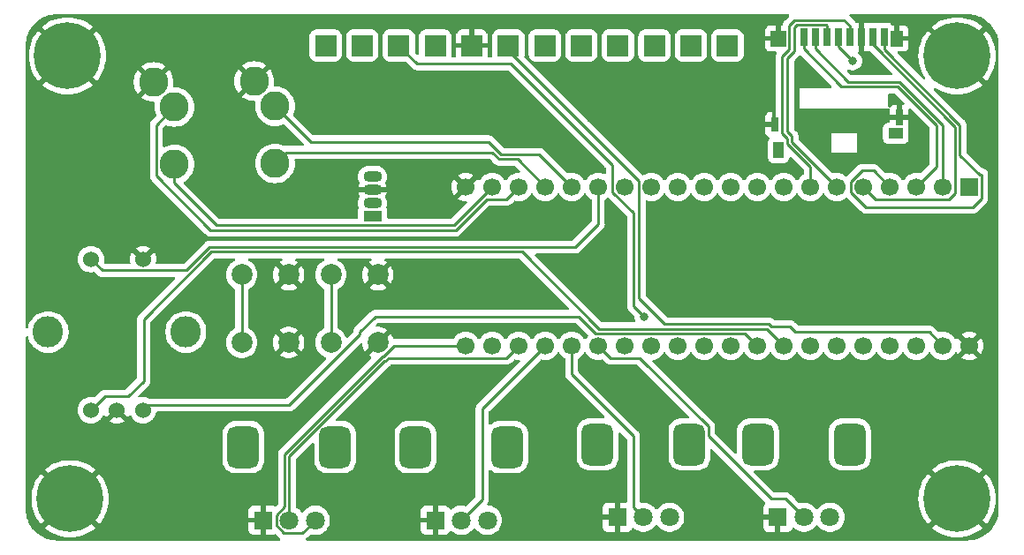
<source format=gbr>
%TF.GenerationSoftware,KiCad,Pcbnew,(7.0.0-0)*%
%TF.CreationDate,2023-06-03T23:07:31+02:00*%
%TF.ProjectId,Untitled,556e7469-746c-4656-942e-6b696361645f,rev?*%
%TF.SameCoordinates,Original*%
%TF.FileFunction,Copper,L1,Top*%
%TF.FilePolarity,Positive*%
%FSLAX46Y46*%
G04 Gerber Fmt 4.6, Leading zero omitted, Abs format (unit mm)*
G04 Created by KiCad (PCBNEW (7.0.0-0)) date 2023-06-03 23:07:31*
%MOMM*%
%LPD*%
G01*
G04 APERTURE LIST*
G04 Aperture macros list*
%AMRoundRect*
0 Rectangle with rounded corners*
0 $1 Rounding radius*
0 $2 $3 $4 $5 $6 $7 $8 $9 X,Y pos of 4 corners*
0 Add a 4 corners polygon primitive as box body*
4,1,4,$2,$3,$4,$5,$6,$7,$8,$9,$2,$3,0*
0 Add four circle primitives for the rounded corners*
1,1,$1+$1,$2,$3*
1,1,$1+$1,$4,$5*
1,1,$1+$1,$6,$7*
1,1,$1+$1,$8,$9*
0 Add four rect primitives between the rounded corners*
20,1,$1+$1,$2,$3,$4,$5,0*
20,1,$1+$1,$4,$5,$6,$7,0*
20,1,$1+$1,$6,$7,$8,$9,0*
20,1,$1+$1,$8,$9,$2,$3,0*%
G04 Aperture macros list end*
%TA.AperFunction,ComponentPad*%
%ADD10RoundRect,0.250001X0.799999X-0.799999X0.799999X0.799999X-0.799999X0.799999X-0.799999X-0.799999X0*%
%TD*%
%TA.AperFunction,ComponentPad*%
%ADD11C,2.000000*%
%TD*%
%TA.AperFunction,ComponentPad*%
%ADD12R,1.800000X1.800000*%
%TD*%
%TA.AperFunction,ComponentPad*%
%ADD13C,1.800000*%
%TD*%
%TA.AperFunction,ComponentPad*%
%ADD14RoundRect,0.750000X0.750000X-1.250000X0.750000X1.250000X-0.750000X1.250000X-0.750000X-1.250000X0*%
%TD*%
%TA.AperFunction,ComponentPad*%
%ADD15C,6.400000*%
%TD*%
%TA.AperFunction,ComponentPad*%
%ADD16C,1.524000*%
%TD*%
%TA.AperFunction,ComponentPad*%
%ADD17O,2.900000X3.000000*%
%TD*%
%TA.AperFunction,ComponentPad*%
%ADD18R,1.700000X1.700000*%
%TD*%
%TA.AperFunction,ComponentPad*%
%ADD19C,1.700000*%
%TD*%
%TA.AperFunction,ComponentPad*%
%ADD20C,2.800000*%
%TD*%
%TA.AperFunction,SMDPad,CuDef*%
%ADD21R,0.700000X1.750000*%
%TD*%
%TA.AperFunction,SMDPad,CuDef*%
%ADD22R,1.450000X1.000000*%
%TD*%
%TA.AperFunction,SMDPad,CuDef*%
%ADD23R,1.000000X1.550000*%
%TD*%
%TA.AperFunction,SMDPad,CuDef*%
%ADD24R,0.800000X1.500000*%
%TD*%
%TA.AperFunction,SMDPad,CuDef*%
%ADD25R,1.300000X1.500000*%
%TD*%
%TA.AperFunction,SMDPad,CuDef*%
%ADD26R,1.500000X1.500000*%
%TD*%
%TA.AperFunction,SMDPad,CuDef*%
%ADD27R,0.800000X1.400000*%
%TD*%
%TA.AperFunction,ComponentPad*%
%ADD28R,1.800000X1.070000*%
%TD*%
%TA.AperFunction,ComponentPad*%
%ADD29O,1.800000X1.070000*%
%TD*%
%TA.AperFunction,ViaPad*%
%ADD30C,0.800000*%
%TD*%
%TA.AperFunction,Conductor*%
%ADD31C,0.250000*%
%TD*%
G04 APERTURE END LIST*
D10*
%TO.P,3V3A1,1,Pin_1*%
%TO.N,/3V3A*%
X125500000Y-26000000D03*
%TD*%
D11*
%TO.P,SW1,1,1*%
%TO.N,/SW1*%
X117450000Y-54500000D03*
X117450000Y-48000000D03*
%TO.P,SW1,2,2*%
%TO.N,/AGND*%
X121950000Y-54500000D03*
X121950000Y-48000000D03*
%TD*%
%TO.P,SW2,1,1*%
%TO.N,/SW2*%
X126000000Y-54500000D03*
X126000000Y-48000000D03*
%TO.P,SW2,2,2*%
%TO.N,/AGND*%
X130500000Y-54500000D03*
X130500000Y-48000000D03*
%TD*%
D12*
%TO.P,POT4,1,1*%
%TO.N,/AGND*%
X168829999Y-71269999D03*
D13*
%TO.P,POT4,2,2*%
%TO.N,/POT_4*%
X171330000Y-71270000D03*
%TO.P,POT4,3,3*%
%TO.N,/3V3A*%
X173830000Y-71270000D03*
D14*
%TO.P,POT4,MP*%
%TO.N,N/C*%
X166930000Y-64270000D03*
X175730000Y-64270000D03*
%TD*%
D10*
%TO.P,A6,1,Pin_1*%
%TO.N,/ADC6*%
X132500000Y-26000000D03*
%TD*%
D15*
%TO.P,H4,1,1*%
%TO.N,/AGND*%
X186000000Y-69500000D03*
%TD*%
D10*
%TO.P,3V3D1,1,Pin_1*%
%TO.N,/3V3D*%
X136000000Y-26000000D03*
%TD*%
D15*
%TO.P,H2,1,1*%
%TO.N,/AGND*%
X186000000Y-27000000D03*
%TD*%
D10*
%TO.P,GND1,1,Pin_1*%
%TO.N,/AGND*%
X139500000Y-26000000D03*
%TD*%
D15*
%TO.P,H1,1,1*%
%TO.N,/AGND*%
X100750000Y-27000000D03*
%TD*%
D10*
%TO.P,SS1,1,Pin_1*%
%TO.N,/SPI_CS*%
X164000000Y-26000000D03*
%TD*%
%TO.P,SDA1,1,Pin_1*%
%TO.N,/SDA*%
X150000000Y-26000000D03*
%TD*%
D16*
%TO.P,ENC1,A,A*%
%TO.N,/ENC_A*%
X103000000Y-61000000D03*
%TO.P,ENC1,B,B*%
%TO.N,/ENC_B*%
X108000000Y-61000000D03*
%TO.P,ENC1,C,C*%
%TO.N,/AGND*%
X105500000Y-61000000D03*
%TO.P,ENC1,S1,S1*%
%TO.N,/ENC_CLICK*%
X103000000Y-46500000D03*
%TO.P,ENC1,S2,S2*%
%TO.N,/AGND*%
X108000000Y-46500000D03*
D17*
%TO.P,ENC1,SH*%
%TO.N,N/C*%
X98899999Y-53499999D03*
X112099999Y-53499999D03*
%TD*%
D12*
%TO.P,POT1,1,1*%
%TO.N,/AGND*%
X119499999Y-71549999D03*
D13*
%TO.P,POT1,2,2*%
%TO.N,/POT_1*%
X122000000Y-71550000D03*
%TO.P,POT1,3,3*%
%TO.N,/3V3A*%
X124500000Y-71550000D03*
D14*
%TO.P,POT1,MP*%
%TO.N,N/C*%
X117600000Y-64550000D03*
X126400000Y-64550000D03*
%TD*%
D10*
%TO.P,SCL1,1,Pin_1*%
%TO.N,/SCL*%
X146500000Y-26000000D03*
%TD*%
D18*
%TO.P,U1,1,USB_ID*%
%TO.N,unconnected-(U1-USB_ID-Pad1)*%
X187174999Y-39569999D03*
D19*
%TO.P,U1,2,SD_DATA_3*%
%TO.N,/SD_DATA3*%
X184635000Y-39570000D03*
%TO.P,U1,3,SD_DATA_2*%
%TO.N,/SD_DATA2*%
X182095000Y-39570000D03*
%TO.P,U1,4,SD_DATA_1*%
%TO.N,/SD_DATA1*%
X179555000Y-39570000D03*
%TO.P,U1,5,SD_DATA_0*%
%TO.N,/SD_DATA0*%
X177015000Y-39570000D03*
%TO.P,U1,6,SD_CMD*%
%TO.N,/SD_CMD*%
X174475000Y-39570000D03*
%TO.P,U1,7,SD_CLK*%
%TO.N,/SD_CLK*%
X171935000Y-39570000D03*
%TO.P,U1,8,SPI1_CS*%
%TO.N,/SPI_CS*%
X169395000Y-39570000D03*
%TO.P,U1,9,SPI1_SCK*%
%TO.N,/SPI_SCK*%
X166855000Y-39570000D03*
%TO.P,U1,10,SPI1_POCI*%
%TO.N,/SPI_POCI*%
X164315000Y-39570000D03*
%TO.P,U1,11,SPI1_PICO*%
%TO.N,/SPI_PICO*%
X161775000Y-39570000D03*
%TO.P,U1,12,I2C1_SCL*%
%TO.N,/SDA*%
X159235000Y-39570000D03*
%TO.P,U1,13,I2C1_SDA*%
%TO.N,/SCL*%
X156695000Y-39570000D03*
%TO.P,U1,14,USART1_TX*%
%TO.N,unconnected-(U1-USART1_TX-Pad14)*%
X154155000Y-39570000D03*
%TO.P,U1,15,USART1_RX*%
%TO.N,/ENC_CLICK*%
X151615000Y-39570000D03*
%TO.P,U1,16,AUDIO_IN_1*%
%TO.N,/STEREO IN L*%
X149075000Y-39570000D03*
%TO.P,U1,17,AUDIO_IN_2*%
%TO.N,/STEREO IN R*%
X146535000Y-39570000D03*
%TO.P,U1,18,AUDIO_OUT_1*%
%TO.N,/STEREO OUT L*%
X143995000Y-39570000D03*
%TO.P,U1,19,AUDIO_OUT_2*%
%TO.N,/STEREO OUT R*%
X141455000Y-39570000D03*
%TO.P,U1,20,AGND*%
%TO.N,/AGND*%
X138915000Y-39570000D03*
%TO.P,U1,21,3V3_A*%
%TO.N,/3V3A*%
X138915000Y-54810000D03*
%TO.P,U1,22,ADC_0*%
%TO.N,/ADC0*%
X141455000Y-54810000D03*
%TO.P,U1,23,ADC_1*%
%TO.N,/POT_1*%
X143995000Y-54810000D03*
%TO.P,U1,24,ADC_2*%
%TO.N,/POT_2*%
X146535000Y-54810000D03*
%TO.P,U1,25,ADC_3*%
%TO.N,/POT_3*%
X149075000Y-54810000D03*
%TO.P,U1,26,ADC_4*%
%TO.N,/POT_4*%
X151615000Y-54810000D03*
%TO.P,U1,27,ADC_5*%
%TO.N,/ADC5*%
X154155000Y-54810000D03*
%TO.P,U1,28,ADC_6*%
%TO.N,/ADC6*%
X156695000Y-54810000D03*
%TO.P,U1,29,DAC_OUT2*%
%TO.N,/LED 1*%
X159235000Y-54810000D03*
%TO.P,U1,30,DAC_OUT1*%
%TO.N,/LED 2*%
X161775000Y-54810000D03*
%TO.P,U1,31,SAI2_MCLK*%
%TO.N,/SW2*%
X164315000Y-54810000D03*
%TO.P,U1,32,SAI2_SD_B*%
%TO.N,/ENC_B*%
X166855000Y-54810000D03*
%TO.P,U1,33,SAI2_SD_A*%
%TO.N,/ENC_A*%
X169395000Y-54810000D03*
%TO.P,U1,34,SAI2_FS*%
%TO.N,/SW1*%
X171935000Y-54810000D03*
%TO.P,U1,35,SAI2_SCK*%
%TO.N,/LED 3*%
X174475000Y-54810000D03*
%TO.P,U1,36,USB_D_-*%
%TO.N,unconnected-(U1-USB_D_--Pad36)*%
X177015000Y-54810000D03*
%TO.P,U1,37,USB_D_+*%
%TO.N,unconnected-(U1-USB_D_+-Pad37)*%
X179555000Y-54810000D03*
%TO.P,U1,38,3V3_D*%
%TO.N,/3V3D*%
X182095000Y-54810000D03*
%TO.P,U1,39,VIN*%
%TO.N,/VIN*%
X184635000Y-54810000D03*
%TO.P,U1,40,DGND*%
%TO.N,/AGND*%
X187175000Y-54810000D03*
%TD*%
D20*
%TO.P,J1,R*%
%TO.N,/STEREO IN R*%
X120640000Y-37320000D03*
%TO.P,J1,S*%
%TO.N,/AGND*%
X118640000Y-29420000D03*
%TO.P,J1,T*%
%TO.N,/STEREO IN L*%
X120640000Y-31820000D03*
%TD*%
D10*
%TO.P,A0,1,Pin_1*%
%TO.N,/ADC0*%
X129000000Y-26000000D03*
%TD*%
%TO.P,MO1,1,Pin_1*%
%TO.N,/SPI_PICO*%
X153500000Y-26000000D03*
%TD*%
D12*
%TO.P,POT3,1,1*%
%TO.N,/AGND*%
X153449999Y-71269999D03*
D13*
%TO.P,POT3,2,2*%
%TO.N,/POT_3*%
X155950000Y-71270000D03*
%TO.P,POT3,3,3*%
%TO.N,/3V3A*%
X158450000Y-71270000D03*
D14*
%TO.P,POT3,MP*%
%TO.N,N/C*%
X151550000Y-64270000D03*
X160350000Y-64270000D03*
%TD*%
D15*
%TO.P,H3,1,1*%
%TO.N,/AGND*%
X101000000Y-69500000D03*
%TD*%
D10*
%TO.P,MI1,1,Pin_1*%
%TO.N,/SPI_POCI*%
X157000000Y-26000000D03*
%TD*%
D21*
%TO.P,J3,1,DAT2*%
%TO.N,/SD_DATA2*%
X171304999Y-25199999D03*
%TO.P,J3,2,DAT3/CD*%
%TO.N,/SD_DATA3*%
X172404999Y-25199999D03*
%TO.P,J3,3,CMD*%
%TO.N,/SD_CMD*%
X173504999Y-25199999D03*
%TO.P,J3,4,VDD*%
%TO.N,/3V3D*%
X174604999Y-25199999D03*
%TO.P,J3,5,CLK*%
%TO.N,/SD_CLK*%
X175704999Y-25199999D03*
%TO.P,J3,6,VSS*%
%TO.N,/AGND*%
X176804999Y-25199999D03*
%TO.P,J3,7,DAT0*%
%TO.N,/SD_DATA0*%
X177904999Y-25199999D03*
%TO.P,J3,8,DAT1*%
%TO.N,/SD_DATA1*%
X179004999Y-25199999D03*
D22*
%TO.P,J3,9,DET_B*%
%TO.N,unconnected-(J3-DET_B-Pad9)*%
X180129999Y-34424999D03*
D23*
%TO.P,J3,10,DET_A*%
%TO.N,unconnected-(J3-DET_A-Pad10)*%
X168904999Y-35999999D03*
D24*
%TO.P,J3,11,SHIELD*%
%TO.N,/AGND*%
X180454999Y-32924999D03*
D25*
X180204999Y-25324999D03*
D26*
X168854999Y-25324999D03*
D27*
X168504999Y-33574999D03*
%TD*%
D12*
%TO.P,POT2,1,1*%
%TO.N,/AGND*%
X135999999Y-71549999D03*
D13*
%TO.P,POT2,2,2*%
%TO.N,/POT_2*%
X138500000Y-71550000D03*
%TO.P,POT2,3,3*%
%TO.N,/3V3A*%
X141000000Y-71550000D03*
D14*
%TO.P,POT2,MP*%
%TO.N,N/C*%
X134100000Y-64550000D03*
X142900000Y-64550000D03*
%TD*%
D28*
%TO.P,D1,1,GA*%
%TO.N,Net-(D1-GA)*%
X129999999Y-42399999D03*
D29*
%TO.P,D1,2,BA*%
%TO.N,Net-(D1-BA)*%
X129999999Y-41129999D03*
%TO.P,D1,3,K*%
%TO.N,/AGND*%
X129999999Y-39859999D03*
%TO.P,D1,4,RA*%
%TO.N,Net-(D1-RA)*%
X129999999Y-38589999D03*
%TD*%
D20*
%TO.P,J2,R*%
%TO.N,/STEREO OUT R*%
X111000000Y-37400000D03*
%TO.P,J2,S*%
%TO.N,/AGND*%
X109000000Y-29500000D03*
%TO.P,J2,T*%
%TO.N,/STEREO OUT L*%
X111000000Y-31900000D03*
%TD*%
D10*
%TO.P,VIN1,1,Pin_1*%
%TO.N,/VIN*%
X143000000Y-26000000D03*
%TD*%
%TO.P,SCK1,1,Pin_1*%
%TO.N,/SPI_SCK*%
X160500000Y-26000000D03*
%TD*%
D30*
%TO.N,/AGND*%
X172500000Y-33250000D03*
X146750000Y-33750000D03*
X182000000Y-24500000D03*
X171500000Y-44000000D03*
X116250000Y-57000000D03*
X178500000Y-32750000D03*
X139000000Y-49250000D03*
X166750000Y-25250000D03*
X150250000Y-47250000D03*
X166500000Y-33500000D03*
%TO.N,/3V3D*%
X176000000Y-27500000D03*
%TO.N,/ADC6*%
X156000000Y-52000000D03*
%TD*%
D31*
%TO.N,/SD_DATA3*%
X180500000Y-29500000D02*
X184635000Y-33635000D01*
X175580000Y-29500000D02*
X180500000Y-29500000D01*
X172405000Y-25200000D02*
X172405000Y-26325000D01*
X172405000Y-26325000D02*
X175580000Y-29500000D01*
X184635000Y-33635000D02*
X184635000Y-39570000D01*
%TO.N,/SD_DATA2*%
X180313604Y-29950000D02*
X184000000Y-33636396D01*
X174930000Y-29950000D02*
X180313604Y-29950000D01*
X171305000Y-25200000D02*
X171305000Y-26325000D01*
X184000000Y-33636396D02*
X184000000Y-37665000D01*
X171305000Y-26325000D02*
X174930000Y-29950000D01*
X184000000Y-37665000D02*
X182095000Y-39570000D01*
%TO.N,/SD_DATA1*%
X175840000Y-40056701D02*
X175840000Y-39083299D01*
X175840000Y-39083299D02*
X176923299Y-38000000D01*
X179005000Y-26368604D02*
X186260000Y-33623604D01*
X177283299Y-41500000D02*
X175840000Y-40056701D01*
X188145000Y-38395000D02*
X188350000Y-38395000D01*
X176923299Y-38000000D02*
X177985000Y-38000000D01*
X188350000Y-40650000D02*
X187500000Y-41500000D01*
X188350000Y-38395000D02*
X188350000Y-40650000D01*
X187500000Y-41500000D02*
X177283299Y-41500000D01*
X186260000Y-36510000D02*
X188145000Y-38395000D01*
X186260000Y-33623604D02*
X186260000Y-36510000D01*
X179005000Y-25200000D02*
X179005000Y-26368604D01*
X177985000Y-38000000D02*
X179555000Y-39570000D01*
%TO.N,/SD_DATA0*%
X177905000Y-25905000D02*
X185810000Y-33810000D01*
X185255000Y-40745000D02*
X178190000Y-40745000D01*
X185810000Y-40190000D02*
X185255000Y-40745000D01*
X185810000Y-33810000D02*
X185810000Y-40190000D01*
X177905000Y-25200000D02*
X177905000Y-25905000D01*
X178190000Y-40745000D02*
X177015000Y-39570000D01*
%TO.N,/SD_CMD*%
X170180000Y-34713604D02*
X170180000Y-35275000D01*
X169750000Y-34283604D02*
X170180000Y-34713604D01*
X170630000Y-24000000D02*
X170380000Y-24250000D01*
X169750000Y-27216396D02*
X169750000Y-34283604D01*
X170380000Y-26586396D02*
X169750000Y-27216396D01*
X173505000Y-24075000D02*
X173430000Y-24000000D01*
X170380000Y-24250000D02*
X170380000Y-26586396D01*
X170180000Y-35275000D02*
X174475000Y-39570000D01*
X173505000Y-25200000D02*
X173505000Y-24075000D01*
X173430000Y-24000000D02*
X170630000Y-24000000D01*
%TO.N,/SD_CLK*%
X170443604Y-23550000D02*
X169930000Y-24063604D01*
X169930000Y-26400000D02*
X169250000Y-27080000D01*
X169250000Y-34420000D02*
X169730000Y-34900000D01*
X171935000Y-37666396D02*
X171935000Y-39570000D01*
X175705000Y-25200000D02*
X175705000Y-24075000D01*
X169730000Y-34900000D02*
X169730000Y-35461396D01*
X175705000Y-24075000D02*
X175180000Y-23550000D01*
X169930000Y-24063604D02*
X169930000Y-26400000D01*
X169730000Y-35461396D02*
X171935000Y-37666396D01*
X169250000Y-27080000D02*
X169250000Y-34420000D01*
X175180000Y-23550000D02*
X170443604Y-23550000D01*
%TO.N,/3V3A*%
X131048833Y-55825000D02*
X130925000Y-55825000D01*
X120775000Y-71042588D02*
X120775000Y-72057412D01*
X121550000Y-70267588D02*
X120775000Y-71042588D01*
X138915000Y-54810000D02*
X132063833Y-54810000D01*
X130925000Y-55825000D02*
X121550000Y-65200000D01*
X120775000Y-72057412D02*
X121492588Y-72775000D01*
X123275000Y-72775000D02*
X124500000Y-71550000D01*
X121550000Y-65200000D02*
X121550000Y-70267588D01*
X132063833Y-54810000D02*
X131048833Y-55825000D01*
X121492588Y-72775000D02*
X123275000Y-72775000D01*
%TO.N,/STEREO IN L*%
X145955000Y-36450000D02*
X149075000Y-39570000D01*
X141113604Y-35250000D02*
X142313604Y-36450000D01*
X124070000Y-35250000D02*
X141113604Y-35250000D01*
X120640000Y-31820000D02*
X124070000Y-35250000D01*
X142313604Y-36450000D02*
X145955000Y-36450000D01*
%TO.N,/STEREO IN R*%
X121710000Y-36250000D02*
X141477208Y-36250000D01*
X142127208Y-36900000D02*
X143865000Y-36900000D01*
X143865000Y-36900000D02*
X146535000Y-39570000D01*
X120640000Y-37320000D02*
X121710000Y-36250000D01*
X141477208Y-36250000D02*
X142127208Y-36900000D01*
%TO.N,/STEREO OUT L*%
X109275000Y-33625000D02*
X109275000Y-38525000D01*
X114460000Y-43710000D02*
X137951396Y-43710000D01*
X137951396Y-43710000D02*
X140916396Y-40745000D01*
X140916396Y-40745000D02*
X142820000Y-40745000D01*
X142820000Y-40745000D02*
X143995000Y-39570000D01*
X109275000Y-38525000D02*
X114460000Y-43710000D01*
X111000000Y-31900000D02*
X109275000Y-33625000D01*
%TO.N,/STEREO OUT R*%
X137765000Y-43260000D02*
X141455000Y-39570000D01*
X111000000Y-37400000D02*
X111000000Y-39203123D01*
X111000000Y-39203123D02*
X115056877Y-43260000D01*
X115056877Y-43260000D02*
X137765000Y-43260000D01*
%TO.N,/AGND*%
X180455000Y-32925000D02*
X178675000Y-32925000D01*
X168855000Y-25325000D02*
X166825000Y-25325000D01*
X166575000Y-33575000D02*
X166500000Y-33500000D01*
X181175000Y-25325000D02*
X182000000Y-24500000D01*
X178675000Y-32925000D02*
X178500000Y-32750000D01*
X180205000Y-25325000D02*
X181175000Y-25325000D01*
X166825000Y-25325000D02*
X166750000Y-25250000D01*
X168505000Y-33575000D02*
X166575000Y-33575000D01*
%TO.N,/3V3D*%
X174605000Y-25200000D02*
X174605000Y-26105000D01*
X174605000Y-26105000D02*
X176000000Y-27500000D01*
%TO.N,/VIN*%
X155520000Y-50270000D02*
X157985000Y-52735000D01*
X143000000Y-26500000D02*
X155520000Y-39020000D01*
X170000000Y-53000000D02*
X170500000Y-53500000D01*
X167956396Y-52735000D02*
X168221396Y-53000000D01*
X157985000Y-52735000D02*
X167956396Y-52735000D01*
X143000000Y-26000000D02*
X143000000Y-26500000D01*
X155520000Y-39020000D02*
X155520000Y-50270000D01*
X170500000Y-53500000D02*
X183325000Y-53500000D01*
X168221396Y-53000000D02*
X170000000Y-53000000D01*
X183325000Y-53500000D02*
X184635000Y-54810000D01*
%TO.N,/ENC_CLICK*%
X104087000Y-47587000D02*
X103000000Y-46500000D01*
X151615000Y-43135000D02*
X149400000Y-45350000D01*
X112140208Y-47587000D02*
X104087000Y-47587000D01*
X114377208Y-45350000D02*
X112140208Y-47587000D01*
X151615000Y-39570000D02*
X151615000Y-43135000D01*
X149400000Y-45350000D02*
X114377208Y-45350000D01*
%TO.N,/ADC6*%
X143250000Y-27750000D02*
X152980000Y-37480000D01*
X155000000Y-51000000D02*
X156000000Y-52000000D01*
X134250000Y-27750000D02*
X143250000Y-27750000D01*
X155000000Y-42076701D02*
X155000000Y-51000000D01*
X152980000Y-40056701D02*
X155000000Y-42076701D01*
X132500000Y-26000000D02*
X134250000Y-27750000D01*
X152980000Y-37480000D02*
X152980000Y-40056701D01*
%TO.N,/SW1*%
X117450000Y-54500000D02*
X117450000Y-48000000D01*
%TO.N,/SW2*%
X126000000Y-48000000D02*
X126000000Y-54500000D01*
%TO.N,/ENC_A*%
X144300000Y-45800000D02*
X151685000Y-53185000D01*
X151685000Y-53185000D02*
X167770000Y-53185000D01*
X108050000Y-52313604D02*
X114563604Y-45800000D01*
X106575000Y-59675000D02*
X108050000Y-58200000D01*
X104325000Y-59675000D02*
X106575000Y-59675000D01*
X167770000Y-53185000D02*
X169395000Y-54810000D01*
X114563604Y-45800000D02*
X144300000Y-45800000D01*
X103000000Y-61000000D02*
X104325000Y-59675000D01*
X108050000Y-58200000D02*
X108050000Y-52313604D01*
%TO.N,/ENC_B*%
X165680000Y-53635000D02*
X166855000Y-54810000D01*
X130250000Y-52000000D02*
X149750000Y-52000000D01*
X122000000Y-60500000D02*
X128750000Y-53750000D01*
X128750000Y-53750000D02*
X128750000Y-53500000D01*
X108500000Y-60500000D02*
X122000000Y-60500000D01*
X151385000Y-53635000D02*
X165680000Y-53635000D01*
X128750000Y-53500000D02*
X130250000Y-52000000D01*
X149750000Y-52000000D02*
X151385000Y-53635000D01*
X108000000Y-61000000D02*
X108500000Y-60500000D01*
%TO.N,/POT_1*%
X142820000Y-55985000D02*
X143995000Y-54810000D01*
X131525229Y-55985000D02*
X142820000Y-55985000D01*
X131154720Y-56275000D02*
X131235229Y-56275000D01*
X122000000Y-65429720D02*
X131154720Y-56275000D01*
X122000000Y-71550000D02*
X122000000Y-65429720D01*
X131235229Y-56275000D02*
X131525229Y-55985000D01*
%TO.N,/POT_2*%
X138500000Y-71550000D02*
X140500000Y-69550000D01*
X140500000Y-60845000D02*
X146535000Y-54810000D01*
X140500000Y-69550000D02*
X140500000Y-60845000D01*
%TO.N,/POT_3*%
X155000000Y-70320000D02*
X155000000Y-63500000D01*
X155000000Y-63500000D02*
X149075000Y-57575000D01*
X155950000Y-71270000D02*
X155000000Y-70320000D01*
X149075000Y-57575000D02*
X149075000Y-54810000D01*
%TO.N,/POT_4*%
X162175000Y-63500000D02*
X162175000Y-62574720D01*
X168175000Y-69500000D02*
X162175000Y-63500000D01*
X155600280Y-56000000D02*
X152805000Y-56000000D01*
X171330000Y-71270000D02*
X169560000Y-69500000D01*
X162175000Y-62574720D02*
X155600280Y-56000000D01*
X152805000Y-56000000D02*
X151615000Y-54810000D01*
X169560000Y-69500000D02*
X168175000Y-69500000D01*
%TD*%
%TA.AperFunction,Conductor*%
%TO.N,/AGND*%
G36*
X187003243Y-23000669D02*
G01*
X187133379Y-23007490D01*
X187313908Y-23017628D01*
X187326309Y-23018955D01*
X187474990Y-23042504D01*
X187476245Y-23042709D01*
X187635324Y-23069738D01*
X187646606Y-23072202D01*
X187795635Y-23112134D01*
X187797761Y-23112725D01*
X187949174Y-23156347D01*
X187959260Y-23159729D01*
X188104710Y-23215562D01*
X188107599Y-23216714D01*
X188251768Y-23276430D01*
X188260594Y-23280500D01*
X188400064Y-23351565D01*
X188403748Y-23353521D01*
X188493848Y-23403316D01*
X188539548Y-23428574D01*
X188547061Y-23433081D01*
X188678754Y-23518604D01*
X188682947Y-23521452D01*
X188809147Y-23610996D01*
X188815426Y-23615757D01*
X188879336Y-23667511D01*
X188937567Y-23714665D01*
X188942154Y-23718567D01*
X188977129Y-23749823D01*
X189057424Y-23821579D01*
X189062478Y-23826358D01*
X189173640Y-23937520D01*
X189178419Y-23942574D01*
X189281427Y-24057840D01*
X189285333Y-24062431D01*
X189384239Y-24184570D01*
X189389002Y-24190851D01*
X189478546Y-24317051D01*
X189481409Y-24321266D01*
X189566907Y-24452921D01*
X189571430Y-24460460D01*
X189646477Y-24596250D01*
X189648433Y-24599934D01*
X189719498Y-24739404D01*
X189723575Y-24748247D01*
X189783259Y-24892337D01*
X189784462Y-24895353D01*
X189840265Y-25040727D01*
X189843655Y-25050836D01*
X189887258Y-25202185D01*
X189887879Y-25204419D01*
X189927791Y-25353370D01*
X189930264Y-25364694D01*
X189957282Y-25523715D01*
X189957507Y-25525087D01*
X189981040Y-25673666D01*
X189982372Y-25686111D01*
X189992498Y-25866421D01*
X189992523Y-25866884D01*
X189999330Y-25996757D01*
X189999500Y-26003247D01*
X189999500Y-70496753D01*
X189999330Y-70503243D01*
X189992523Y-70633114D01*
X189992498Y-70633577D01*
X189982372Y-70813887D01*
X189981040Y-70826332D01*
X189957507Y-70974911D01*
X189957282Y-70976283D01*
X189930264Y-71135304D01*
X189927791Y-71146628D01*
X189887879Y-71295579D01*
X189887258Y-71297813D01*
X189843655Y-71449162D01*
X189840265Y-71459271D01*
X189784462Y-71604645D01*
X189783259Y-71607661D01*
X189723575Y-71751751D01*
X189719498Y-71760594D01*
X189648433Y-71900064D01*
X189646477Y-71903748D01*
X189571430Y-72039538D01*
X189566897Y-72047094D01*
X189481412Y-72178728D01*
X189478546Y-72182947D01*
X189389002Y-72309147D01*
X189384239Y-72315428D01*
X189285333Y-72437567D01*
X189281427Y-72442158D01*
X189178419Y-72557424D01*
X189173640Y-72562478D01*
X189062478Y-72673640D01*
X189057424Y-72678419D01*
X188942158Y-72781427D01*
X188937567Y-72785333D01*
X188815428Y-72884239D01*
X188809147Y-72889002D01*
X188682947Y-72978546D01*
X188678728Y-72981412D01*
X188547094Y-73066897D01*
X188539538Y-73071430D01*
X188403748Y-73146477D01*
X188400064Y-73148433D01*
X188260594Y-73219498D01*
X188251751Y-73223575D01*
X188107661Y-73283259D01*
X188104645Y-73284462D01*
X187959271Y-73340265D01*
X187949162Y-73343655D01*
X187797813Y-73387258D01*
X187795579Y-73387879D01*
X187646628Y-73427791D01*
X187635304Y-73430264D01*
X187476283Y-73457282D01*
X187474911Y-73457507D01*
X187326332Y-73481040D01*
X187313887Y-73482372D01*
X187133577Y-73492498D01*
X187133114Y-73492523D01*
X187003243Y-73499330D01*
X186996753Y-73499500D01*
X123730216Y-73499500D01*
X123671163Y-73484536D01*
X123626363Y-73443254D01*
X123606630Y-73385619D01*
X123616725Y-73325542D01*
X123654213Y-73277523D01*
X123654706Y-73277140D01*
X123661420Y-73273170D01*
X123675584Y-73259005D01*
X123690379Y-73246368D01*
X123706587Y-73234594D01*
X123734428Y-73200938D01*
X123742279Y-73192309D01*
X124001480Y-72933108D01*
X124061211Y-72899982D01*
X124129420Y-72903509D01*
X124155019Y-72912298D01*
X124383951Y-72950500D01*
X124610916Y-72950500D01*
X124616049Y-72950500D01*
X124844981Y-72912298D01*
X125064503Y-72836936D01*
X125268626Y-72726470D01*
X125451784Y-72583913D01*
X125534078Y-72494518D01*
X134600000Y-72494518D01*
X134600353Y-72501114D01*
X134605573Y-72549667D01*
X134609111Y-72564641D01*
X134653547Y-72683777D01*
X134661962Y-72699189D01*
X134737498Y-72800092D01*
X134749907Y-72812501D01*
X134850810Y-72888037D01*
X134866222Y-72896452D01*
X134985358Y-72940888D01*
X135000332Y-72944426D01*
X135048885Y-72949646D01*
X135055482Y-72950000D01*
X135733674Y-72950000D01*
X135746549Y-72946549D01*
X135750000Y-72933674D01*
X135750000Y-71816326D01*
X135746549Y-71803450D01*
X135733674Y-71800000D01*
X134616326Y-71800000D01*
X134603450Y-71803450D01*
X134600000Y-71816326D01*
X134600000Y-72494518D01*
X125534078Y-72494518D01*
X125608979Y-72413153D01*
X125735924Y-72218849D01*
X125829157Y-72006300D01*
X125886134Y-71781305D01*
X125905300Y-71550000D01*
X125886134Y-71318695D01*
X125877265Y-71283674D01*
X134600000Y-71283674D01*
X134603450Y-71296549D01*
X134616326Y-71300000D01*
X135733674Y-71300000D01*
X135746549Y-71296549D01*
X135750000Y-71283674D01*
X135750000Y-70166326D01*
X135746549Y-70153450D01*
X135733674Y-70150000D01*
X135055482Y-70150000D01*
X135048885Y-70150353D01*
X135000332Y-70155573D01*
X134985358Y-70159111D01*
X134866222Y-70203547D01*
X134850810Y-70211962D01*
X134749907Y-70287498D01*
X134737498Y-70299907D01*
X134661962Y-70400810D01*
X134653547Y-70416222D01*
X134609111Y-70535358D01*
X134605573Y-70550332D01*
X134600353Y-70598885D01*
X134600000Y-70605482D01*
X134600000Y-71283674D01*
X125877265Y-71283674D01*
X125829157Y-71093700D01*
X125735924Y-70881151D01*
X125621767Y-70706420D01*
X125611780Y-70691134D01*
X125611778Y-70691132D01*
X125608979Y-70686847D01*
X125451784Y-70516087D01*
X125437363Y-70504863D01*
X125272672Y-70376679D01*
X125272671Y-70376678D01*
X125268626Y-70373530D01*
X125132583Y-70299907D01*
X125069007Y-70265501D01*
X125069002Y-70265499D01*
X125064503Y-70263064D01*
X125059657Y-70261400D01*
X125059654Y-70261399D01*
X124849834Y-70189368D01*
X124849833Y-70189367D01*
X124844981Y-70187702D01*
X124839931Y-70186859D01*
X124839922Y-70186857D01*
X124621111Y-70150344D01*
X124621102Y-70150343D01*
X124616049Y-70149500D01*
X124383951Y-70149500D01*
X124378898Y-70150343D01*
X124378888Y-70150344D01*
X124160077Y-70186857D01*
X124160065Y-70186859D01*
X124155019Y-70187702D01*
X124150169Y-70189366D01*
X124150165Y-70189368D01*
X123940345Y-70261399D01*
X123940337Y-70261402D01*
X123935497Y-70263064D01*
X123931001Y-70265496D01*
X123930992Y-70265501D01*
X123735882Y-70371090D01*
X123735878Y-70371092D01*
X123731374Y-70373530D01*
X123727334Y-70376674D01*
X123727327Y-70376679D01*
X123552263Y-70512936D01*
X123552255Y-70512943D01*
X123548216Y-70516087D01*
X123544746Y-70519855D01*
X123544742Y-70519860D01*
X123394491Y-70683077D01*
X123394488Y-70683080D01*
X123391021Y-70686847D01*
X123388226Y-70691124D01*
X123388219Y-70691134D01*
X123353809Y-70743804D01*
X123309017Y-70785037D01*
X123250000Y-70799982D01*
X123190983Y-70785037D01*
X123146191Y-70743804D01*
X123111780Y-70691134D01*
X123111778Y-70691132D01*
X123108979Y-70686847D01*
X122951784Y-70516087D01*
X122937363Y-70504863D01*
X122772672Y-70376679D01*
X122772671Y-70376678D01*
X122768626Y-70373530D01*
X122690483Y-70331241D01*
X122642977Y-70285660D01*
X122625500Y-70222186D01*
X122625500Y-65740172D01*
X122634939Y-65692719D01*
X122661819Y-65652491D01*
X122944401Y-65369909D01*
X124187821Y-64126487D01*
X124237182Y-64096239D01*
X124294898Y-64091697D01*
X124348385Y-64113852D01*
X124385985Y-64157875D01*
X124399500Y-64214170D01*
X124399500Y-65861770D01*
X124399500Y-65861795D01*
X124399501Y-65864216D01*
X124399691Y-65866635D01*
X124399692Y-65866651D01*
X124409494Y-65991207D01*
X124409904Y-65996412D01*
X124464904Y-66214683D01*
X124467207Y-66219753D01*
X124467208Y-66219756D01*
X124500513Y-66293079D01*
X124557993Y-66419626D01*
X124561165Y-66424205D01*
X124561166Y-66424206D01*
X124683005Y-66600071D01*
X124683010Y-66600077D01*
X124686181Y-66604654D01*
X124845346Y-66763819D01*
X124849923Y-66766990D01*
X124849928Y-66766994D01*
X124878863Y-66787040D01*
X125030374Y-66892007D01*
X125235317Y-66985096D01*
X125453588Y-67040096D01*
X125585783Y-67050500D01*
X127214216Y-67050499D01*
X127346412Y-67040096D01*
X127564683Y-66985096D01*
X127769626Y-66892007D01*
X127954654Y-66763819D01*
X128113819Y-66604654D01*
X128242007Y-66419626D01*
X128335096Y-66214683D01*
X128390096Y-65996412D01*
X128400500Y-65864217D01*
X128400500Y-65861795D01*
X132099500Y-65861795D01*
X132099501Y-65864216D01*
X132099691Y-65866635D01*
X132099692Y-65866651D01*
X132109494Y-65991207D01*
X132109904Y-65996412D01*
X132164904Y-66214683D01*
X132167207Y-66219753D01*
X132167208Y-66219756D01*
X132200513Y-66293079D01*
X132257993Y-66419626D01*
X132261165Y-66424205D01*
X132261166Y-66424206D01*
X132383005Y-66600071D01*
X132383010Y-66600077D01*
X132386181Y-66604654D01*
X132545346Y-66763819D01*
X132549923Y-66766990D01*
X132549928Y-66766994D01*
X132578863Y-66787040D01*
X132730374Y-66892007D01*
X132935317Y-66985096D01*
X133153588Y-67040096D01*
X133285783Y-67050500D01*
X134914216Y-67050499D01*
X135046412Y-67040096D01*
X135264683Y-66985096D01*
X135469626Y-66892007D01*
X135654654Y-66763819D01*
X135813819Y-66604654D01*
X135942007Y-66419626D01*
X136035096Y-66214683D01*
X136090096Y-65996412D01*
X136100500Y-65864217D01*
X136100499Y-63235784D01*
X136090096Y-63103588D01*
X136035096Y-62885317D01*
X135942007Y-62680374D01*
X135860669Y-62562970D01*
X135816994Y-62499928D01*
X135816990Y-62499923D01*
X135813819Y-62495346D01*
X135654654Y-62336181D01*
X135650077Y-62333010D01*
X135650071Y-62333005D01*
X135474206Y-62211166D01*
X135474205Y-62211165D01*
X135469626Y-62207993D01*
X135340737Y-62149449D01*
X135269756Y-62117208D01*
X135269753Y-62117207D01*
X135264683Y-62114904D01*
X135235038Y-62107434D01*
X135051479Y-62061180D01*
X135051470Y-62061178D01*
X135046412Y-62059904D01*
X135041211Y-62059494D01*
X135041207Y-62059494D01*
X134916651Y-62049691D01*
X134916636Y-62049690D01*
X134914217Y-62049500D01*
X134911771Y-62049500D01*
X133288229Y-62049500D01*
X133288203Y-62049500D01*
X133285784Y-62049501D01*
X133283365Y-62049691D01*
X133283348Y-62049692D01*
X133158791Y-62059494D01*
X133158784Y-62059495D01*
X133153588Y-62059904D01*
X133148528Y-62061179D01*
X133148522Y-62061180D01*
X132940721Y-62113542D01*
X132940717Y-62113543D01*
X132935317Y-62114904D01*
X132930249Y-62117205D01*
X132930243Y-62117208D01*
X132735448Y-62205688D01*
X132735445Y-62205689D01*
X132730374Y-62207993D01*
X132725798Y-62211162D01*
X132725793Y-62211166D01*
X132549928Y-62333005D01*
X132549916Y-62333014D01*
X132545346Y-62336181D01*
X132541409Y-62340117D01*
X132541403Y-62340123D01*
X132390123Y-62491403D01*
X132390117Y-62491409D01*
X132386181Y-62495346D01*
X132383014Y-62499916D01*
X132383005Y-62499928D01*
X132261166Y-62675793D01*
X132261162Y-62675798D01*
X132257993Y-62680374D01*
X132255689Y-62685445D01*
X132255688Y-62685448D01*
X132167208Y-62880243D01*
X132167205Y-62880249D01*
X132164904Y-62885317D01*
X132163543Y-62890717D01*
X132163542Y-62890721D01*
X132111180Y-63098520D01*
X132111178Y-63098531D01*
X132109904Y-63103588D01*
X132109494Y-63108786D01*
X132109494Y-63108792D01*
X132099691Y-63233348D01*
X132099690Y-63233364D01*
X132099500Y-63235783D01*
X132099500Y-63238227D01*
X132099500Y-63238228D01*
X132099500Y-65861770D01*
X132099500Y-65861795D01*
X128400500Y-65861795D01*
X128400499Y-63235784D01*
X128390096Y-63103588D01*
X128335096Y-62885317D01*
X128242007Y-62680374D01*
X128160669Y-62562970D01*
X128116994Y-62499928D01*
X128116990Y-62499923D01*
X128113819Y-62495346D01*
X127954654Y-62336181D01*
X127950077Y-62333010D01*
X127950071Y-62333005D01*
X127774206Y-62211166D01*
X127774205Y-62211165D01*
X127769626Y-62207993D01*
X127640737Y-62149449D01*
X127569756Y-62117208D01*
X127569753Y-62117207D01*
X127564683Y-62114904D01*
X127535038Y-62107434D01*
X127351479Y-62061180D01*
X127351470Y-62061178D01*
X127346412Y-62059904D01*
X127341211Y-62059494D01*
X127341207Y-62059494D01*
X127216651Y-62049691D01*
X127216636Y-62049690D01*
X127214217Y-62049500D01*
X127211772Y-62049500D01*
X126564171Y-62049500D01*
X126507876Y-62035985D01*
X126463853Y-61998385D01*
X126441698Y-61944898D01*
X126446240Y-61887182D01*
X126476490Y-61837819D01*
X128744198Y-59570111D01*
X131427972Y-56886337D01*
X131471659Y-56860502D01*
X131470964Y-56858895D01*
X131478128Y-56855794D01*
X131485619Y-56853618D01*
X131502858Y-56843422D01*
X131520332Y-56834862D01*
X131531703Y-56830360D01*
X131531705Y-56830358D01*
X131538961Y-56827486D01*
X131574298Y-56801811D01*
X131584053Y-56795403D01*
X131621649Y-56773170D01*
X131635813Y-56759005D01*
X131650608Y-56746368D01*
X131666816Y-56734594D01*
X131694661Y-56700932D01*
X131702515Y-56692303D01*
X131748003Y-56646817D01*
X131788231Y-56619938D01*
X131835682Y-56610500D01*
X142742225Y-56610500D01*
X142753280Y-56611021D01*
X142760667Y-56612673D01*
X142827872Y-56610561D01*
X142831768Y-56610500D01*
X142855448Y-56610500D01*
X142859350Y-56610500D01*
X142863313Y-56609999D01*
X142874963Y-56609080D01*
X142918627Y-56607709D01*
X142937861Y-56602119D01*
X142956917Y-56598174D01*
X142976792Y-56595664D01*
X143017395Y-56579587D01*
X143028450Y-56575802D01*
X143070390Y-56563618D01*
X143087629Y-56553422D01*
X143105103Y-56544862D01*
X143116474Y-56540360D01*
X143116476Y-56540358D01*
X143123732Y-56537486D01*
X143159069Y-56511811D01*
X143168824Y-56505403D01*
X143206420Y-56483170D01*
X143220584Y-56469005D01*
X143235379Y-56456368D01*
X143251587Y-56444594D01*
X143279428Y-56410938D01*
X143287279Y-56402309D01*
X143539353Y-56150235D01*
X143594939Y-56118143D01*
X143659126Y-56118143D01*
X143759592Y-56145063D01*
X143995000Y-56165659D01*
X143997070Y-56165477D01*
X144052154Y-56178702D01*
X144096177Y-56216302D01*
X144118332Y-56269789D01*
X144113790Y-56327505D01*
X144083540Y-56376868D01*
X140112696Y-60347711D01*
X140104511Y-60355159D01*
X140098123Y-60359214D01*
X140092788Y-60364894D01*
X140092783Y-60364899D01*
X140052096Y-60408225D01*
X140049392Y-60411016D01*
X140032628Y-60427780D01*
X140032621Y-60427787D01*
X140029880Y-60430529D01*
X140027500Y-60433596D01*
X140027489Y-60433609D01*
X140027400Y-60433725D01*
X140019842Y-60442570D01*
X139995280Y-60468727D01*
X139995273Y-60468736D01*
X139989938Y-60474418D01*
X139986182Y-60481249D01*
X139986179Y-60481254D01*
X139980285Y-60491975D01*
X139969609Y-60508227D01*
X139962109Y-60517896D01*
X139962101Y-60517907D01*
X139957327Y-60524064D01*
X139954234Y-60531208D01*
X139954229Y-60531219D01*
X139939974Y-60564160D01*
X139934838Y-60574643D01*
X139913803Y-60612908D01*
X139911864Y-60620456D01*
X139911863Y-60620461D01*
X139908822Y-60632307D01*
X139902521Y-60650711D01*
X139897658Y-60661948D01*
X139897656Y-60661952D01*
X139894562Y-60669104D01*
X139893342Y-60676803D01*
X139893342Y-60676805D01*
X139887729Y-60712241D01*
X139885361Y-60723676D01*
X139876438Y-60758428D01*
X139876436Y-60758436D01*
X139874500Y-60765981D01*
X139874500Y-60773777D01*
X139874500Y-60786017D01*
X139872974Y-60805402D01*
X139869840Y-60825196D01*
X139870574Y-60832961D01*
X139870574Y-60832964D01*
X139873950Y-60868676D01*
X139874500Y-60880345D01*
X139874500Y-69239547D01*
X139865061Y-69287000D01*
X139838181Y-69327228D01*
X138998519Y-70166888D01*
X138938788Y-70200016D01*
X138870577Y-70196489D01*
X138849831Y-70189367D01*
X138849830Y-70189366D01*
X138844981Y-70187702D01*
X138839931Y-70186859D01*
X138839922Y-70186857D01*
X138621111Y-70150344D01*
X138621102Y-70150343D01*
X138616049Y-70149500D01*
X138383951Y-70149500D01*
X138378898Y-70150343D01*
X138378888Y-70150344D01*
X138160077Y-70186857D01*
X138160065Y-70186859D01*
X138155019Y-70187702D01*
X138150169Y-70189366D01*
X138150165Y-70189368D01*
X137940345Y-70261399D01*
X137940337Y-70261402D01*
X137935497Y-70263064D01*
X137931001Y-70265496D01*
X137930992Y-70265501D01*
X137735882Y-70371090D01*
X137735878Y-70371092D01*
X137731374Y-70373530D01*
X137727334Y-70376674D01*
X137727327Y-70376679D01*
X137554023Y-70511567D01*
X137501595Y-70535421D01*
X137444045Y-70533013D01*
X137393792Y-70504863D01*
X137361679Y-70457046D01*
X137346452Y-70416222D01*
X137338037Y-70400810D01*
X137262501Y-70299907D01*
X137250092Y-70287498D01*
X137149189Y-70211962D01*
X137133777Y-70203547D01*
X137014641Y-70159111D01*
X136999667Y-70155573D01*
X136951114Y-70150353D01*
X136944518Y-70150000D01*
X136266326Y-70150000D01*
X136253450Y-70153450D01*
X136250000Y-70166326D01*
X136250000Y-72933674D01*
X136253450Y-72946549D01*
X136266326Y-72950000D01*
X136944518Y-72950000D01*
X136951114Y-72949646D01*
X136999667Y-72944426D01*
X137014641Y-72940888D01*
X137133777Y-72896452D01*
X137149189Y-72888037D01*
X137250092Y-72812501D01*
X137262501Y-72800092D01*
X137338037Y-72699189D01*
X137346453Y-72683776D01*
X137361679Y-72642954D01*
X137393791Y-72595136D01*
X137444045Y-72566986D01*
X137501595Y-72564579D01*
X137554023Y-72588433D01*
X137727319Y-72723315D01*
X137727327Y-72723320D01*
X137731374Y-72726470D01*
X137935497Y-72836936D01*
X138155019Y-72912298D01*
X138383951Y-72950500D01*
X138610916Y-72950500D01*
X138616049Y-72950500D01*
X138844981Y-72912298D01*
X139064503Y-72836936D01*
X139268626Y-72726470D01*
X139451784Y-72583913D01*
X139608979Y-72413153D01*
X139615106Y-72403776D01*
X139646191Y-72356196D01*
X139690982Y-72314962D01*
X139750000Y-72300017D01*
X139809018Y-72314962D01*
X139853809Y-72356196D01*
X139888215Y-72408860D01*
X139888222Y-72408869D01*
X139891021Y-72413153D01*
X140048216Y-72583913D01*
X140052262Y-72587062D01*
X140052263Y-72587063D01*
X140110381Y-72632298D01*
X140231374Y-72726470D01*
X140435497Y-72836936D01*
X140655019Y-72912298D01*
X140883951Y-72950500D01*
X141110916Y-72950500D01*
X141116049Y-72950500D01*
X141344981Y-72912298D01*
X141564503Y-72836936D01*
X141768626Y-72726470D01*
X141951784Y-72583913D01*
X142108979Y-72413153D01*
X142235924Y-72218849D01*
X142237824Y-72214518D01*
X152050000Y-72214518D01*
X152050353Y-72221114D01*
X152055573Y-72269667D01*
X152059111Y-72284641D01*
X152103547Y-72403777D01*
X152111962Y-72419189D01*
X152187498Y-72520092D01*
X152199907Y-72532501D01*
X152300810Y-72608037D01*
X152316222Y-72616452D01*
X152435358Y-72660888D01*
X152450332Y-72664426D01*
X152498885Y-72669646D01*
X152505482Y-72670000D01*
X153183674Y-72670000D01*
X153196549Y-72666549D01*
X153200000Y-72653674D01*
X153200000Y-71536326D01*
X153196549Y-71523450D01*
X153183674Y-71520000D01*
X152066326Y-71520000D01*
X152053450Y-71523450D01*
X152050000Y-71536326D01*
X152050000Y-72214518D01*
X142237824Y-72214518D01*
X142329157Y-72006300D01*
X142386134Y-71781305D01*
X142405300Y-71550000D01*
X142386134Y-71318695D01*
X142329157Y-71093700D01*
X142289668Y-71003674D01*
X152050000Y-71003674D01*
X152053450Y-71016549D01*
X152066326Y-71020000D01*
X153183674Y-71020000D01*
X153196549Y-71016549D01*
X153200000Y-71003674D01*
X153200000Y-69886326D01*
X153196549Y-69873450D01*
X153183674Y-69870000D01*
X152505482Y-69870000D01*
X152498885Y-69870353D01*
X152450332Y-69875573D01*
X152435358Y-69879111D01*
X152316222Y-69923547D01*
X152300810Y-69931962D01*
X152199907Y-70007498D01*
X152187498Y-70019907D01*
X152111962Y-70120810D01*
X152103547Y-70136222D01*
X152059111Y-70255358D01*
X152055574Y-70270329D01*
X152050353Y-70318885D01*
X152050000Y-70325482D01*
X152050000Y-71003674D01*
X142289668Y-71003674D01*
X142235924Y-70881151D01*
X142121767Y-70706420D01*
X142111780Y-70691134D01*
X142111778Y-70691132D01*
X142108979Y-70686847D01*
X141951784Y-70516087D01*
X141937363Y-70504863D01*
X141772672Y-70376679D01*
X141772671Y-70376678D01*
X141768626Y-70373530D01*
X141632583Y-70299907D01*
X141569007Y-70265501D01*
X141569002Y-70265499D01*
X141564503Y-70263064D01*
X141559657Y-70261400D01*
X141559654Y-70261399D01*
X141349834Y-70189368D01*
X141349833Y-70189367D01*
X141344981Y-70187702D01*
X141339931Y-70186859D01*
X141339922Y-70186857D01*
X141121111Y-70150344D01*
X141121102Y-70150343D01*
X141116049Y-70149500D01*
X141081640Y-70149500D01*
X141026040Y-70136336D01*
X140982245Y-70099639D01*
X140959554Y-70047201D01*
X140962784Y-69990156D01*
X140991250Y-69940614D01*
X141010062Y-69920582D01*
X141019713Y-69903023D01*
X141030390Y-69886770D01*
X141042673Y-69870936D01*
X141060018Y-69830852D01*
X141065151Y-69820371D01*
X141086197Y-69782092D01*
X141091179Y-69762684D01*
X141097482Y-69744276D01*
X141105437Y-69725896D01*
X141112271Y-69682744D01*
X141114633Y-69671338D01*
X141125500Y-69629019D01*
X141125500Y-69608983D01*
X141127027Y-69589585D01*
X141128939Y-69577513D01*
X141128938Y-69577513D01*
X141130160Y-69569804D01*
X141126050Y-69526324D01*
X141125500Y-69514655D01*
X141125500Y-66843335D01*
X141139015Y-66787040D01*
X141176615Y-66743017D01*
X141230102Y-66720862D01*
X141287818Y-66725404D01*
X141337181Y-66755653D01*
X141345346Y-66763819D01*
X141349923Y-66766990D01*
X141349928Y-66766994D01*
X141378863Y-66787040D01*
X141530374Y-66892007D01*
X141735317Y-66985096D01*
X141953588Y-67040096D01*
X142085783Y-67050500D01*
X143714216Y-67050499D01*
X143846412Y-67040096D01*
X144064683Y-66985096D01*
X144269626Y-66892007D01*
X144454654Y-66763819D01*
X144613819Y-66604654D01*
X144742007Y-66419626D01*
X144835096Y-66214683D01*
X144890096Y-65996412D01*
X144900500Y-65864217D01*
X144900499Y-63235784D01*
X144890096Y-63103588D01*
X144835096Y-62885317D01*
X144742007Y-62680374D01*
X144660669Y-62562970D01*
X144616994Y-62499928D01*
X144616990Y-62499923D01*
X144613819Y-62495346D01*
X144454654Y-62336181D01*
X144450077Y-62333010D01*
X144450071Y-62333005D01*
X144274206Y-62211166D01*
X144274205Y-62211165D01*
X144269626Y-62207993D01*
X144140737Y-62149449D01*
X144069756Y-62117208D01*
X144069753Y-62117207D01*
X144064683Y-62114904D01*
X144035038Y-62107434D01*
X143851479Y-62061180D01*
X143851470Y-62061178D01*
X143846412Y-62059904D01*
X143841211Y-62059494D01*
X143841207Y-62059494D01*
X143716651Y-62049691D01*
X143716636Y-62049690D01*
X143714217Y-62049500D01*
X143711771Y-62049500D01*
X142088229Y-62049500D01*
X142088203Y-62049500D01*
X142085784Y-62049501D01*
X142083365Y-62049691D01*
X142083348Y-62049692D01*
X141958791Y-62059494D01*
X141958784Y-62059495D01*
X141953588Y-62059904D01*
X141948528Y-62061179D01*
X141948522Y-62061180D01*
X141740721Y-62113542D01*
X141740717Y-62113543D01*
X141735317Y-62114904D01*
X141730249Y-62117205D01*
X141730243Y-62117208D01*
X141535448Y-62205688D01*
X141535445Y-62205689D01*
X141530374Y-62207993D01*
X141525798Y-62211162D01*
X141525793Y-62211166D01*
X141349928Y-62333005D01*
X141349916Y-62333014D01*
X141345346Y-62336181D01*
X141341409Y-62340117D01*
X141341403Y-62340123D01*
X141337181Y-62344346D01*
X141287818Y-62374596D01*
X141230102Y-62379138D01*
X141176615Y-62356983D01*
X141139015Y-62312960D01*
X141125500Y-62256665D01*
X141125500Y-61155452D01*
X141134939Y-61107999D01*
X141161819Y-61067771D01*
X143618283Y-58611307D01*
X146079354Y-56150235D01*
X146134940Y-56118143D01*
X146199124Y-56118143D01*
X146299592Y-56145063D01*
X146535000Y-56165659D01*
X146770408Y-56145063D01*
X146998663Y-56083903D01*
X147212830Y-55984035D01*
X147406401Y-55848495D01*
X147573495Y-55681401D01*
X147625075Y-55607738D01*
X147703425Y-55495842D01*
X147747743Y-55456976D01*
X147805000Y-55442965D01*
X147862257Y-55456976D01*
X147906575Y-55495842D01*
X148033395Y-55676961D01*
X148033401Y-55676968D01*
X148036505Y-55681401D01*
X148203599Y-55848495D01*
X148208031Y-55851598D01*
X148208033Y-55851600D01*
X148396624Y-55983653D01*
X148435489Y-56027971D01*
X148449500Y-56085228D01*
X148449500Y-57497225D01*
X148448978Y-57508280D01*
X148447327Y-57515667D01*
X148447571Y-57523453D01*
X148447571Y-57523461D01*
X148449439Y-57582873D01*
X148449500Y-57586768D01*
X148449500Y-57614350D01*
X148449988Y-57618219D01*
X148449989Y-57618225D01*
X148450004Y-57618343D01*
X148450918Y-57629966D01*
X148452045Y-57665830D01*
X148452046Y-57665837D01*
X148452291Y-57673627D01*
X148454467Y-57681119D01*
X148454468Y-57681121D01*
X148457879Y-57692862D01*
X148461825Y-57711915D01*
X148464336Y-57731792D01*
X148467206Y-57739042D01*
X148467208Y-57739048D01*
X148480414Y-57772404D01*
X148484197Y-57783451D01*
X148496382Y-57825390D01*
X148500353Y-57832105D01*
X148500354Y-57832107D01*
X148506581Y-57842637D01*
X148515136Y-57860099D01*
X148519642Y-57871480D01*
X148519643Y-57871483D01*
X148522514Y-57878732D01*
X148544440Y-57908912D01*
X148548181Y-57914060D01*
X148554593Y-57923822D01*
X148572856Y-57954702D01*
X148572859Y-57954707D01*
X148576830Y-57961420D01*
X148582345Y-57966935D01*
X148590990Y-57975580D01*
X148603626Y-57990374D01*
X148610819Y-58000275D01*
X148610823Y-58000279D01*
X148615406Y-58006587D01*
X148621415Y-58011558D01*
X148621416Y-58011559D01*
X148649058Y-58034426D01*
X148657699Y-58042289D01*
X152173229Y-61557819D01*
X152203479Y-61607182D01*
X152208021Y-61664898D01*
X152185866Y-61718385D01*
X152141843Y-61755985D01*
X152085548Y-61769500D01*
X150738229Y-61769500D01*
X150738203Y-61769500D01*
X150735784Y-61769501D01*
X150733365Y-61769691D01*
X150733348Y-61769692D01*
X150608791Y-61779494D01*
X150608784Y-61779495D01*
X150603588Y-61779904D01*
X150598528Y-61781179D01*
X150598522Y-61781180D01*
X150390721Y-61833542D01*
X150390717Y-61833543D01*
X150385317Y-61834904D01*
X150380249Y-61837205D01*
X150380243Y-61837208D01*
X150185448Y-61925688D01*
X150185445Y-61925689D01*
X150180374Y-61927993D01*
X150175798Y-61931162D01*
X150175793Y-61931166D01*
X149999928Y-62053005D01*
X149999916Y-62053014D01*
X149995346Y-62056181D01*
X149991409Y-62060117D01*
X149991403Y-62060123D01*
X149840123Y-62211403D01*
X149840117Y-62211409D01*
X149836181Y-62215346D01*
X149833014Y-62219916D01*
X149833005Y-62219928D01*
X149711166Y-62395793D01*
X149711162Y-62395798D01*
X149707993Y-62400374D01*
X149705689Y-62405445D01*
X149705688Y-62405448D01*
X149617208Y-62600243D01*
X149617205Y-62600249D01*
X149614904Y-62605317D01*
X149613543Y-62610717D01*
X149613542Y-62610721D01*
X149561180Y-62818520D01*
X149561178Y-62818531D01*
X149559904Y-62823588D01*
X149559494Y-62828786D01*
X149559494Y-62828792D01*
X149549691Y-62953348D01*
X149549690Y-62953364D01*
X149549500Y-62955783D01*
X149549500Y-62958227D01*
X149549500Y-62958228D01*
X149549500Y-65581770D01*
X149549500Y-65581795D01*
X149549501Y-65584216D01*
X149549691Y-65586635D01*
X149549692Y-65586651D01*
X149559494Y-65711207D01*
X149559904Y-65716412D01*
X149561179Y-65721473D01*
X149561180Y-65721477D01*
X149597148Y-65864216D01*
X149614904Y-65934683D01*
X149707993Y-66139626D01*
X149711165Y-66144205D01*
X149711166Y-66144206D01*
X149833005Y-66320071D01*
X149833010Y-66320077D01*
X149836181Y-66324654D01*
X149995346Y-66483819D01*
X149999923Y-66486990D01*
X149999928Y-66486994D01*
X150043335Y-66517066D01*
X150180374Y-66612007D01*
X150385317Y-66705096D01*
X150603588Y-66760096D01*
X150735783Y-66770500D01*
X152364216Y-66770499D01*
X152496412Y-66760096D01*
X152714683Y-66705096D01*
X152919626Y-66612007D01*
X153104654Y-66483819D01*
X153263819Y-66324654D01*
X153392007Y-66139626D01*
X153485096Y-65934683D01*
X153540096Y-65716412D01*
X153550500Y-65584217D01*
X153550499Y-63234451D01*
X153564014Y-63178157D01*
X153601614Y-63134134D01*
X153655101Y-63111979D01*
X153712817Y-63116521D01*
X153762180Y-63146771D01*
X154338181Y-63722772D01*
X154365061Y-63763000D01*
X154374500Y-63810453D01*
X154374500Y-69746000D01*
X154357887Y-69808000D01*
X154312500Y-69853387D01*
X154250500Y-69870000D01*
X153716326Y-69870000D01*
X153703450Y-69873450D01*
X153700000Y-69886326D01*
X153700000Y-72653674D01*
X153703450Y-72666549D01*
X153716326Y-72670000D01*
X154394518Y-72670000D01*
X154401114Y-72669646D01*
X154449667Y-72664426D01*
X154464641Y-72660888D01*
X154583777Y-72616452D01*
X154599189Y-72608037D01*
X154700092Y-72532501D01*
X154712501Y-72520092D01*
X154788037Y-72419189D01*
X154796453Y-72403776D01*
X154811679Y-72362954D01*
X154843791Y-72315136D01*
X154894045Y-72286986D01*
X154951595Y-72284579D01*
X155004023Y-72308433D01*
X155177319Y-72443315D01*
X155177327Y-72443320D01*
X155181374Y-72446470D01*
X155385497Y-72556936D01*
X155605019Y-72632298D01*
X155833951Y-72670500D01*
X156060916Y-72670500D01*
X156066049Y-72670500D01*
X156294981Y-72632298D01*
X156514503Y-72556936D01*
X156718626Y-72446470D01*
X156901784Y-72303913D01*
X157058979Y-72133153D01*
X157082755Y-72096762D01*
X157096191Y-72076196D01*
X157140982Y-72034962D01*
X157200000Y-72020017D01*
X157259018Y-72034962D01*
X157303809Y-72076196D01*
X157338215Y-72128860D01*
X157338222Y-72128869D01*
X157341021Y-72133153D01*
X157498216Y-72303913D01*
X157502262Y-72307062D01*
X157502263Y-72307063D01*
X157536158Y-72333444D01*
X157681374Y-72446470D01*
X157885497Y-72556936D01*
X158105019Y-72632298D01*
X158333951Y-72670500D01*
X158560916Y-72670500D01*
X158566049Y-72670500D01*
X158794981Y-72632298D01*
X159014503Y-72556936D01*
X159218626Y-72446470D01*
X159401784Y-72303913D01*
X159484078Y-72214518D01*
X167430000Y-72214518D01*
X167430353Y-72221114D01*
X167435573Y-72269667D01*
X167439111Y-72284641D01*
X167483547Y-72403777D01*
X167491962Y-72419189D01*
X167567498Y-72520092D01*
X167579907Y-72532501D01*
X167680810Y-72608037D01*
X167696222Y-72616452D01*
X167815358Y-72660888D01*
X167830332Y-72664426D01*
X167878885Y-72669646D01*
X167885482Y-72670000D01*
X168563674Y-72670000D01*
X168576549Y-72666549D01*
X168580000Y-72653674D01*
X168580000Y-71536326D01*
X168576549Y-71523450D01*
X168563674Y-71520000D01*
X167446326Y-71520000D01*
X167433450Y-71523450D01*
X167430000Y-71536326D01*
X167430000Y-72214518D01*
X159484078Y-72214518D01*
X159558979Y-72133153D01*
X159685924Y-71938849D01*
X159779157Y-71726300D01*
X159836134Y-71501305D01*
X159855300Y-71270000D01*
X159836134Y-71038695D01*
X159779157Y-70813700D01*
X159685924Y-70601151D01*
X159558979Y-70406847D01*
X159401784Y-70236087D01*
X159383199Y-70221622D01*
X159222672Y-70096679D01*
X159222671Y-70096678D01*
X159218626Y-70093530D01*
X159133018Y-70047201D01*
X159019007Y-69985501D01*
X159019002Y-69985499D01*
X159014503Y-69983064D01*
X159009657Y-69981400D01*
X159009654Y-69981399D01*
X158799834Y-69909368D01*
X158799833Y-69909367D01*
X158794981Y-69907702D01*
X158789931Y-69906859D01*
X158789922Y-69906857D01*
X158571111Y-69870344D01*
X158571102Y-69870343D01*
X158566049Y-69869500D01*
X158333951Y-69869500D01*
X158328898Y-69870343D01*
X158328888Y-69870344D01*
X158110077Y-69906857D01*
X158110065Y-69906859D01*
X158105019Y-69907702D01*
X158100169Y-69909366D01*
X158100165Y-69909368D01*
X157890345Y-69981399D01*
X157890337Y-69981402D01*
X157885497Y-69983064D01*
X157881001Y-69985496D01*
X157880992Y-69985501D01*
X157685882Y-70091090D01*
X157685878Y-70091092D01*
X157681374Y-70093530D01*
X157677334Y-70096674D01*
X157677327Y-70096679D01*
X157502263Y-70232936D01*
X157502255Y-70232943D01*
X157498216Y-70236087D01*
X157494746Y-70239855D01*
X157494742Y-70239860D01*
X157344491Y-70403077D01*
X157344488Y-70403080D01*
X157341021Y-70406847D01*
X157338226Y-70411124D01*
X157338219Y-70411134D01*
X157303809Y-70463804D01*
X157259017Y-70505037D01*
X157200000Y-70519982D01*
X157140983Y-70505037D01*
X157096191Y-70463804D01*
X157061780Y-70411134D01*
X157061778Y-70411132D01*
X157058979Y-70406847D01*
X156901784Y-70236087D01*
X156883199Y-70221622D01*
X156722672Y-70096679D01*
X156722671Y-70096678D01*
X156718626Y-70093530D01*
X156633018Y-70047201D01*
X156519007Y-69985501D01*
X156519002Y-69985499D01*
X156514503Y-69983064D01*
X156509657Y-69981400D01*
X156509654Y-69981399D01*
X156299834Y-69909368D01*
X156299833Y-69909367D01*
X156294981Y-69907702D01*
X156289931Y-69906859D01*
X156289922Y-69906857D01*
X156071111Y-69870344D01*
X156071102Y-69870343D01*
X156066049Y-69869500D01*
X155833951Y-69869500D01*
X155828900Y-69870342D01*
X155828886Y-69870344D01*
X155769909Y-69880186D01*
X155716581Y-69877428D01*
X155669358Y-69852499D01*
X155636998Y-69810023D01*
X155625500Y-69757877D01*
X155625500Y-63577771D01*
X155626020Y-63566718D01*
X155627672Y-63559332D01*
X155625561Y-63492144D01*
X155625500Y-63488250D01*
X155625500Y-63464545D01*
X155625500Y-63460650D01*
X155624998Y-63456681D01*
X155624080Y-63445024D01*
X155622954Y-63409172D01*
X155622709Y-63401372D01*
X155617120Y-63382139D01*
X155613174Y-63363082D01*
X155611641Y-63350946D01*
X155610664Y-63343208D01*
X155594581Y-63302587D01*
X155590799Y-63291540D01*
X155580793Y-63257101D01*
X155578617Y-63249610D01*
X155573471Y-63240909D01*
X155568422Y-63232370D01*
X155559860Y-63214892D01*
X155555360Y-63203527D01*
X155555359Y-63203526D01*
X155552486Y-63196268D01*
X155526812Y-63160931D01*
X155520409Y-63151184D01*
X155498170Y-63113579D01*
X155484005Y-63099414D01*
X155471368Y-63084618D01*
X155464184Y-63074729D01*
X155464178Y-63074723D01*
X155459594Y-63068413D01*
X155425946Y-63040577D01*
X155417305Y-63032714D01*
X149736819Y-57352228D01*
X149709939Y-57312000D01*
X149700500Y-57264547D01*
X149700500Y-56085228D01*
X149714511Y-56027971D01*
X149753376Y-55983653D01*
X149870596Y-55901574D01*
X149946401Y-55848495D01*
X150113495Y-55681401D01*
X150165075Y-55607738D01*
X150243425Y-55495842D01*
X150287743Y-55456976D01*
X150345000Y-55442965D01*
X150402257Y-55456976D01*
X150446575Y-55495842D01*
X150573395Y-55676961D01*
X150573401Y-55676968D01*
X150576505Y-55681401D01*
X150743599Y-55848495D01*
X150748031Y-55851598D01*
X150748033Y-55851600D01*
X150868312Y-55935820D01*
X150937170Y-55984035D01*
X151151337Y-56083903D01*
X151379592Y-56145063D01*
X151615000Y-56165659D01*
X151850408Y-56145063D01*
X151950876Y-56118143D01*
X152015058Y-56118143D01*
X152070646Y-56150237D01*
X152307707Y-56387298D01*
X152315159Y-56395487D01*
X152319214Y-56401877D01*
X152368223Y-56447900D01*
X152371019Y-56450610D01*
X152390529Y-56470120D01*
X152393709Y-56472587D01*
X152402571Y-56480155D01*
X152405781Y-56483170D01*
X152428732Y-56504723D01*
X152428734Y-56504724D01*
X152434418Y-56510062D01*
X152441251Y-56513818D01*
X152441252Y-56513819D01*
X152451973Y-56519713D01*
X152468234Y-56530394D01*
X152484064Y-56542673D01*
X152524155Y-56560021D01*
X152534633Y-56565155D01*
X152547261Y-56572097D01*
X152572908Y-56586197D01*
X152592316Y-56591180D01*
X152610719Y-56597481D01*
X152621944Y-56602339D01*
X152621946Y-56602339D01*
X152629104Y-56605437D01*
X152672258Y-56612271D01*
X152683644Y-56614629D01*
X152725981Y-56625500D01*
X152746017Y-56625500D01*
X152765415Y-56627027D01*
X152777486Y-56628939D01*
X152777487Y-56628939D01*
X152785196Y-56630160D01*
X152823276Y-56626560D01*
X152828676Y-56626050D01*
X152840345Y-56625500D01*
X155289828Y-56625500D01*
X155337281Y-56634939D01*
X155377509Y-56661819D01*
X160273508Y-61557819D01*
X160303758Y-61607182D01*
X160308300Y-61664898D01*
X160286145Y-61718385D01*
X160242122Y-61755985D01*
X160185827Y-61769500D01*
X159538229Y-61769500D01*
X159538203Y-61769500D01*
X159535784Y-61769501D01*
X159533365Y-61769691D01*
X159533348Y-61769692D01*
X159408791Y-61779494D01*
X159408784Y-61779495D01*
X159403588Y-61779904D01*
X159398528Y-61781179D01*
X159398522Y-61781180D01*
X159190721Y-61833542D01*
X159190717Y-61833543D01*
X159185317Y-61834904D01*
X159180249Y-61837205D01*
X159180243Y-61837208D01*
X158985448Y-61925688D01*
X158985445Y-61925689D01*
X158980374Y-61927993D01*
X158975798Y-61931162D01*
X158975793Y-61931166D01*
X158799928Y-62053005D01*
X158799916Y-62053014D01*
X158795346Y-62056181D01*
X158791409Y-62060117D01*
X158791403Y-62060123D01*
X158640123Y-62211403D01*
X158640117Y-62211409D01*
X158636181Y-62215346D01*
X158633014Y-62219916D01*
X158633005Y-62219928D01*
X158511166Y-62395793D01*
X158511162Y-62395798D01*
X158507993Y-62400374D01*
X158505689Y-62405445D01*
X158505688Y-62405448D01*
X158417208Y-62600243D01*
X158417205Y-62600249D01*
X158414904Y-62605317D01*
X158413543Y-62610717D01*
X158413542Y-62610721D01*
X158361180Y-62818520D01*
X158361178Y-62818531D01*
X158359904Y-62823588D01*
X158359494Y-62828786D01*
X158359494Y-62828792D01*
X158349691Y-62953348D01*
X158349690Y-62953364D01*
X158349500Y-62955783D01*
X158349500Y-62958227D01*
X158349500Y-62958228D01*
X158349500Y-65581770D01*
X158349500Y-65581795D01*
X158349501Y-65584216D01*
X158349691Y-65586635D01*
X158349692Y-65586651D01*
X158359494Y-65711207D01*
X158359904Y-65716412D01*
X158361179Y-65721473D01*
X158361180Y-65721477D01*
X158397148Y-65864216D01*
X158414904Y-65934683D01*
X158507993Y-66139626D01*
X158511165Y-66144205D01*
X158511166Y-66144206D01*
X158633005Y-66320071D01*
X158633010Y-66320077D01*
X158636181Y-66324654D01*
X158795346Y-66483819D01*
X158799923Y-66486990D01*
X158799928Y-66486994D01*
X158843335Y-66517066D01*
X158980374Y-66612007D01*
X159185317Y-66705096D01*
X159403588Y-66760096D01*
X159535783Y-66770500D01*
X161164216Y-66770499D01*
X161296412Y-66760096D01*
X161514683Y-66705096D01*
X161719626Y-66612007D01*
X161904654Y-66483819D01*
X162063819Y-66324654D01*
X162192007Y-66139626D01*
X162285096Y-65934683D01*
X162340096Y-65716412D01*
X162350500Y-65584217D01*
X162350499Y-64859449D01*
X162364014Y-64803156D01*
X162401614Y-64759133D01*
X162455101Y-64736978D01*
X162512817Y-64741520D01*
X162562180Y-64771770D01*
X167603389Y-69812980D01*
X167636874Y-69874301D01*
X167631891Y-69943991D01*
X167590023Y-69999925D01*
X167579909Y-70007496D01*
X167567498Y-70019907D01*
X167491962Y-70120810D01*
X167483547Y-70136222D01*
X167439111Y-70255358D01*
X167435574Y-70270329D01*
X167430353Y-70318885D01*
X167430000Y-70325482D01*
X167430000Y-71003674D01*
X167433450Y-71016549D01*
X167446326Y-71020000D01*
X168956000Y-71020000D01*
X169018000Y-71036613D01*
X169063387Y-71082000D01*
X169080000Y-71144000D01*
X169080000Y-72653674D01*
X169083450Y-72666549D01*
X169096326Y-72670000D01*
X169774518Y-72670000D01*
X169781114Y-72669646D01*
X169829667Y-72664426D01*
X169844641Y-72660888D01*
X169963777Y-72616452D01*
X169979189Y-72608037D01*
X170080092Y-72532501D01*
X170092501Y-72520092D01*
X170168037Y-72419189D01*
X170176453Y-72403776D01*
X170191679Y-72362954D01*
X170223791Y-72315136D01*
X170274045Y-72286986D01*
X170331595Y-72284579D01*
X170384023Y-72308433D01*
X170557319Y-72443315D01*
X170557327Y-72443320D01*
X170561374Y-72446470D01*
X170765497Y-72556936D01*
X170985019Y-72632298D01*
X171213951Y-72670500D01*
X171440916Y-72670500D01*
X171446049Y-72670500D01*
X171674981Y-72632298D01*
X171894503Y-72556936D01*
X172098626Y-72446470D01*
X172281784Y-72303913D01*
X172438979Y-72133153D01*
X172462755Y-72096762D01*
X172476191Y-72076196D01*
X172520982Y-72034962D01*
X172580000Y-72020017D01*
X172639018Y-72034962D01*
X172683809Y-72076196D01*
X172718215Y-72128860D01*
X172718222Y-72128869D01*
X172721021Y-72133153D01*
X172878216Y-72303913D01*
X172882262Y-72307062D01*
X172882263Y-72307063D01*
X172916158Y-72333444D01*
X173061374Y-72446470D01*
X173265497Y-72556936D01*
X173485019Y-72632298D01*
X173713951Y-72670500D01*
X173940916Y-72670500D01*
X173946049Y-72670500D01*
X174174981Y-72632298D01*
X174394503Y-72556936D01*
X174598626Y-72446470D01*
X174781784Y-72303913D01*
X174795875Y-72288606D01*
X183570305Y-72288606D01*
X183578191Y-72299869D01*
X183819684Y-72495425D01*
X183824938Y-72499242D01*
X184144733Y-72706920D01*
X184150354Y-72710166D01*
X184490116Y-72883283D01*
X184496040Y-72885920D01*
X184852044Y-73022578D01*
X184858197Y-73024577D01*
X185226537Y-73123273D01*
X185232879Y-73124621D01*
X185609508Y-73184273D01*
X185615951Y-73184950D01*
X185996756Y-73204908D01*
X186003244Y-73204908D01*
X186384048Y-73184950D01*
X186390491Y-73184273D01*
X186767120Y-73124621D01*
X186773462Y-73123273D01*
X187141802Y-73024577D01*
X187147955Y-73022578D01*
X187503959Y-72885920D01*
X187509883Y-72883283D01*
X187849645Y-72710166D01*
X187855266Y-72706920D01*
X188175061Y-72499242D01*
X188180315Y-72495425D01*
X188421806Y-72299870D01*
X188429693Y-72288606D01*
X188423027Y-72276580D01*
X186011542Y-69865095D01*
X186000000Y-69858431D01*
X185988457Y-69865095D01*
X183576971Y-72276580D01*
X183570305Y-72288606D01*
X174795875Y-72288606D01*
X174938979Y-72133153D01*
X175065924Y-71938849D01*
X175159157Y-71726300D01*
X175216134Y-71501305D01*
X175235300Y-71270000D01*
X175216134Y-71038695D01*
X175159157Y-70813700D01*
X175065924Y-70601151D01*
X174938979Y-70406847D01*
X174781784Y-70236087D01*
X174763199Y-70221622D01*
X174602672Y-70096679D01*
X174602671Y-70096678D01*
X174598626Y-70093530D01*
X174513018Y-70047201D01*
X174399007Y-69985501D01*
X174399002Y-69985499D01*
X174394503Y-69983064D01*
X174389657Y-69981400D01*
X174389654Y-69981399D01*
X174179834Y-69909368D01*
X174179833Y-69909367D01*
X174174981Y-69907702D01*
X174169931Y-69906859D01*
X174169922Y-69906857D01*
X173951111Y-69870344D01*
X173951102Y-69870343D01*
X173946049Y-69869500D01*
X173713951Y-69869500D01*
X173708898Y-69870343D01*
X173708888Y-69870344D01*
X173490077Y-69906857D01*
X173490065Y-69906859D01*
X173485019Y-69907702D01*
X173480169Y-69909366D01*
X173480165Y-69909368D01*
X173270345Y-69981399D01*
X173270337Y-69981402D01*
X173265497Y-69983064D01*
X173261001Y-69985496D01*
X173260992Y-69985501D01*
X173065882Y-70091090D01*
X173065878Y-70091092D01*
X173061374Y-70093530D01*
X173057334Y-70096674D01*
X173057327Y-70096679D01*
X172882263Y-70232936D01*
X172882255Y-70232943D01*
X172878216Y-70236087D01*
X172874746Y-70239855D01*
X172874742Y-70239860D01*
X172724491Y-70403077D01*
X172724488Y-70403080D01*
X172721021Y-70406847D01*
X172718226Y-70411124D01*
X172718219Y-70411134D01*
X172683809Y-70463804D01*
X172639017Y-70505037D01*
X172580000Y-70519982D01*
X172520983Y-70505037D01*
X172476191Y-70463804D01*
X172441780Y-70411134D01*
X172441778Y-70411132D01*
X172438979Y-70406847D01*
X172281784Y-70236087D01*
X172263199Y-70221622D01*
X172102672Y-70096679D01*
X172102671Y-70096678D01*
X172098626Y-70093530D01*
X172013018Y-70047201D01*
X171899007Y-69985501D01*
X171899002Y-69985499D01*
X171894503Y-69983064D01*
X171889657Y-69981400D01*
X171889654Y-69981399D01*
X171679834Y-69909368D01*
X171679833Y-69909367D01*
X171674981Y-69907702D01*
X171669931Y-69906859D01*
X171669922Y-69906857D01*
X171451111Y-69870344D01*
X171451102Y-69870343D01*
X171446049Y-69869500D01*
X171213951Y-69869500D01*
X171208898Y-69870343D01*
X171208888Y-69870344D01*
X170990074Y-69906858D01*
X170990068Y-69906859D01*
X170985019Y-69907702D01*
X170980174Y-69909365D01*
X170980159Y-69909369D01*
X170959418Y-69916489D01*
X170891208Y-69920016D01*
X170831478Y-69886888D01*
X170465097Y-69520507D01*
X170447834Y-69503244D01*
X182295092Y-69503244D01*
X182315049Y-69884048D01*
X182315726Y-69890491D01*
X182375378Y-70267120D01*
X182376726Y-70273462D01*
X182475422Y-70641802D01*
X182477421Y-70647955D01*
X182614079Y-71003959D01*
X182616716Y-71009883D01*
X182789833Y-71349645D01*
X182793079Y-71355266D01*
X183000757Y-71675061D01*
X183004574Y-71680315D01*
X183200129Y-71921807D01*
X183211392Y-71929693D01*
X183223418Y-71923027D01*
X185634904Y-69511542D01*
X185641568Y-69500000D01*
X186358431Y-69500000D01*
X186365095Y-69511542D01*
X188776580Y-71923027D01*
X188788606Y-71929693D01*
X188799870Y-71921806D01*
X188995425Y-71680315D01*
X188999242Y-71675061D01*
X189206920Y-71355266D01*
X189210166Y-71349645D01*
X189383283Y-71009883D01*
X189385920Y-71003959D01*
X189522578Y-70647955D01*
X189524577Y-70641802D01*
X189623273Y-70273462D01*
X189624621Y-70267120D01*
X189684273Y-69890491D01*
X189684950Y-69884048D01*
X189704908Y-69503244D01*
X189704908Y-69496756D01*
X189684950Y-69115951D01*
X189684273Y-69109508D01*
X189624621Y-68732879D01*
X189623273Y-68726537D01*
X189524577Y-68358197D01*
X189522578Y-68352044D01*
X189385920Y-67996040D01*
X189383283Y-67990116D01*
X189210166Y-67650354D01*
X189206920Y-67644733D01*
X188999242Y-67324938D01*
X188995425Y-67319684D01*
X188799869Y-67078191D01*
X188788606Y-67070305D01*
X188776580Y-67076971D01*
X186365095Y-69488457D01*
X186358431Y-69500000D01*
X185641568Y-69500000D01*
X185634904Y-69488457D01*
X183223418Y-67076971D01*
X183211393Y-67070305D01*
X183200127Y-67078194D01*
X183004578Y-67319678D01*
X183000756Y-67324939D01*
X182793079Y-67644733D01*
X182789833Y-67650354D01*
X182616716Y-67990116D01*
X182614079Y-67996040D01*
X182477421Y-68352044D01*
X182475422Y-68358197D01*
X182376726Y-68726537D01*
X182375378Y-68732879D01*
X182315726Y-69109508D01*
X182315049Y-69115951D01*
X182295092Y-69496756D01*
X182295092Y-69503244D01*
X170447834Y-69503244D01*
X170057286Y-69112695D01*
X170049842Y-69104514D01*
X170045786Y-69098123D01*
X169996775Y-69052098D01*
X169993978Y-69049387D01*
X169977227Y-69032636D01*
X169974471Y-69029880D01*
X169971290Y-69027412D01*
X169962414Y-69019830D01*
X169936269Y-68995278D01*
X169936267Y-68995276D01*
X169930582Y-68989938D01*
X169923749Y-68986182D01*
X169923743Y-68986177D01*
X169913025Y-68980285D01*
X169896766Y-68969606D01*
X169887095Y-68962104D01*
X169887092Y-68962102D01*
X169880936Y-68957327D01*
X169873779Y-68954229D01*
X169873776Y-68954228D01*
X169840849Y-68939978D01*
X169830363Y-68934841D01*
X169798932Y-68917562D01*
X169798923Y-68917558D01*
X169792092Y-68913803D01*
X169784535Y-68911862D01*
X169784531Y-68911861D01*
X169772688Y-68908820D01*
X169754284Y-68902519D01*
X169743057Y-68897660D01*
X169743050Y-68897658D01*
X169735896Y-68894562D01*
X169728192Y-68893341D01*
X169728190Y-68893341D01*
X169692759Y-68887729D01*
X169681324Y-68885361D01*
X169646571Y-68876438D01*
X169646563Y-68876437D01*
X169639019Y-68874500D01*
X169631223Y-68874500D01*
X169618983Y-68874500D01*
X169599597Y-68872974D01*
X169579804Y-68869840D01*
X169572038Y-68870574D01*
X169572035Y-68870574D01*
X169536324Y-68873950D01*
X169524655Y-68874500D01*
X168485453Y-68874500D01*
X168438000Y-68865061D01*
X168397772Y-68838181D01*
X166541771Y-66982180D01*
X166511521Y-66932817D01*
X166506979Y-66875101D01*
X166529134Y-66821614D01*
X166573157Y-66784014D01*
X166629452Y-66770499D01*
X167741770Y-66770499D01*
X167744216Y-66770499D01*
X167876412Y-66760096D01*
X168094683Y-66705096D01*
X168299626Y-66612007D01*
X168484654Y-66483819D01*
X168643819Y-66324654D01*
X168772007Y-66139626D01*
X168865096Y-65934683D01*
X168920096Y-65716412D01*
X168930500Y-65584217D01*
X168930500Y-65581795D01*
X173729500Y-65581795D01*
X173729501Y-65584216D01*
X173729691Y-65586635D01*
X173729692Y-65586651D01*
X173739494Y-65711207D01*
X173739904Y-65716412D01*
X173741179Y-65721473D01*
X173741180Y-65721477D01*
X173777148Y-65864216D01*
X173794904Y-65934683D01*
X173887993Y-66139626D01*
X173891165Y-66144205D01*
X173891166Y-66144206D01*
X174013005Y-66320071D01*
X174013010Y-66320077D01*
X174016181Y-66324654D01*
X174175346Y-66483819D01*
X174179923Y-66486990D01*
X174179928Y-66486994D01*
X174223335Y-66517066D01*
X174360374Y-66612007D01*
X174565317Y-66705096D01*
X174783588Y-66760096D01*
X174915783Y-66770500D01*
X176544216Y-66770499D01*
X176676412Y-66760096D01*
X176869693Y-66711393D01*
X183570305Y-66711393D01*
X183576971Y-66723418D01*
X185988457Y-69134904D01*
X186000000Y-69141568D01*
X186011542Y-69134904D01*
X188423027Y-66723418D01*
X188429693Y-66711392D01*
X188421807Y-66700129D01*
X188180315Y-66504574D01*
X188175061Y-66500757D01*
X187855266Y-66293079D01*
X187849645Y-66289833D01*
X187509883Y-66116716D01*
X187503959Y-66114079D01*
X187147955Y-65977421D01*
X187141802Y-65975422D01*
X186773462Y-65876726D01*
X186767120Y-65875378D01*
X186390491Y-65815726D01*
X186384048Y-65815049D01*
X186003244Y-65795092D01*
X185996756Y-65795092D01*
X185615951Y-65815049D01*
X185609508Y-65815726D01*
X185232879Y-65875378D01*
X185226537Y-65876726D01*
X184858197Y-65975422D01*
X184852044Y-65977421D01*
X184496040Y-66114079D01*
X184490116Y-66116716D01*
X184150354Y-66289833D01*
X184144733Y-66293079D01*
X183824939Y-66500756D01*
X183819678Y-66504578D01*
X183578194Y-66700127D01*
X183570305Y-66711393D01*
X176869693Y-66711393D01*
X176894683Y-66705096D01*
X177099626Y-66612007D01*
X177284654Y-66483819D01*
X177443819Y-66324654D01*
X177572007Y-66139626D01*
X177665096Y-65934683D01*
X177720096Y-65716412D01*
X177730500Y-65584217D01*
X177730499Y-62955784D01*
X177720096Y-62823588D01*
X177665096Y-62605317D01*
X177572007Y-62400374D01*
X177524514Y-62331822D01*
X177446994Y-62219928D01*
X177446990Y-62219923D01*
X177443819Y-62215346D01*
X177284654Y-62056181D01*
X177280077Y-62053010D01*
X177280071Y-62053005D01*
X177104206Y-61931166D01*
X177104205Y-61931165D01*
X177099626Y-61927993D01*
X176901101Y-61837819D01*
X176899756Y-61837208D01*
X176899753Y-61837207D01*
X176894683Y-61834904D01*
X176889278Y-61833542D01*
X176681479Y-61781180D01*
X176681470Y-61781178D01*
X176676412Y-61779904D01*
X176671211Y-61779494D01*
X176671207Y-61779494D01*
X176546651Y-61769691D01*
X176546636Y-61769690D01*
X176544217Y-61769500D01*
X176541771Y-61769500D01*
X174918229Y-61769500D01*
X174918203Y-61769500D01*
X174915784Y-61769501D01*
X174913365Y-61769691D01*
X174913348Y-61769692D01*
X174788791Y-61779494D01*
X174788784Y-61779495D01*
X174783588Y-61779904D01*
X174778528Y-61781179D01*
X174778522Y-61781180D01*
X174570721Y-61833542D01*
X174570717Y-61833543D01*
X174565317Y-61834904D01*
X174560249Y-61837205D01*
X174560243Y-61837208D01*
X174365448Y-61925688D01*
X174365445Y-61925689D01*
X174360374Y-61927993D01*
X174355798Y-61931162D01*
X174355793Y-61931166D01*
X174179928Y-62053005D01*
X174179916Y-62053014D01*
X174175346Y-62056181D01*
X174171409Y-62060117D01*
X174171403Y-62060123D01*
X174020123Y-62211403D01*
X174020117Y-62211409D01*
X174016181Y-62215346D01*
X174013014Y-62219916D01*
X174013005Y-62219928D01*
X173891166Y-62395793D01*
X173891162Y-62395798D01*
X173887993Y-62400374D01*
X173885689Y-62405445D01*
X173885688Y-62405448D01*
X173797208Y-62600243D01*
X173797205Y-62600249D01*
X173794904Y-62605317D01*
X173793543Y-62610717D01*
X173793542Y-62610721D01*
X173741180Y-62818520D01*
X173741178Y-62818531D01*
X173739904Y-62823588D01*
X173739494Y-62828786D01*
X173739494Y-62828792D01*
X173729691Y-62953348D01*
X173729690Y-62953364D01*
X173729500Y-62955783D01*
X173729500Y-62958227D01*
X173729500Y-62958228D01*
X173729500Y-65581770D01*
X173729500Y-65581795D01*
X168930500Y-65581795D01*
X168930499Y-62955784D01*
X168920096Y-62823588D01*
X168865096Y-62605317D01*
X168772007Y-62400374D01*
X168724514Y-62331822D01*
X168646994Y-62219928D01*
X168646990Y-62219923D01*
X168643819Y-62215346D01*
X168484654Y-62056181D01*
X168480077Y-62053010D01*
X168480071Y-62053005D01*
X168304206Y-61931166D01*
X168304205Y-61931165D01*
X168299626Y-61927993D01*
X168101101Y-61837819D01*
X168099756Y-61837208D01*
X168099753Y-61837207D01*
X168094683Y-61834904D01*
X168089278Y-61833542D01*
X167881479Y-61781180D01*
X167881470Y-61781178D01*
X167876412Y-61779904D01*
X167871211Y-61779494D01*
X167871207Y-61779494D01*
X167746651Y-61769691D01*
X167746636Y-61769690D01*
X167744217Y-61769500D01*
X167741771Y-61769500D01*
X166118229Y-61769500D01*
X166118203Y-61769500D01*
X166115784Y-61769501D01*
X166113365Y-61769691D01*
X166113348Y-61769692D01*
X165988791Y-61779494D01*
X165988784Y-61779495D01*
X165983588Y-61779904D01*
X165978528Y-61781179D01*
X165978522Y-61781180D01*
X165770721Y-61833542D01*
X165770717Y-61833543D01*
X165765317Y-61834904D01*
X165760249Y-61837205D01*
X165760243Y-61837208D01*
X165565448Y-61925688D01*
X165565445Y-61925689D01*
X165560374Y-61927993D01*
X165555798Y-61931162D01*
X165555793Y-61931166D01*
X165379928Y-62053005D01*
X165379916Y-62053014D01*
X165375346Y-62056181D01*
X165371409Y-62060117D01*
X165371403Y-62060123D01*
X165220123Y-62211403D01*
X165220117Y-62211409D01*
X165216181Y-62215346D01*
X165213014Y-62219916D01*
X165213005Y-62219928D01*
X165091166Y-62395793D01*
X165091162Y-62395798D01*
X165087993Y-62400374D01*
X165085689Y-62405445D01*
X165085688Y-62405448D01*
X164997208Y-62600243D01*
X164997205Y-62600249D01*
X164994904Y-62605317D01*
X164993543Y-62610717D01*
X164993542Y-62610721D01*
X164941180Y-62818520D01*
X164941178Y-62818531D01*
X164939904Y-62823588D01*
X164939494Y-62828786D01*
X164939494Y-62828792D01*
X164929691Y-62953348D01*
X164929690Y-62953364D01*
X164929500Y-62955783D01*
X164929500Y-62958228D01*
X164929500Y-65070547D01*
X164915985Y-65126842D01*
X164878385Y-65170865D01*
X164824898Y-65193020D01*
X164767182Y-65188478D01*
X164717819Y-65158228D01*
X162836819Y-63277228D01*
X162809939Y-63237000D01*
X162800500Y-63189547D01*
X162800500Y-62652491D01*
X162801020Y-62641438D01*
X162802672Y-62634052D01*
X162800561Y-62566864D01*
X162800500Y-62562970D01*
X162800500Y-62539265D01*
X162800500Y-62535370D01*
X162799998Y-62531401D01*
X162799080Y-62519744D01*
X162797954Y-62483893D01*
X162797709Y-62476093D01*
X162792120Y-62456860D01*
X162788174Y-62437803D01*
X162786641Y-62425664D01*
X162785664Y-62417928D01*
X162769582Y-62377311D01*
X162765803Y-62366271D01*
X162755795Y-62331822D01*
X162755793Y-62331819D01*
X162753618Y-62324330D01*
X162749647Y-62317616D01*
X162749645Y-62317611D01*
X162743421Y-62307088D01*
X162734858Y-62289610D01*
X162727486Y-62270988D01*
X162722902Y-62264679D01*
X162722899Y-62264673D01*
X162701817Y-62235657D01*
X162695401Y-62225890D01*
X162677143Y-62195016D01*
X162677140Y-62195012D01*
X162673170Y-62188299D01*
X162659006Y-62174135D01*
X162646368Y-62159338D01*
X162639184Y-62149449D01*
X162639178Y-62149443D01*
X162634594Y-62143133D01*
X162600946Y-62115297D01*
X162592305Y-62107434D01*
X156842139Y-56357268D01*
X156808759Y-56296423D01*
X156813300Y-56227171D01*
X156854340Y-56171206D01*
X156919020Y-56146059D01*
X156930408Y-56145063D01*
X157158663Y-56083903D01*
X157372830Y-55984035D01*
X157566401Y-55848495D01*
X157733495Y-55681401D01*
X157785075Y-55607738D01*
X157863425Y-55495842D01*
X157907743Y-55456976D01*
X157965000Y-55442965D01*
X158022257Y-55456976D01*
X158066575Y-55495842D01*
X158193395Y-55676961D01*
X158193401Y-55676968D01*
X158196505Y-55681401D01*
X158363599Y-55848495D01*
X158368031Y-55851598D01*
X158368033Y-55851600D01*
X158488312Y-55935820D01*
X158557170Y-55984035D01*
X158771337Y-56083903D01*
X158999592Y-56145063D01*
X159235000Y-56165659D01*
X159470408Y-56145063D01*
X159698663Y-56083903D01*
X159912830Y-55984035D01*
X160106401Y-55848495D01*
X160273495Y-55681401D01*
X160325075Y-55607738D01*
X160403425Y-55495842D01*
X160447743Y-55456976D01*
X160505000Y-55442965D01*
X160562257Y-55456976D01*
X160606575Y-55495842D01*
X160733395Y-55676961D01*
X160733401Y-55676968D01*
X160736505Y-55681401D01*
X160903599Y-55848495D01*
X160908031Y-55851598D01*
X160908033Y-55851600D01*
X161028312Y-55935820D01*
X161097170Y-55984035D01*
X161311337Y-56083903D01*
X161539592Y-56145063D01*
X161775000Y-56165659D01*
X162010408Y-56145063D01*
X162238663Y-56083903D01*
X162452830Y-55984035D01*
X162646401Y-55848495D01*
X162813495Y-55681401D01*
X162865075Y-55607738D01*
X162943425Y-55495842D01*
X162987743Y-55456976D01*
X163045000Y-55442965D01*
X163102257Y-55456976D01*
X163146575Y-55495842D01*
X163273395Y-55676961D01*
X163273401Y-55676968D01*
X163276505Y-55681401D01*
X163443599Y-55848495D01*
X163448031Y-55851598D01*
X163448033Y-55851600D01*
X163568312Y-55935820D01*
X163637170Y-55984035D01*
X163851337Y-56083903D01*
X164079592Y-56145063D01*
X164315000Y-56165659D01*
X164550408Y-56145063D01*
X164778663Y-56083903D01*
X164992830Y-55984035D01*
X165186401Y-55848495D01*
X165353495Y-55681401D01*
X165405075Y-55607738D01*
X165483425Y-55495842D01*
X165527743Y-55456976D01*
X165585000Y-55442965D01*
X165642257Y-55456976D01*
X165686575Y-55495842D01*
X165813395Y-55676961D01*
X165813401Y-55676968D01*
X165816505Y-55681401D01*
X165983599Y-55848495D01*
X165988031Y-55851598D01*
X165988033Y-55851600D01*
X166108312Y-55935820D01*
X166177170Y-55984035D01*
X166391337Y-56083903D01*
X166619592Y-56145063D01*
X166855000Y-56165659D01*
X167090408Y-56145063D01*
X167318663Y-56083903D01*
X167532830Y-55984035D01*
X167726401Y-55848495D01*
X167893495Y-55681401D01*
X167945075Y-55607738D01*
X168023425Y-55495842D01*
X168067743Y-55456976D01*
X168125000Y-55442965D01*
X168182257Y-55456976D01*
X168226575Y-55495842D01*
X168353395Y-55676961D01*
X168353401Y-55676968D01*
X168356505Y-55681401D01*
X168523599Y-55848495D01*
X168528031Y-55851598D01*
X168528033Y-55851600D01*
X168648312Y-55935820D01*
X168717170Y-55984035D01*
X168931337Y-56083903D01*
X169159592Y-56145063D01*
X169395000Y-56165659D01*
X169630408Y-56145063D01*
X169858663Y-56083903D01*
X170072830Y-55984035D01*
X170266401Y-55848495D01*
X170433495Y-55681401D01*
X170485075Y-55607738D01*
X170563425Y-55495842D01*
X170607743Y-55456976D01*
X170665000Y-55442965D01*
X170722257Y-55456976D01*
X170766575Y-55495842D01*
X170893395Y-55676961D01*
X170893401Y-55676968D01*
X170896505Y-55681401D01*
X171063599Y-55848495D01*
X171068031Y-55851598D01*
X171068033Y-55851600D01*
X171188312Y-55935820D01*
X171257170Y-55984035D01*
X171471337Y-56083903D01*
X171699592Y-56145063D01*
X171935000Y-56165659D01*
X172170408Y-56145063D01*
X172398663Y-56083903D01*
X172612830Y-55984035D01*
X172806401Y-55848495D01*
X172973495Y-55681401D01*
X173025075Y-55607738D01*
X173103425Y-55495842D01*
X173147743Y-55456976D01*
X173205000Y-55442965D01*
X173262257Y-55456976D01*
X173306575Y-55495842D01*
X173433395Y-55676961D01*
X173433401Y-55676968D01*
X173436505Y-55681401D01*
X173603599Y-55848495D01*
X173608031Y-55851598D01*
X173608033Y-55851600D01*
X173728312Y-55935820D01*
X173797170Y-55984035D01*
X174011337Y-56083903D01*
X174239592Y-56145063D01*
X174475000Y-56165659D01*
X174710408Y-56145063D01*
X174938663Y-56083903D01*
X175152830Y-55984035D01*
X175346401Y-55848495D01*
X175513495Y-55681401D01*
X175565075Y-55607738D01*
X175643425Y-55495842D01*
X175687743Y-55456976D01*
X175745000Y-55442965D01*
X175802257Y-55456976D01*
X175846575Y-55495842D01*
X175973395Y-55676961D01*
X175973401Y-55676968D01*
X175976505Y-55681401D01*
X176143599Y-55848495D01*
X176148031Y-55851598D01*
X176148033Y-55851600D01*
X176268312Y-55935820D01*
X176337170Y-55984035D01*
X176551337Y-56083903D01*
X176779592Y-56145063D01*
X177015000Y-56165659D01*
X177250408Y-56145063D01*
X177478663Y-56083903D01*
X177692830Y-55984035D01*
X177886401Y-55848495D01*
X178053495Y-55681401D01*
X178105075Y-55607738D01*
X178183425Y-55495842D01*
X178227743Y-55456976D01*
X178285000Y-55442965D01*
X178342257Y-55456976D01*
X178386575Y-55495842D01*
X178513395Y-55676961D01*
X178513401Y-55676968D01*
X178516505Y-55681401D01*
X178683599Y-55848495D01*
X178688031Y-55851598D01*
X178688033Y-55851600D01*
X178808312Y-55935820D01*
X178877170Y-55984035D01*
X179091337Y-56083903D01*
X179319592Y-56145063D01*
X179555000Y-56165659D01*
X179790408Y-56145063D01*
X180018663Y-56083903D01*
X180232830Y-55984035D01*
X180426401Y-55848495D01*
X180593495Y-55681401D01*
X180645075Y-55607738D01*
X180723425Y-55495842D01*
X180767743Y-55456976D01*
X180825000Y-55442965D01*
X180882257Y-55456976D01*
X180926575Y-55495842D01*
X181053395Y-55676961D01*
X181053401Y-55676968D01*
X181056505Y-55681401D01*
X181223599Y-55848495D01*
X181228031Y-55851598D01*
X181228033Y-55851600D01*
X181348312Y-55935820D01*
X181417170Y-55984035D01*
X181631337Y-56083903D01*
X181859592Y-56145063D01*
X182095000Y-56165659D01*
X182330408Y-56145063D01*
X182558663Y-56083903D01*
X182772830Y-55984035D01*
X182966401Y-55848495D01*
X183133495Y-55681401D01*
X183185075Y-55607738D01*
X183263425Y-55495842D01*
X183307743Y-55456976D01*
X183365000Y-55442965D01*
X183422257Y-55456976D01*
X183466575Y-55495842D01*
X183593395Y-55676961D01*
X183593401Y-55676968D01*
X183596505Y-55681401D01*
X183763599Y-55848495D01*
X183768031Y-55851598D01*
X183768033Y-55851600D01*
X183888312Y-55935820D01*
X183957170Y-55984035D01*
X184171337Y-56083903D01*
X184399592Y-56145063D01*
X184635000Y-56165659D01*
X184870408Y-56145063D01*
X185098663Y-56083903D01*
X185312830Y-55984035D01*
X185397706Y-55924604D01*
X186417316Y-55924604D01*
X186424747Y-55932713D01*
X186492991Y-55980498D01*
X186502323Y-55985886D01*
X186706602Y-56081143D01*
X186716736Y-56084831D01*
X186934446Y-56143166D01*
X186945077Y-56145041D01*
X187169605Y-56164685D01*
X187180395Y-56164685D01*
X187404922Y-56145041D01*
X187415553Y-56143166D01*
X187633263Y-56084831D01*
X187643397Y-56081143D01*
X187847671Y-55985888D01*
X187857016Y-55980492D01*
X187925248Y-55932715D01*
X187932681Y-55924603D01*
X187926768Y-55915321D01*
X187186542Y-55175095D01*
X187175000Y-55168431D01*
X187163457Y-55175095D01*
X186423230Y-55915321D01*
X186417316Y-55924604D01*
X185397706Y-55924604D01*
X185506401Y-55848495D01*
X185673495Y-55681401D01*
X185803730Y-55495405D01*
X185848048Y-55456540D01*
X185905305Y-55442529D01*
X185962562Y-55456539D01*
X186006880Y-55495405D01*
X186052286Y-55560251D01*
X186060395Y-55567682D01*
X186069674Y-55561771D01*
X186809904Y-54821542D01*
X186816568Y-54809999D01*
X187533431Y-54809999D01*
X187540095Y-54821542D01*
X188280321Y-55561768D01*
X188289603Y-55567681D01*
X188297715Y-55560248D01*
X188345492Y-55492016D01*
X188350888Y-55482671D01*
X188446143Y-55278397D01*
X188449831Y-55268263D01*
X188508166Y-55050553D01*
X188510041Y-55039922D01*
X188529685Y-54815395D01*
X188529685Y-54804605D01*
X188510041Y-54580077D01*
X188508166Y-54569446D01*
X188449831Y-54351736D01*
X188446143Y-54341602D01*
X188350889Y-54137332D01*
X188345491Y-54127982D01*
X188297714Y-54059749D01*
X188289603Y-54052316D01*
X188280324Y-54058227D01*
X187540095Y-54798457D01*
X187533431Y-54809999D01*
X186816568Y-54809999D01*
X186809904Y-54798457D01*
X186069674Y-54058227D01*
X186060396Y-54052316D01*
X186052282Y-54059751D01*
X186006880Y-54124594D01*
X185962562Y-54163460D01*
X185905305Y-54177471D01*
X185848048Y-54163460D01*
X185803730Y-54124594D01*
X185734329Y-54025480D01*
X185673495Y-53938599D01*
X185506401Y-53771505D01*
X185501970Y-53768402D01*
X185501966Y-53768399D01*
X185397707Y-53695396D01*
X186417316Y-53695396D01*
X186423227Y-53704674D01*
X187163457Y-54444904D01*
X187175000Y-54451568D01*
X187186542Y-54444904D01*
X187926771Y-53704674D01*
X187932682Y-53695395D01*
X187925249Y-53687284D01*
X187857018Y-53639508D01*
X187847668Y-53634110D01*
X187643397Y-53538856D01*
X187633263Y-53535168D01*
X187415553Y-53476833D01*
X187404922Y-53474958D01*
X187180395Y-53455315D01*
X187169605Y-53455315D01*
X186945077Y-53474958D01*
X186934446Y-53476833D01*
X186716736Y-53535168D01*
X186706602Y-53538856D01*
X186502330Y-53634111D01*
X186492986Y-53639505D01*
X186424750Y-53687283D01*
X186417316Y-53695396D01*
X185397707Y-53695396D01*
X185317259Y-53639066D01*
X185317257Y-53639064D01*
X185312830Y-53635965D01*
X185307933Y-53633681D01*
X185307927Y-53633678D01*
X185103572Y-53538386D01*
X185103570Y-53538385D01*
X185098663Y-53536097D01*
X185093438Y-53534697D01*
X185093430Y-53534694D01*
X184875634Y-53476337D01*
X184875630Y-53476336D01*
X184870408Y-53474937D01*
X184865020Y-53474465D01*
X184865017Y-53474465D01*
X184640395Y-53454813D01*
X184635000Y-53454341D01*
X184629605Y-53454813D01*
X184404982Y-53474465D01*
X184404977Y-53474465D01*
X184399592Y-53474937D01*
X184394370Y-53476335D01*
X184394365Y-53476337D01*
X184299126Y-53501856D01*
X184234939Y-53501856D01*
X184179352Y-53469762D01*
X184015301Y-53305711D01*
X183822286Y-53112695D01*
X183814842Y-53104514D01*
X183810786Y-53098123D01*
X183761775Y-53052098D01*
X183758978Y-53049387D01*
X183742227Y-53032636D01*
X183739471Y-53029880D01*
X183736290Y-53027412D01*
X183727414Y-53019830D01*
X183701269Y-52995278D01*
X183701267Y-52995276D01*
X183695582Y-52989938D01*
X183688749Y-52986182D01*
X183688743Y-52986177D01*
X183678025Y-52980285D01*
X183661766Y-52969606D01*
X183652095Y-52962104D01*
X183652092Y-52962102D01*
X183645936Y-52957327D01*
X183638779Y-52954229D01*
X183638776Y-52954228D01*
X183605849Y-52939978D01*
X183595363Y-52934841D01*
X183563932Y-52917562D01*
X183563923Y-52917558D01*
X183557092Y-52913803D01*
X183549535Y-52911862D01*
X183549531Y-52911861D01*
X183537688Y-52908820D01*
X183519284Y-52902519D01*
X183508057Y-52897660D01*
X183508050Y-52897658D01*
X183500896Y-52894562D01*
X183493192Y-52893341D01*
X183493190Y-52893341D01*
X183457759Y-52887729D01*
X183446324Y-52885361D01*
X183411571Y-52876438D01*
X183411563Y-52876437D01*
X183404019Y-52874500D01*
X183396223Y-52874500D01*
X183383983Y-52874500D01*
X183364597Y-52872974D01*
X183344804Y-52869840D01*
X183337038Y-52870574D01*
X183337035Y-52870574D01*
X183301324Y-52873950D01*
X183289655Y-52874500D01*
X170810452Y-52874500D01*
X170762999Y-52865061D01*
X170722771Y-52838181D01*
X170497291Y-52612701D01*
X170489841Y-52604514D01*
X170485786Y-52598123D01*
X170436775Y-52552098D01*
X170433978Y-52549387D01*
X170417227Y-52532636D01*
X170414471Y-52529880D01*
X170411290Y-52527412D01*
X170402414Y-52519830D01*
X170376269Y-52495278D01*
X170376267Y-52495276D01*
X170370582Y-52489938D01*
X170363749Y-52486182D01*
X170363743Y-52486177D01*
X170353025Y-52480285D01*
X170336766Y-52469606D01*
X170327095Y-52462104D01*
X170327092Y-52462102D01*
X170320936Y-52457327D01*
X170313779Y-52454229D01*
X170313776Y-52454228D01*
X170280849Y-52439978D01*
X170270363Y-52434841D01*
X170238932Y-52417562D01*
X170238923Y-52417558D01*
X170232092Y-52413803D01*
X170224535Y-52411862D01*
X170224531Y-52411861D01*
X170212688Y-52408820D01*
X170194284Y-52402519D01*
X170183057Y-52397660D01*
X170183050Y-52397658D01*
X170175896Y-52394562D01*
X170168192Y-52393341D01*
X170168190Y-52393341D01*
X170132759Y-52387729D01*
X170121324Y-52385361D01*
X170086571Y-52376438D01*
X170086563Y-52376437D01*
X170079019Y-52374500D01*
X170071223Y-52374500D01*
X170058983Y-52374500D01*
X170039597Y-52372974D01*
X170019804Y-52369840D01*
X170012038Y-52370574D01*
X170012035Y-52370574D01*
X169976324Y-52373950D01*
X169964655Y-52374500D01*
X168533493Y-52374500D01*
X168480696Y-52362698D01*
X168442344Y-52332949D01*
X168442182Y-52333122D01*
X168440354Y-52331406D01*
X168440351Y-52331404D01*
X168436493Y-52327781D01*
X168436491Y-52327778D01*
X168393170Y-52287096D01*
X168390373Y-52284386D01*
X168373623Y-52267636D01*
X168370867Y-52264880D01*
X168367686Y-52262412D01*
X168358810Y-52254830D01*
X168332665Y-52230278D01*
X168332663Y-52230276D01*
X168326978Y-52224938D01*
X168320145Y-52221182D01*
X168320139Y-52221177D01*
X168309421Y-52215285D01*
X168293162Y-52204606D01*
X168283491Y-52197104D01*
X168283488Y-52197102D01*
X168277332Y-52192327D01*
X168270175Y-52189229D01*
X168270172Y-52189228D01*
X168237245Y-52174978D01*
X168226759Y-52169841D01*
X168195328Y-52152562D01*
X168195319Y-52152558D01*
X168188488Y-52148803D01*
X168180931Y-52146862D01*
X168180927Y-52146861D01*
X168169084Y-52143820D01*
X168150680Y-52137519D01*
X168139453Y-52132660D01*
X168139446Y-52132658D01*
X168132292Y-52129562D01*
X168124588Y-52128341D01*
X168124586Y-52128341D01*
X168089155Y-52122729D01*
X168077720Y-52120361D01*
X168042967Y-52111438D01*
X168042959Y-52111437D01*
X168035415Y-52109500D01*
X168027619Y-52109500D01*
X168015379Y-52109500D01*
X167995993Y-52107974D01*
X167976200Y-52104840D01*
X167968434Y-52105574D01*
X167968431Y-52105574D01*
X167932720Y-52108950D01*
X167921051Y-52109500D01*
X158295453Y-52109500D01*
X158248000Y-52100061D01*
X158207772Y-52073181D01*
X156181819Y-50047228D01*
X156154939Y-50007000D01*
X156145500Y-49959547D01*
X156145500Y-40982503D01*
X156158288Y-40927659D01*
X156194013Y-40884127D01*
X156245308Y-40860886D01*
X156301593Y-40862728D01*
X156345528Y-40874500D01*
X156459592Y-40905063D01*
X156695000Y-40925659D01*
X156930408Y-40905063D01*
X157158663Y-40843903D01*
X157372830Y-40744035D01*
X157566401Y-40608495D01*
X157733495Y-40441401D01*
X157858155Y-40263369D01*
X157863425Y-40255842D01*
X157907743Y-40216976D01*
X157965000Y-40202965D01*
X158022257Y-40216976D01*
X158066575Y-40255842D01*
X158193395Y-40436961D01*
X158193401Y-40436968D01*
X158196505Y-40441401D01*
X158363599Y-40608495D01*
X158557170Y-40744035D01*
X158771337Y-40843903D01*
X158999592Y-40905063D01*
X159235000Y-40925659D01*
X159470408Y-40905063D01*
X159698663Y-40843903D01*
X159912830Y-40744035D01*
X160106401Y-40608495D01*
X160273495Y-40441401D01*
X160398155Y-40263369D01*
X160403425Y-40255842D01*
X160447743Y-40216976D01*
X160505000Y-40202965D01*
X160562257Y-40216976D01*
X160606575Y-40255842D01*
X160733395Y-40436961D01*
X160733401Y-40436968D01*
X160736505Y-40441401D01*
X160903599Y-40608495D01*
X161097170Y-40744035D01*
X161311337Y-40843903D01*
X161539592Y-40905063D01*
X161775000Y-40925659D01*
X162010408Y-40905063D01*
X162238663Y-40843903D01*
X162452830Y-40744035D01*
X162646401Y-40608495D01*
X162813495Y-40441401D01*
X162938155Y-40263369D01*
X162943425Y-40255842D01*
X162987743Y-40216976D01*
X163045000Y-40202965D01*
X163102257Y-40216976D01*
X163146575Y-40255842D01*
X163273395Y-40436961D01*
X163273401Y-40436968D01*
X163276505Y-40441401D01*
X163443599Y-40608495D01*
X163637170Y-40744035D01*
X163851337Y-40843903D01*
X164079592Y-40905063D01*
X164315000Y-40925659D01*
X164550408Y-40905063D01*
X164778663Y-40843903D01*
X164992830Y-40744035D01*
X165186401Y-40608495D01*
X165353495Y-40441401D01*
X165478155Y-40263369D01*
X165483425Y-40255842D01*
X165527743Y-40216976D01*
X165585000Y-40202965D01*
X165642257Y-40216976D01*
X165686575Y-40255842D01*
X165813395Y-40436961D01*
X165813401Y-40436968D01*
X165816505Y-40441401D01*
X165983599Y-40608495D01*
X166177170Y-40744035D01*
X166391337Y-40843903D01*
X166619592Y-40905063D01*
X166855000Y-40925659D01*
X167090408Y-40905063D01*
X167318663Y-40843903D01*
X167532830Y-40744035D01*
X167726401Y-40608495D01*
X167893495Y-40441401D01*
X168018155Y-40263369D01*
X168023425Y-40255842D01*
X168067743Y-40216976D01*
X168125000Y-40202965D01*
X168182257Y-40216976D01*
X168226575Y-40255842D01*
X168353395Y-40436961D01*
X168353401Y-40436968D01*
X168356505Y-40441401D01*
X168523599Y-40608495D01*
X168717170Y-40744035D01*
X168931337Y-40843903D01*
X169159592Y-40905063D01*
X169395000Y-40925659D01*
X169630408Y-40905063D01*
X169858663Y-40843903D01*
X170072830Y-40744035D01*
X170266401Y-40608495D01*
X170433495Y-40441401D01*
X170558155Y-40263369D01*
X170563425Y-40255842D01*
X170607743Y-40216976D01*
X170665000Y-40202965D01*
X170722257Y-40216976D01*
X170766575Y-40255842D01*
X170893395Y-40436961D01*
X170893401Y-40436968D01*
X170896505Y-40441401D01*
X171063599Y-40608495D01*
X171257170Y-40744035D01*
X171471337Y-40843903D01*
X171699592Y-40905063D01*
X171935000Y-40925659D01*
X172170408Y-40905063D01*
X172398663Y-40843903D01*
X172612830Y-40744035D01*
X172806401Y-40608495D01*
X172973495Y-40441401D01*
X173098155Y-40263369D01*
X173103425Y-40255842D01*
X173147743Y-40216976D01*
X173205000Y-40202965D01*
X173262257Y-40216976D01*
X173306575Y-40255842D01*
X173433395Y-40436961D01*
X173433401Y-40436968D01*
X173436505Y-40441401D01*
X173603599Y-40608495D01*
X173797170Y-40744035D01*
X174011337Y-40843903D01*
X174239592Y-40905063D01*
X174475000Y-40925659D01*
X174710408Y-40905063D01*
X174938663Y-40843903D01*
X175152830Y-40744035D01*
X175346401Y-40608495D01*
X175347634Y-40607261D01*
X175401089Y-40581381D01*
X175461729Y-40584028D01*
X175513846Y-40615137D01*
X176164107Y-41265399D01*
X176786006Y-41887298D01*
X176793458Y-41895487D01*
X176797513Y-41901877D01*
X176846522Y-41947900D01*
X176849318Y-41950610D01*
X176868828Y-41970120D01*
X176872008Y-41972587D01*
X176880870Y-41980155D01*
X176894179Y-41992654D01*
X176907031Y-42004723D01*
X176907033Y-42004724D01*
X176912717Y-42010062D01*
X176919550Y-42013818D01*
X176919551Y-42013819D01*
X176930272Y-42019713D01*
X176946533Y-42030394D01*
X176962363Y-42042673D01*
X177002453Y-42060021D01*
X177012930Y-42065154D01*
X177051207Y-42086197D01*
X177068256Y-42090574D01*
X177070604Y-42091177D01*
X177089018Y-42097481D01*
X177107403Y-42105438D01*
X177150564Y-42112273D01*
X177161963Y-42114634D01*
X177204280Y-42125500D01*
X177224316Y-42125500D01*
X177243701Y-42127025D01*
X177263495Y-42130160D01*
X177301575Y-42126560D01*
X177306975Y-42126050D01*
X177318644Y-42125500D01*
X187422225Y-42125500D01*
X187433280Y-42126021D01*
X187440667Y-42127673D01*
X187507872Y-42125561D01*
X187511768Y-42125500D01*
X187535448Y-42125500D01*
X187539350Y-42125500D01*
X187543313Y-42124999D01*
X187554963Y-42124080D01*
X187598627Y-42122709D01*
X187617861Y-42117119D01*
X187636917Y-42113174D01*
X187656792Y-42110664D01*
X187697395Y-42094587D01*
X187708450Y-42090802D01*
X187750390Y-42078618D01*
X187767629Y-42068422D01*
X187785103Y-42059862D01*
X187796474Y-42055360D01*
X187796476Y-42055358D01*
X187803732Y-42052486D01*
X187839069Y-42026811D01*
X187848824Y-42020403D01*
X187886420Y-41998170D01*
X187900584Y-41984005D01*
X187915379Y-41971368D01*
X187931587Y-41959594D01*
X187959428Y-41925938D01*
X187967279Y-41917309D01*
X188737306Y-41147282D01*
X188745482Y-41139843D01*
X188751877Y-41135786D01*
X188797933Y-41086740D01*
X188800550Y-41084038D01*
X188820120Y-41064470D01*
X188822565Y-41061316D01*
X188830155Y-41052428D01*
X188860062Y-41020582D01*
X188869709Y-41003032D01*
X188880393Y-40986766D01*
X188892674Y-40970936D01*
X188910018Y-40930851D01*
X188915160Y-40920356D01*
X188923580Y-40905041D01*
X188936197Y-40882092D01*
X188938146Y-40874500D01*
X188941179Y-40862689D01*
X188947480Y-40844283D01*
X188955438Y-40825895D01*
X188962269Y-40782756D01*
X188964639Y-40771315D01*
X188973560Y-40736574D01*
X188973559Y-40736574D01*
X188975500Y-40729019D01*
X188975500Y-40708983D01*
X188977025Y-40689597D01*
X188980160Y-40669804D01*
X188976050Y-40626324D01*
X188975500Y-40614655D01*
X188975500Y-38465849D01*
X188977696Y-38442614D01*
X188977766Y-38442246D01*
X188979227Y-38434588D01*
X188975745Y-38379241D01*
X188975500Y-38371455D01*
X188975500Y-38359543D01*
X188975500Y-38355650D01*
X188973517Y-38339957D01*
X188972787Y-38332231D01*
X188969304Y-38276862D01*
X188966780Y-38269094D01*
X188961687Y-38246310D01*
X188960664Y-38238208D01*
X188940233Y-38186606D01*
X188937603Y-38179299D01*
X188932534Y-38163698D01*
X188920467Y-38126559D01*
X188916091Y-38119663D01*
X188905497Y-38098873D01*
X188902486Y-38091268D01*
X188869881Y-38046391D01*
X188865502Y-38039948D01*
X188845112Y-38007819D01*
X188835786Y-37993123D01*
X188830099Y-37987783D01*
X188830096Y-37987779D01*
X188829835Y-37987534D01*
X188814395Y-37970021D01*
X188814180Y-37969726D01*
X188809594Y-37963413D01*
X188766860Y-37928060D01*
X188761018Y-37922910D01*
X188726265Y-37890275D01*
X188720582Y-37884938D01*
X188713750Y-37881182D01*
X188713746Y-37881179D01*
X188713411Y-37880995D01*
X188694117Y-37867882D01*
X188693838Y-37867651D01*
X188693832Y-37867647D01*
X188687823Y-37862676D01*
X188637633Y-37839057D01*
X188630702Y-37835526D01*
X188613539Y-37826091D01*
X188582092Y-37808803D01*
X188574537Y-37806863D01*
X188574532Y-37806861D01*
X188574179Y-37806771D01*
X188552223Y-37798867D01*
X188544826Y-37795386D01*
X188537159Y-37793923D01*
X188537158Y-37793923D01*
X188490357Y-37784995D01*
X188482756Y-37783296D01*
X188429019Y-37769499D01*
X188429388Y-37768060D01*
X188404677Y-37760654D01*
X188371593Y-37737002D01*
X186921819Y-36287228D01*
X186894939Y-36247000D01*
X186885500Y-36199547D01*
X186885500Y-33701375D01*
X186886020Y-33690322D01*
X186887672Y-33682936D01*
X186885561Y-33615748D01*
X186885500Y-33611854D01*
X186885500Y-33588149D01*
X186885500Y-33584254D01*
X186884998Y-33580285D01*
X186884080Y-33568628D01*
X186884051Y-33567711D01*
X186882709Y-33524976D01*
X186877120Y-33505743D01*
X186873174Y-33486686D01*
X186871641Y-33474550D01*
X186870664Y-33466812D01*
X186854581Y-33426191D01*
X186850799Y-33415144D01*
X186846533Y-33400461D01*
X186838617Y-33373214D01*
X186834644Y-33366496D01*
X186828422Y-33355974D01*
X186819860Y-33338496D01*
X186815360Y-33327131D01*
X186815359Y-33327130D01*
X186812486Y-33319872D01*
X186786812Y-33284535D01*
X186780409Y-33274788D01*
X186758170Y-33237183D01*
X186744006Y-33223019D01*
X186731368Y-33208222D01*
X186724184Y-33198333D01*
X186724178Y-33198327D01*
X186719594Y-33192017D01*
X186685946Y-33164181D01*
X186677305Y-33156318D01*
X183790043Y-30269056D01*
X183759142Y-30217629D01*
X183756002Y-30157715D01*
X183781358Y-30103339D01*
X183829273Y-30067232D01*
X183888531Y-30057847D01*
X183945259Y-30077380D01*
X184144733Y-30206920D01*
X184150354Y-30210166D01*
X184490116Y-30383283D01*
X184496040Y-30385920D01*
X184852044Y-30522578D01*
X184858197Y-30524577D01*
X185226537Y-30623273D01*
X185232879Y-30624621D01*
X185609508Y-30684273D01*
X185615951Y-30684950D01*
X185996756Y-30704908D01*
X186003244Y-30704908D01*
X186384048Y-30684950D01*
X186390491Y-30684273D01*
X186767120Y-30624621D01*
X186773462Y-30623273D01*
X187141802Y-30524577D01*
X187147955Y-30522578D01*
X187503959Y-30385920D01*
X187509883Y-30383283D01*
X187849645Y-30210166D01*
X187855266Y-30206920D01*
X188175061Y-29999242D01*
X188180315Y-29995425D01*
X188421806Y-29799870D01*
X188429693Y-29788606D01*
X188423027Y-29776580D01*
X185646447Y-27000000D01*
X186358431Y-27000000D01*
X186365095Y-27011542D01*
X188776580Y-29423027D01*
X188788606Y-29429693D01*
X188799870Y-29421806D01*
X188995425Y-29180315D01*
X188999242Y-29175061D01*
X189206920Y-28855266D01*
X189210166Y-28849645D01*
X189383283Y-28509883D01*
X189385920Y-28503959D01*
X189522578Y-28147955D01*
X189524577Y-28141802D01*
X189623273Y-27773462D01*
X189624621Y-27767120D01*
X189684273Y-27390491D01*
X189684950Y-27384048D01*
X189704908Y-27003244D01*
X189704908Y-26996756D01*
X189684950Y-26615951D01*
X189684273Y-26609508D01*
X189624621Y-26232879D01*
X189623273Y-26226537D01*
X189524577Y-25858197D01*
X189522578Y-25852044D01*
X189385920Y-25496040D01*
X189383283Y-25490116D01*
X189210166Y-25150354D01*
X189206920Y-25144733D01*
X188999242Y-24824938D01*
X188995425Y-24819684D01*
X188799869Y-24578191D01*
X188788606Y-24570305D01*
X188776580Y-24576971D01*
X186365095Y-26988457D01*
X186358431Y-27000000D01*
X185646447Y-27000000D01*
X183223418Y-24576971D01*
X183211393Y-24570305D01*
X183200127Y-24578194D01*
X183004578Y-24819678D01*
X183000756Y-24824939D01*
X182793079Y-25144733D01*
X182789833Y-25150354D01*
X182616716Y-25490116D01*
X182614079Y-25496040D01*
X182477421Y-25852044D01*
X182475422Y-25858197D01*
X182376726Y-26226537D01*
X182375378Y-26232879D01*
X182315726Y-26609508D01*
X182315049Y-26615951D01*
X182295092Y-26996756D01*
X182295092Y-27003244D01*
X182315049Y-27384048D01*
X182315726Y-27390491D01*
X182375378Y-27767120D01*
X182376726Y-27773462D01*
X182475422Y-28141802D01*
X182477421Y-28147955D01*
X182614079Y-28503959D01*
X182616716Y-28509883D01*
X182789833Y-28849645D01*
X182793079Y-28855266D01*
X182922619Y-29054740D01*
X182942152Y-29111468D01*
X182932767Y-29170726D01*
X182896660Y-29218641D01*
X182842284Y-29243997D01*
X182782370Y-29240857D01*
X182730943Y-29209956D01*
X180307668Y-26786681D01*
X180277418Y-26737318D01*
X180272876Y-26679602D01*
X180295031Y-26626115D01*
X180339054Y-26588515D01*
X180395349Y-26575000D01*
X180899518Y-26575000D01*
X180906114Y-26574646D01*
X180954667Y-26569426D01*
X180969641Y-26565888D01*
X181088777Y-26521452D01*
X181104189Y-26513037D01*
X181205092Y-26437501D01*
X181217501Y-26425092D01*
X181293037Y-26324189D01*
X181301452Y-26308777D01*
X181345888Y-26189641D01*
X181349426Y-26174667D01*
X181354646Y-26126114D01*
X181355000Y-26119518D01*
X181355000Y-25591326D01*
X181351549Y-25578450D01*
X181338674Y-25575000D01*
X180079000Y-25575000D01*
X180017000Y-25558387D01*
X179971613Y-25513000D01*
X179955000Y-25451000D01*
X179955000Y-25058674D01*
X180455000Y-25058674D01*
X180458450Y-25071549D01*
X180471326Y-25075000D01*
X181338674Y-25075000D01*
X181351549Y-25071549D01*
X181355000Y-25058674D01*
X181355000Y-24530482D01*
X181354646Y-24523885D01*
X181349426Y-24475332D01*
X181345888Y-24460358D01*
X181301452Y-24341222D01*
X181293037Y-24325810D01*
X181217501Y-24224907D01*
X181205092Y-24212498D01*
X181203616Y-24211393D01*
X183570305Y-24211393D01*
X183576971Y-24223418D01*
X185988457Y-26634904D01*
X186000000Y-26641568D01*
X186011542Y-26634904D01*
X188423027Y-24223418D01*
X188429693Y-24211392D01*
X188421807Y-24200129D01*
X188180315Y-24004574D01*
X188175061Y-24000757D01*
X187855266Y-23793079D01*
X187849645Y-23789833D01*
X187509883Y-23616716D01*
X187503959Y-23614079D01*
X187147955Y-23477421D01*
X187141802Y-23475422D01*
X186773462Y-23376726D01*
X186767120Y-23375378D01*
X186390491Y-23315726D01*
X186384048Y-23315049D01*
X186003244Y-23295092D01*
X185996756Y-23295092D01*
X185615951Y-23315049D01*
X185609508Y-23315726D01*
X185232879Y-23375378D01*
X185226537Y-23376726D01*
X184858197Y-23475422D01*
X184852044Y-23477421D01*
X184496040Y-23614079D01*
X184490116Y-23616716D01*
X184150354Y-23789833D01*
X184144733Y-23793079D01*
X183824939Y-24000756D01*
X183819678Y-24004578D01*
X183578194Y-24200127D01*
X183570305Y-24211393D01*
X181203616Y-24211393D01*
X181104189Y-24136962D01*
X181088777Y-24128547D01*
X180969641Y-24084111D01*
X180954667Y-24080573D01*
X180906114Y-24075353D01*
X180899518Y-24075000D01*
X180471326Y-24075000D01*
X180458450Y-24078450D01*
X180455000Y-24091326D01*
X180455000Y-25058674D01*
X179955000Y-25058674D01*
X179955000Y-24091326D01*
X179951549Y-24078450D01*
X179938674Y-24075000D01*
X179855125Y-24075000D01*
X179799621Y-24061884D01*
X179755859Y-24025311D01*
X179717862Y-23974554D01*
X179717858Y-23974550D01*
X179712546Y-23967454D01*
X179672559Y-23937520D01*
X179604431Y-23886519D01*
X179604430Y-23886518D01*
X179597331Y-23881204D01*
X179511669Y-23849254D01*
X179469752Y-23833620D01*
X179469750Y-23833619D01*
X179462483Y-23830909D01*
X179454770Y-23830079D01*
X179454767Y-23830079D01*
X179406180Y-23824855D01*
X179406169Y-23824854D01*
X179402873Y-23824500D01*
X179399550Y-23824500D01*
X178610439Y-23824500D01*
X178610420Y-23824500D01*
X178607128Y-23824501D01*
X178603850Y-23824853D01*
X178603838Y-23824854D01*
X178555226Y-23830080D01*
X178555223Y-23830080D01*
X178547517Y-23830909D01*
X178525650Y-23839065D01*
X178498331Y-23849254D01*
X178455000Y-23857071D01*
X178411669Y-23849254D01*
X178362483Y-23830909D01*
X178354766Y-23830079D01*
X178354765Y-23830079D01*
X178306180Y-23824855D01*
X178306169Y-23824854D01*
X178302873Y-23824500D01*
X178299550Y-23824500D01*
X177510439Y-23824500D01*
X177510420Y-23824500D01*
X177507128Y-23824501D01*
X177503850Y-23824853D01*
X177503838Y-23824854D01*
X177455231Y-23830079D01*
X177455225Y-23830080D01*
X177447517Y-23830909D01*
X177440250Y-23833619D01*
X177440247Y-23833620D01*
X177397616Y-23849520D01*
X177354285Y-23857337D01*
X177310953Y-23849519D01*
X177269645Y-23834112D01*
X177254667Y-23830573D01*
X177206114Y-23825353D01*
X177199518Y-23825000D01*
X177071326Y-23825000D01*
X177058450Y-23828450D01*
X177055000Y-23841326D01*
X177055000Y-24267804D01*
X177054833Y-24274028D01*
X177054500Y-24277127D01*
X177054500Y-24280439D01*
X177054500Y-24280448D01*
X177054500Y-26119560D01*
X177054500Y-26119578D01*
X177054501Y-26122872D01*
X177054832Y-26125959D01*
X177055000Y-26132186D01*
X177055000Y-26558674D01*
X177058450Y-26571549D01*
X177071326Y-26575000D01*
X177199518Y-26575000D01*
X177206114Y-26574646D01*
X177254668Y-26569426D01*
X177269636Y-26565888D01*
X177310947Y-26550480D01*
X177354282Y-26542661D01*
X177397614Y-26550478D01*
X177447517Y-26569091D01*
X177507127Y-26575500D01*
X177639547Y-26575499D01*
X177686999Y-26584938D01*
X177727228Y-26611818D01*
X179778229Y-28662819D01*
X179808479Y-28712182D01*
X179813021Y-28769898D01*
X179790866Y-28823385D01*
X179746843Y-28860985D01*
X179690548Y-28874500D01*
X175890452Y-28874500D01*
X175842999Y-28865061D01*
X175802771Y-28838181D01*
X175482243Y-28517653D01*
X175449200Y-28458287D01*
X175452401Y-28390421D01*
X175490884Y-28334428D01*
X175553096Y-28307119D01*
X175620359Y-28316692D01*
X175720197Y-28361144D01*
X175905354Y-28400500D01*
X176088143Y-28400500D01*
X176094646Y-28400500D01*
X176279803Y-28361144D01*
X176452730Y-28284151D01*
X176605871Y-28172888D01*
X176732533Y-28032216D01*
X176827179Y-27868284D01*
X176885674Y-27688256D01*
X176905460Y-27500000D01*
X176885674Y-27311744D01*
X176827179Y-27131716D01*
X176732533Y-26967784D01*
X176724826Y-26959225D01*
X176610220Y-26831942D01*
X176610219Y-26831941D01*
X176605871Y-26827112D01*
X176544381Y-26782437D01*
X176509077Y-26742707D01*
X176493649Y-26691847D01*
X176500932Y-26639199D01*
X176529587Y-26594437D01*
X176551211Y-26572813D01*
X176555000Y-26558674D01*
X176555000Y-26132196D01*
X176555166Y-26125971D01*
X176555500Y-26122873D01*
X176555499Y-24277128D01*
X176555167Y-24274040D01*
X176555000Y-24267814D01*
X176555000Y-23841326D01*
X176551549Y-23828450D01*
X176538674Y-23825000D01*
X176410482Y-23825000D01*
X176403883Y-23825353D01*
X176374800Y-23828480D01*
X176326721Y-23824199D01*
X176283918Y-23801885D01*
X176257936Y-23770941D01*
X176257487Y-23771268D01*
X176231817Y-23735937D01*
X176225401Y-23726170D01*
X176207143Y-23695296D01*
X176207140Y-23695292D01*
X176203170Y-23688579D01*
X176189006Y-23674415D01*
X176176368Y-23659618D01*
X176169184Y-23649729D01*
X176169178Y-23649723D01*
X176164594Y-23643413D01*
X176130946Y-23615577D01*
X176122305Y-23607714D01*
X175726772Y-23212181D01*
X175696522Y-23162818D01*
X175691980Y-23105102D01*
X175714135Y-23051615D01*
X175758158Y-23014015D01*
X175814453Y-23000500D01*
X186996755Y-23000500D01*
X187003243Y-23000669D01*
G37*
%TD.AperFunction*%
%TA.AperFunction,Conductor*%
G36*
X169865446Y-23014015D02*
G01*
X169909469Y-23051615D01*
X169931624Y-23105102D01*
X169927082Y-23162818D01*
X169896832Y-23212181D01*
X169542701Y-23566311D01*
X169534511Y-23573763D01*
X169528123Y-23577818D01*
X169522787Y-23583499D01*
X169522782Y-23583504D01*
X169482096Y-23626829D01*
X169479392Y-23629620D01*
X169462628Y-23646384D01*
X169462621Y-23646391D01*
X169459880Y-23649133D01*
X169457500Y-23652200D01*
X169457489Y-23652213D01*
X169457400Y-23652329D01*
X169449842Y-23661174D01*
X169425280Y-23687331D01*
X169425273Y-23687340D01*
X169419938Y-23693022D01*
X169416182Y-23699853D01*
X169416179Y-23699858D01*
X169410285Y-23710579D01*
X169399609Y-23726831D01*
X169392109Y-23736500D01*
X169392101Y-23736511D01*
X169387327Y-23742668D01*
X169384234Y-23749812D01*
X169384229Y-23749823D01*
X169369974Y-23782764D01*
X169364838Y-23793247D01*
X169347657Y-23824501D01*
X169343803Y-23831512D01*
X169341864Y-23839060D01*
X169341863Y-23839065D01*
X169338822Y-23850911D01*
X169332521Y-23869315D01*
X169327658Y-23880552D01*
X169327656Y-23880556D01*
X169324562Y-23887708D01*
X169323342Y-23895407D01*
X169323342Y-23895409D01*
X169317729Y-23930845D01*
X169315361Y-23942280D01*
X169305206Y-23981835D01*
X169280646Y-24030039D01*
X169237899Y-24063198D01*
X169185101Y-24075000D01*
X169121326Y-24075000D01*
X169108450Y-24078450D01*
X169105000Y-24091326D01*
X169105000Y-25451000D01*
X169088387Y-25513000D01*
X169043000Y-25558387D01*
X168981000Y-25575000D01*
X167621326Y-25575000D01*
X167608450Y-25578450D01*
X167605000Y-25591326D01*
X167605000Y-26119518D01*
X167605353Y-26126114D01*
X167610573Y-26174667D01*
X167614111Y-26189641D01*
X167658547Y-26308777D01*
X167666962Y-26324189D01*
X167742498Y-26425092D01*
X167754907Y-26437501D01*
X167855810Y-26513037D01*
X167871222Y-26521452D01*
X167990358Y-26565888D01*
X168005332Y-26569426D01*
X168053885Y-26574646D01*
X168060482Y-26575000D01*
X168599922Y-26575000D01*
X168662203Y-26591776D01*
X168707632Y-26637563D01*
X168723918Y-26699974D01*
X168707601Y-26758710D01*
X168707327Y-26759064D01*
X168704234Y-26766208D01*
X168704229Y-26766219D01*
X168689974Y-26799160D01*
X168684838Y-26809643D01*
X168677334Y-26823294D01*
X168663803Y-26847908D01*
X168661864Y-26855456D01*
X168661863Y-26855461D01*
X168658822Y-26867307D01*
X168652521Y-26885711D01*
X168647658Y-26896948D01*
X168647656Y-26896952D01*
X168644562Y-26904104D01*
X168643342Y-26911803D01*
X168643342Y-26911805D01*
X168637729Y-26947241D01*
X168635361Y-26958676D01*
X168626438Y-26993428D01*
X168626436Y-26993436D01*
X168624500Y-27000981D01*
X168624500Y-27008777D01*
X168624500Y-27021017D01*
X168622974Y-27040402D01*
X168619840Y-27060196D01*
X168620574Y-27067961D01*
X168620574Y-27067964D01*
X168623950Y-27103676D01*
X168624500Y-27115345D01*
X168624500Y-33701000D01*
X168607887Y-33763000D01*
X168562500Y-33808387D01*
X168500500Y-33825000D01*
X167621326Y-33825000D01*
X167608450Y-33828450D01*
X167605000Y-33841326D01*
X167605000Y-34319518D01*
X167605353Y-34326114D01*
X167610573Y-34374667D01*
X167614111Y-34389641D01*
X167658547Y-34508777D01*
X167666962Y-34524189D01*
X167742498Y-34625092D01*
X167754907Y-34637501D01*
X167855810Y-34713037D01*
X167871221Y-34721452D01*
X167939225Y-34746816D01*
X167986646Y-34778501D01*
X168014869Y-34828062D01*
X168017922Y-34885013D01*
X167995160Y-34937307D01*
X167966521Y-34975565D01*
X167966518Y-34975570D01*
X167961204Y-34982669D01*
X167958104Y-34990978D01*
X167958104Y-34990980D01*
X167913620Y-35110247D01*
X167913619Y-35110250D01*
X167910909Y-35117517D01*
X167910079Y-35125227D01*
X167910079Y-35125232D01*
X167904855Y-35173819D01*
X167904854Y-35173831D01*
X167904500Y-35177127D01*
X167904500Y-35180448D01*
X167904500Y-35180449D01*
X167904500Y-36819560D01*
X167904500Y-36819578D01*
X167904501Y-36822872D01*
X167904853Y-36826150D01*
X167904854Y-36826161D01*
X167910079Y-36874768D01*
X167910080Y-36874773D01*
X167910909Y-36882483D01*
X167913619Y-36889749D01*
X167913620Y-36889753D01*
X167925533Y-36921693D01*
X167961204Y-37017331D01*
X168047454Y-37132546D01*
X168162669Y-37218796D01*
X168297517Y-37269091D01*
X168357127Y-37275500D01*
X169452872Y-37275499D01*
X169512483Y-37269091D01*
X169647331Y-37218796D01*
X169762546Y-37132546D01*
X169848796Y-37017331D01*
X169899091Y-36882483D01*
X169905500Y-36822873D01*
X169905499Y-36819548D01*
X169905678Y-36816232D01*
X169906607Y-36816281D01*
X169918992Y-36764597D01*
X169956584Y-36720551D01*
X170010077Y-36698378D01*
X170067805Y-36702913D01*
X170117180Y-36733167D01*
X171273181Y-37889168D01*
X171300061Y-37929396D01*
X171309500Y-37976849D01*
X171309500Y-38294774D01*
X171295489Y-38352031D01*
X171256623Y-38396348D01*
X171202011Y-38434588D01*
X171068034Y-38528399D01*
X171068032Y-38528401D01*
X171063599Y-38531505D01*
X171059775Y-38535328D01*
X171059769Y-38535334D01*
X170900334Y-38694769D01*
X170900328Y-38694775D01*
X170896505Y-38698599D01*
X170893402Y-38703029D01*
X170893399Y-38703034D01*
X170766575Y-38884159D01*
X170722257Y-38923025D01*
X170665000Y-38937036D01*
X170607743Y-38923025D01*
X170563425Y-38884159D01*
X170495343Y-38786928D01*
X170433495Y-38698599D01*
X170266401Y-38531505D01*
X170261968Y-38528401D01*
X170261966Y-38528399D01*
X170077259Y-38399066D01*
X170077257Y-38399064D01*
X170072830Y-38395965D01*
X170067933Y-38393681D01*
X170067927Y-38393678D01*
X169863572Y-38298386D01*
X169863570Y-38298385D01*
X169858663Y-38296097D01*
X169853438Y-38294697D01*
X169853430Y-38294694D01*
X169635634Y-38236337D01*
X169635630Y-38236336D01*
X169630408Y-38234937D01*
X169625020Y-38234465D01*
X169625017Y-38234465D01*
X169400395Y-38214813D01*
X169395000Y-38214341D01*
X169389605Y-38214813D01*
X169164982Y-38234465D01*
X169164977Y-38234465D01*
X169159592Y-38234937D01*
X169154371Y-38236335D01*
X169154365Y-38236337D01*
X168936569Y-38294694D01*
X168936557Y-38294698D01*
X168931337Y-38296097D01*
X168926432Y-38298383D01*
X168926427Y-38298386D01*
X168722081Y-38393675D01*
X168722077Y-38393677D01*
X168717171Y-38395965D01*
X168712738Y-38399068D01*
X168712731Y-38399073D01*
X168528034Y-38528399D01*
X168528032Y-38528401D01*
X168523599Y-38531505D01*
X168519775Y-38535328D01*
X168519769Y-38535334D01*
X168360334Y-38694769D01*
X168360328Y-38694775D01*
X168356505Y-38698599D01*
X168353402Y-38703029D01*
X168353399Y-38703034D01*
X168226575Y-38884159D01*
X168182257Y-38923025D01*
X168125000Y-38937036D01*
X168067743Y-38923025D01*
X168023425Y-38884159D01*
X167955343Y-38786928D01*
X167893495Y-38698599D01*
X167726401Y-38531505D01*
X167721968Y-38528401D01*
X167721966Y-38528399D01*
X167537259Y-38399066D01*
X167537257Y-38399064D01*
X167532830Y-38395965D01*
X167527933Y-38393681D01*
X167527927Y-38393678D01*
X167323572Y-38298386D01*
X167323570Y-38298385D01*
X167318663Y-38296097D01*
X167313438Y-38294697D01*
X167313430Y-38294694D01*
X167095634Y-38236337D01*
X167095630Y-38236336D01*
X167090408Y-38234937D01*
X167085020Y-38234465D01*
X167085017Y-38234465D01*
X166860395Y-38214813D01*
X166855000Y-38214341D01*
X166849605Y-38214813D01*
X166624982Y-38234465D01*
X166624977Y-38234465D01*
X166619592Y-38234937D01*
X166614371Y-38236335D01*
X166614365Y-38236337D01*
X166396569Y-38294694D01*
X166396557Y-38294698D01*
X166391337Y-38296097D01*
X166386432Y-38298383D01*
X166386427Y-38298386D01*
X166182081Y-38393675D01*
X166182077Y-38393677D01*
X166177171Y-38395965D01*
X166172738Y-38399068D01*
X166172731Y-38399073D01*
X165988034Y-38528399D01*
X165988032Y-38528401D01*
X165983599Y-38531505D01*
X165979775Y-38535328D01*
X165979769Y-38535334D01*
X165820334Y-38694769D01*
X165820328Y-38694775D01*
X165816505Y-38698599D01*
X165813402Y-38703029D01*
X165813399Y-38703034D01*
X165686575Y-38884159D01*
X165642257Y-38923025D01*
X165585000Y-38937036D01*
X165527743Y-38923025D01*
X165483425Y-38884159D01*
X165415343Y-38786928D01*
X165353495Y-38698599D01*
X165186401Y-38531505D01*
X165181968Y-38528401D01*
X165181966Y-38528399D01*
X164997259Y-38399066D01*
X164997257Y-38399064D01*
X164992830Y-38395965D01*
X164987933Y-38393681D01*
X164987927Y-38393678D01*
X164783572Y-38298386D01*
X164783570Y-38298385D01*
X164778663Y-38296097D01*
X164773438Y-38294697D01*
X164773430Y-38294694D01*
X164555634Y-38236337D01*
X164555630Y-38236336D01*
X164550408Y-38234937D01*
X164545020Y-38234465D01*
X164545017Y-38234465D01*
X164320395Y-38214813D01*
X164315000Y-38214341D01*
X164309605Y-38214813D01*
X164084982Y-38234465D01*
X164084977Y-38234465D01*
X164079592Y-38234937D01*
X164074371Y-38236335D01*
X164074365Y-38236337D01*
X163856569Y-38294694D01*
X163856557Y-38294698D01*
X163851337Y-38296097D01*
X163846432Y-38298383D01*
X163846427Y-38298386D01*
X163642081Y-38393675D01*
X163642077Y-38393677D01*
X163637171Y-38395965D01*
X163632738Y-38399068D01*
X163632731Y-38399073D01*
X163448034Y-38528399D01*
X163448032Y-38528401D01*
X163443599Y-38531505D01*
X163439775Y-38535328D01*
X163439769Y-38535334D01*
X163280334Y-38694769D01*
X163280328Y-38694775D01*
X163276505Y-38698599D01*
X163273402Y-38703029D01*
X163273399Y-38703034D01*
X163146575Y-38884159D01*
X163102257Y-38923025D01*
X163045000Y-38937036D01*
X162987743Y-38923025D01*
X162943425Y-38884159D01*
X162875343Y-38786928D01*
X162813495Y-38698599D01*
X162646401Y-38531505D01*
X162641968Y-38528401D01*
X162641966Y-38528399D01*
X162457259Y-38399066D01*
X162457257Y-38399064D01*
X162452830Y-38395965D01*
X162447933Y-38393681D01*
X162447927Y-38393678D01*
X162243572Y-38298386D01*
X162243570Y-38298385D01*
X162238663Y-38296097D01*
X162233438Y-38294697D01*
X162233430Y-38294694D01*
X162015634Y-38236337D01*
X162015630Y-38236336D01*
X162010408Y-38234937D01*
X162005020Y-38234465D01*
X162005017Y-38234465D01*
X161780395Y-38214813D01*
X161775000Y-38214341D01*
X161769605Y-38214813D01*
X161544982Y-38234465D01*
X161544977Y-38234465D01*
X161539592Y-38234937D01*
X161534371Y-38236335D01*
X161534365Y-38236337D01*
X161316569Y-38294694D01*
X161316557Y-38294698D01*
X161311337Y-38296097D01*
X161306432Y-38298383D01*
X161306427Y-38298386D01*
X161102081Y-38393675D01*
X161102077Y-38393677D01*
X161097171Y-38395965D01*
X161092738Y-38399068D01*
X161092731Y-38399073D01*
X160908034Y-38528399D01*
X160908032Y-38528401D01*
X160903599Y-38531505D01*
X160899775Y-38535328D01*
X160899769Y-38535334D01*
X160740334Y-38694769D01*
X160740328Y-38694775D01*
X160736505Y-38698599D01*
X160733402Y-38703029D01*
X160733399Y-38703034D01*
X160606575Y-38884159D01*
X160562257Y-38923025D01*
X160505000Y-38937036D01*
X160447743Y-38923025D01*
X160403425Y-38884159D01*
X160335343Y-38786928D01*
X160273495Y-38698599D01*
X160106401Y-38531505D01*
X160101968Y-38528401D01*
X160101966Y-38528399D01*
X159917259Y-38399066D01*
X159917257Y-38399064D01*
X159912830Y-38395965D01*
X159907933Y-38393681D01*
X159907927Y-38393678D01*
X159703572Y-38298386D01*
X159703570Y-38298385D01*
X159698663Y-38296097D01*
X159693438Y-38294697D01*
X159693430Y-38294694D01*
X159475634Y-38236337D01*
X159475630Y-38236336D01*
X159470408Y-38234937D01*
X159465020Y-38234465D01*
X159465017Y-38234465D01*
X159240395Y-38214813D01*
X159235000Y-38214341D01*
X159229605Y-38214813D01*
X159004982Y-38234465D01*
X159004977Y-38234465D01*
X158999592Y-38234937D01*
X158994371Y-38236335D01*
X158994365Y-38236337D01*
X158776569Y-38294694D01*
X158776557Y-38294698D01*
X158771337Y-38296097D01*
X158766432Y-38298383D01*
X158766427Y-38298386D01*
X158562081Y-38393675D01*
X158562077Y-38393677D01*
X158557171Y-38395965D01*
X158552738Y-38399068D01*
X158552731Y-38399073D01*
X158368034Y-38528399D01*
X158368032Y-38528401D01*
X158363599Y-38531505D01*
X158359775Y-38535328D01*
X158359769Y-38535334D01*
X158200334Y-38694769D01*
X158200328Y-38694775D01*
X158196505Y-38698599D01*
X158193402Y-38703029D01*
X158193399Y-38703034D01*
X158066575Y-38884159D01*
X158022257Y-38923025D01*
X157965000Y-38937036D01*
X157907743Y-38923025D01*
X157863425Y-38884159D01*
X157795343Y-38786928D01*
X157733495Y-38698599D01*
X157566401Y-38531505D01*
X157561968Y-38528401D01*
X157561966Y-38528399D01*
X157377259Y-38399066D01*
X157377257Y-38399064D01*
X157372830Y-38395965D01*
X157367933Y-38393681D01*
X157367927Y-38393678D01*
X157163572Y-38298386D01*
X157163570Y-38298385D01*
X157158663Y-38296097D01*
X157153438Y-38294697D01*
X157153430Y-38294694D01*
X156935634Y-38236337D01*
X156935630Y-38236336D01*
X156930408Y-38234937D01*
X156925020Y-38234465D01*
X156925017Y-38234465D01*
X156700395Y-38214813D01*
X156695000Y-38214341D01*
X156689605Y-38214813D01*
X156464982Y-38234465D01*
X156464977Y-38234465D01*
X156459592Y-38234937D01*
X156454371Y-38236335D01*
X156454365Y-38236337D01*
X156236569Y-38294694D01*
X156236557Y-38294698D01*
X156231337Y-38296097D01*
X156226432Y-38298383D01*
X156226427Y-38298386D01*
X156022081Y-38393675D01*
X156022077Y-38393677D01*
X156017171Y-38395965D01*
X156012736Y-38399069D01*
X156012733Y-38399072D01*
X155963231Y-38433733D01*
X155910079Y-38454848D01*
X155853105Y-38449863D01*
X155804428Y-38419838D01*
X150693264Y-33308674D01*
X167605000Y-33308674D01*
X167608450Y-33321549D01*
X167621326Y-33325000D01*
X168238674Y-33325000D01*
X168251549Y-33321549D01*
X168255000Y-33308674D01*
X168255000Y-32391326D01*
X168251549Y-32378450D01*
X168238674Y-32375000D01*
X168060482Y-32375000D01*
X168053885Y-32375353D01*
X168005332Y-32380573D01*
X167990358Y-32384111D01*
X167871222Y-32428547D01*
X167855810Y-32436962D01*
X167754907Y-32512498D01*
X167742498Y-32524907D01*
X167666962Y-32625810D01*
X167658547Y-32641222D01*
X167614111Y-32760358D01*
X167610573Y-32775332D01*
X167605353Y-32823885D01*
X167605000Y-32830482D01*
X167605000Y-33308674D01*
X150693264Y-33308674D01*
X144543653Y-27159062D01*
X144510676Y-27099976D01*
X144513629Y-27032376D01*
X144537868Y-26959229D01*
X144537868Y-26959225D01*
X144539999Y-26952797D01*
X144550500Y-26850008D01*
X144949500Y-26850008D01*
X144949817Y-26853108D01*
X144949819Y-26853139D01*
X144959312Y-26946059D01*
X144959313Y-26946062D01*
X144960001Y-26952797D01*
X144962130Y-26959224D01*
X144962131Y-26959225D01*
X144999862Y-27073091D01*
X145015186Y-27119334D01*
X145018977Y-27125480D01*
X145018978Y-27125482D01*
X145039690Y-27159062D01*
X145107289Y-27268655D01*
X145231345Y-27392711D01*
X145380666Y-27484814D01*
X145547203Y-27539999D01*
X145649992Y-27550500D01*
X147346859Y-27550500D01*
X147350008Y-27550500D01*
X147452797Y-27539999D01*
X147619334Y-27484814D01*
X147768655Y-27392711D01*
X147892711Y-27268655D01*
X147984814Y-27119334D01*
X148039999Y-26952797D01*
X148050500Y-26850008D01*
X148449500Y-26850008D01*
X148449817Y-26853108D01*
X148449819Y-26853139D01*
X148459312Y-26946059D01*
X148459313Y-26946062D01*
X148460001Y-26952797D01*
X148462130Y-26959224D01*
X148462131Y-26959225D01*
X148499862Y-27073091D01*
X148515186Y-27119334D01*
X148518977Y-27125480D01*
X148518978Y-27125482D01*
X148539690Y-27159062D01*
X148607289Y-27268655D01*
X148731345Y-27392711D01*
X148880666Y-27484814D01*
X149047203Y-27539999D01*
X149149992Y-27550500D01*
X150846859Y-27550500D01*
X150850008Y-27550500D01*
X150952797Y-27539999D01*
X151119334Y-27484814D01*
X151268655Y-27392711D01*
X151392711Y-27268655D01*
X151484814Y-27119334D01*
X151539999Y-26952797D01*
X151550500Y-26850008D01*
X151949500Y-26850008D01*
X151949817Y-26853108D01*
X151949819Y-26853139D01*
X151959312Y-26946059D01*
X151959313Y-26946062D01*
X151960001Y-26952797D01*
X151962130Y-26959224D01*
X151962131Y-26959225D01*
X151999862Y-27073091D01*
X152015186Y-27119334D01*
X152018977Y-27125480D01*
X152018978Y-27125482D01*
X152039690Y-27159062D01*
X152107289Y-27268655D01*
X152231345Y-27392711D01*
X152380666Y-27484814D01*
X152547203Y-27539999D01*
X152649992Y-27550500D01*
X154346859Y-27550500D01*
X154350008Y-27550500D01*
X154452797Y-27539999D01*
X154619334Y-27484814D01*
X154768655Y-27392711D01*
X154892711Y-27268655D01*
X154984814Y-27119334D01*
X155039999Y-26952797D01*
X155050500Y-26850008D01*
X155449500Y-26850008D01*
X155449817Y-26853108D01*
X155449819Y-26853139D01*
X155459312Y-26946059D01*
X155459313Y-26946062D01*
X155460001Y-26952797D01*
X155462130Y-26959224D01*
X155462131Y-26959225D01*
X155499862Y-27073091D01*
X155515186Y-27119334D01*
X155518977Y-27125480D01*
X155518978Y-27125482D01*
X155539690Y-27159062D01*
X155607289Y-27268655D01*
X155731345Y-27392711D01*
X155880666Y-27484814D01*
X156047203Y-27539999D01*
X156149992Y-27550500D01*
X157846859Y-27550500D01*
X157850008Y-27550500D01*
X157952797Y-27539999D01*
X158119334Y-27484814D01*
X158268655Y-27392711D01*
X158392711Y-27268655D01*
X158484814Y-27119334D01*
X158539999Y-26952797D01*
X158550500Y-26850008D01*
X158949500Y-26850008D01*
X158949817Y-26853108D01*
X158949819Y-26853139D01*
X158959312Y-26946059D01*
X158959313Y-26946062D01*
X158960001Y-26952797D01*
X158962130Y-26959224D01*
X158962131Y-26959225D01*
X158999862Y-27073091D01*
X159015186Y-27119334D01*
X159018977Y-27125480D01*
X159018978Y-27125482D01*
X159039690Y-27159062D01*
X159107289Y-27268655D01*
X159231345Y-27392711D01*
X159380666Y-27484814D01*
X159547203Y-27539999D01*
X159649992Y-27550500D01*
X161346859Y-27550500D01*
X161350008Y-27550500D01*
X161452797Y-27539999D01*
X161619334Y-27484814D01*
X161768655Y-27392711D01*
X161892711Y-27268655D01*
X161984814Y-27119334D01*
X162039999Y-26952797D01*
X162050500Y-26850008D01*
X162449500Y-26850008D01*
X162449817Y-26853108D01*
X162449819Y-26853139D01*
X162459312Y-26946059D01*
X162459313Y-26946062D01*
X162460001Y-26952797D01*
X162462130Y-26959224D01*
X162462131Y-26959225D01*
X162499862Y-27073091D01*
X162515186Y-27119334D01*
X162518977Y-27125480D01*
X162518978Y-27125482D01*
X162539690Y-27159062D01*
X162607289Y-27268655D01*
X162731345Y-27392711D01*
X162880666Y-27484814D01*
X163047203Y-27539999D01*
X163149992Y-27550500D01*
X164846859Y-27550500D01*
X164850008Y-27550500D01*
X164952797Y-27539999D01*
X165119334Y-27484814D01*
X165268655Y-27392711D01*
X165392711Y-27268655D01*
X165484814Y-27119334D01*
X165539999Y-26952797D01*
X165550500Y-26850008D01*
X165550500Y-25149992D01*
X165541171Y-25058674D01*
X167605000Y-25058674D01*
X167608450Y-25071549D01*
X167621326Y-25075000D01*
X168588674Y-25075000D01*
X168601549Y-25071549D01*
X168605000Y-25058674D01*
X168605000Y-24091326D01*
X168601549Y-24078450D01*
X168588674Y-24075000D01*
X168060482Y-24075000D01*
X168053885Y-24075353D01*
X168005332Y-24080573D01*
X167990358Y-24084111D01*
X167871222Y-24128547D01*
X167855810Y-24136962D01*
X167754907Y-24212498D01*
X167742498Y-24224907D01*
X167666962Y-24325810D01*
X167658547Y-24341222D01*
X167614111Y-24460358D01*
X167610573Y-24475332D01*
X167605353Y-24523885D01*
X167605000Y-24530482D01*
X167605000Y-25058674D01*
X165541171Y-25058674D01*
X165539999Y-25047203D01*
X165484814Y-24880666D01*
X165392711Y-24731345D01*
X165268655Y-24607289D01*
X165262505Y-24603495D01*
X165262503Y-24603494D01*
X165125482Y-24518978D01*
X165125480Y-24518977D01*
X165119334Y-24515186D01*
X165074260Y-24500250D01*
X164959225Y-24462131D01*
X164959224Y-24462130D01*
X164952797Y-24460001D01*
X164946064Y-24459313D01*
X164946059Y-24459312D01*
X164853139Y-24449819D01*
X164853122Y-24449818D01*
X164850008Y-24449500D01*
X163149992Y-24449500D01*
X163146878Y-24449818D01*
X163146860Y-24449819D01*
X163053940Y-24459312D01*
X163053933Y-24459313D01*
X163047203Y-24460001D01*
X163040777Y-24462130D01*
X163040774Y-24462131D01*
X162887521Y-24512914D01*
X162887517Y-24512915D01*
X162880666Y-24515186D01*
X162874522Y-24518975D01*
X162874517Y-24518978D01*
X162737496Y-24603494D01*
X162737490Y-24603498D01*
X162731345Y-24607289D01*
X162726238Y-24612395D01*
X162726234Y-24612399D01*
X162612399Y-24726234D01*
X162612395Y-24726238D01*
X162607289Y-24731345D01*
X162603498Y-24737490D01*
X162603494Y-24737496D01*
X162518978Y-24874517D01*
X162518975Y-24874522D01*
X162515186Y-24880666D01*
X162512915Y-24887517D01*
X162512914Y-24887521D01*
X162511280Y-24892452D01*
X162460001Y-25047203D01*
X162459313Y-25053933D01*
X162459312Y-25053940D01*
X162449819Y-25146860D01*
X162449818Y-25146878D01*
X162449500Y-25149992D01*
X162449500Y-26850008D01*
X162050500Y-26850008D01*
X162050500Y-25149992D01*
X162039999Y-25047203D01*
X161984814Y-24880666D01*
X161892711Y-24731345D01*
X161768655Y-24607289D01*
X161762505Y-24603495D01*
X161762503Y-24603494D01*
X161625482Y-24518978D01*
X161625480Y-24518977D01*
X161619334Y-24515186D01*
X161574260Y-24500250D01*
X161459225Y-24462131D01*
X161459224Y-24462130D01*
X161452797Y-24460001D01*
X161446064Y-24459313D01*
X161446059Y-24459312D01*
X161353139Y-24449819D01*
X161353122Y-24449818D01*
X161350008Y-24449500D01*
X159649992Y-24449500D01*
X159646878Y-24449818D01*
X159646860Y-24449819D01*
X159553940Y-24459312D01*
X159553933Y-24459313D01*
X159547203Y-24460001D01*
X159540777Y-24462130D01*
X159540774Y-24462131D01*
X159387521Y-24512914D01*
X159387517Y-24512915D01*
X159380666Y-24515186D01*
X159374522Y-24518975D01*
X159374517Y-24518978D01*
X159237496Y-24603494D01*
X159237490Y-24603498D01*
X159231345Y-24607289D01*
X159226238Y-24612395D01*
X159226234Y-24612399D01*
X159112399Y-24726234D01*
X159112395Y-24726238D01*
X159107289Y-24731345D01*
X159103498Y-24737490D01*
X159103494Y-24737496D01*
X159018978Y-24874517D01*
X159018975Y-24874522D01*
X159015186Y-24880666D01*
X159012915Y-24887517D01*
X159012914Y-24887521D01*
X159011280Y-24892452D01*
X158960001Y-25047203D01*
X158959313Y-25053933D01*
X158959312Y-25053940D01*
X158949819Y-25146860D01*
X158949818Y-25146878D01*
X158949500Y-25149992D01*
X158949500Y-26850008D01*
X158550500Y-26850008D01*
X158550500Y-25149992D01*
X158539999Y-25047203D01*
X158484814Y-24880666D01*
X158392711Y-24731345D01*
X158268655Y-24607289D01*
X158262505Y-24603495D01*
X158262503Y-24603494D01*
X158125482Y-24518978D01*
X158125480Y-24518977D01*
X158119334Y-24515186D01*
X158074260Y-24500250D01*
X157959225Y-24462131D01*
X157959224Y-24462130D01*
X157952797Y-24460001D01*
X157946064Y-24459313D01*
X157946059Y-24459312D01*
X157853139Y-24449819D01*
X157853122Y-24449818D01*
X157850008Y-24449500D01*
X156149992Y-24449500D01*
X156146878Y-24449818D01*
X156146860Y-24449819D01*
X156053940Y-24459312D01*
X156053933Y-24459313D01*
X156047203Y-24460001D01*
X156040777Y-24462130D01*
X156040774Y-24462131D01*
X155887521Y-24512914D01*
X155887517Y-24512915D01*
X155880666Y-24515186D01*
X155874522Y-24518975D01*
X155874517Y-24518978D01*
X155737496Y-24603494D01*
X155737490Y-24603498D01*
X155731345Y-24607289D01*
X155726238Y-24612395D01*
X155726234Y-24612399D01*
X155612399Y-24726234D01*
X155612395Y-24726238D01*
X155607289Y-24731345D01*
X155603498Y-24737490D01*
X155603494Y-24737496D01*
X155518978Y-24874517D01*
X155518975Y-24874522D01*
X155515186Y-24880666D01*
X155512915Y-24887517D01*
X155512914Y-24887521D01*
X155511280Y-24892452D01*
X155460001Y-25047203D01*
X155459313Y-25053933D01*
X155459312Y-25053940D01*
X155449819Y-25146860D01*
X155449818Y-25146878D01*
X155449500Y-25149992D01*
X155449500Y-26850008D01*
X155050500Y-26850008D01*
X155050500Y-25149992D01*
X155039999Y-25047203D01*
X154984814Y-24880666D01*
X154892711Y-24731345D01*
X154768655Y-24607289D01*
X154762505Y-24603495D01*
X154762503Y-24603494D01*
X154625482Y-24518978D01*
X154625480Y-24518977D01*
X154619334Y-24515186D01*
X154574260Y-24500250D01*
X154459225Y-24462131D01*
X154459224Y-24462130D01*
X154452797Y-24460001D01*
X154446064Y-24459313D01*
X154446059Y-24459312D01*
X154353139Y-24449819D01*
X154353122Y-24449818D01*
X154350008Y-24449500D01*
X152649992Y-24449500D01*
X152646878Y-24449818D01*
X152646860Y-24449819D01*
X152553940Y-24459312D01*
X152553933Y-24459313D01*
X152547203Y-24460001D01*
X152540777Y-24462130D01*
X152540774Y-24462131D01*
X152387521Y-24512914D01*
X152387517Y-24512915D01*
X152380666Y-24515186D01*
X152374522Y-24518975D01*
X152374517Y-24518978D01*
X152237496Y-24603494D01*
X152237490Y-24603498D01*
X152231345Y-24607289D01*
X152226238Y-24612395D01*
X152226234Y-24612399D01*
X152112399Y-24726234D01*
X152112395Y-24726238D01*
X152107289Y-24731345D01*
X152103498Y-24737490D01*
X152103494Y-24737496D01*
X152018978Y-24874517D01*
X152018975Y-24874522D01*
X152015186Y-24880666D01*
X152012915Y-24887517D01*
X152012914Y-24887521D01*
X152011280Y-24892452D01*
X151960001Y-25047203D01*
X151959313Y-25053933D01*
X151959312Y-25053940D01*
X151949819Y-25146860D01*
X151949818Y-25146878D01*
X151949500Y-25149992D01*
X151949500Y-26850008D01*
X151550500Y-26850008D01*
X151550500Y-25149992D01*
X151539999Y-25047203D01*
X151484814Y-24880666D01*
X151392711Y-24731345D01*
X151268655Y-24607289D01*
X151262505Y-24603495D01*
X151262503Y-24603494D01*
X151125482Y-24518978D01*
X151125480Y-24518977D01*
X151119334Y-24515186D01*
X151074260Y-24500250D01*
X150959225Y-24462131D01*
X150959224Y-24462130D01*
X150952797Y-24460001D01*
X150946064Y-24459313D01*
X150946059Y-24459312D01*
X150853139Y-24449819D01*
X150853122Y-24449818D01*
X150850008Y-24449500D01*
X149149992Y-24449500D01*
X149146878Y-24449818D01*
X149146860Y-24449819D01*
X149053940Y-24459312D01*
X149053933Y-24459313D01*
X149047203Y-24460001D01*
X149040777Y-24462130D01*
X149040774Y-24462131D01*
X148887521Y-24512914D01*
X148887517Y-24512915D01*
X148880666Y-24515186D01*
X148874522Y-24518975D01*
X148874517Y-24518978D01*
X148737496Y-24603494D01*
X148737490Y-24603498D01*
X148731345Y-24607289D01*
X148726238Y-24612395D01*
X148726234Y-24612399D01*
X148612399Y-24726234D01*
X148612395Y-24726238D01*
X148607289Y-24731345D01*
X148603498Y-24737490D01*
X148603494Y-24737496D01*
X148518978Y-24874517D01*
X148518975Y-24874522D01*
X148515186Y-24880666D01*
X148512915Y-24887517D01*
X148512914Y-24887521D01*
X148511280Y-24892452D01*
X148460001Y-25047203D01*
X148459313Y-25053933D01*
X148459312Y-25053940D01*
X148449819Y-25146860D01*
X148449818Y-25146878D01*
X148449500Y-25149992D01*
X148449500Y-26850008D01*
X148050500Y-26850008D01*
X148050500Y-25149992D01*
X148039999Y-25047203D01*
X147984814Y-24880666D01*
X147892711Y-24731345D01*
X147768655Y-24607289D01*
X147762505Y-24603495D01*
X147762503Y-24603494D01*
X147625482Y-24518978D01*
X147625480Y-24518977D01*
X147619334Y-24515186D01*
X147574260Y-24500250D01*
X147459225Y-24462131D01*
X147459224Y-24462130D01*
X147452797Y-24460001D01*
X147446064Y-24459313D01*
X147446059Y-24459312D01*
X147353139Y-24449819D01*
X147353122Y-24449818D01*
X147350008Y-24449500D01*
X145649992Y-24449500D01*
X145646878Y-24449818D01*
X145646860Y-24449819D01*
X145553940Y-24459312D01*
X145553933Y-24459313D01*
X145547203Y-24460001D01*
X145540777Y-24462130D01*
X145540774Y-24462131D01*
X145387521Y-24512914D01*
X145387517Y-24512915D01*
X145380666Y-24515186D01*
X145374522Y-24518975D01*
X145374517Y-24518978D01*
X145237496Y-24603494D01*
X145237490Y-24603498D01*
X145231345Y-24607289D01*
X145226238Y-24612395D01*
X145226234Y-24612399D01*
X145112399Y-24726234D01*
X145112395Y-24726238D01*
X145107289Y-24731345D01*
X145103498Y-24737490D01*
X145103494Y-24737496D01*
X145018978Y-24874517D01*
X145018975Y-24874522D01*
X145015186Y-24880666D01*
X145012915Y-24887517D01*
X145012914Y-24887521D01*
X145011280Y-24892452D01*
X144960001Y-25047203D01*
X144959313Y-25053933D01*
X144959312Y-25053940D01*
X144949819Y-25146860D01*
X144949818Y-25146878D01*
X144949500Y-25149992D01*
X144949500Y-26850008D01*
X144550500Y-26850008D01*
X144550500Y-25149992D01*
X144539999Y-25047203D01*
X144484814Y-24880666D01*
X144392711Y-24731345D01*
X144268655Y-24607289D01*
X144262505Y-24603495D01*
X144262503Y-24603494D01*
X144125482Y-24518978D01*
X144125480Y-24518977D01*
X144119334Y-24515186D01*
X144074260Y-24500250D01*
X143959225Y-24462131D01*
X143959224Y-24462130D01*
X143952797Y-24460001D01*
X143946064Y-24459313D01*
X143946059Y-24459312D01*
X143853139Y-24449819D01*
X143853122Y-24449818D01*
X143850008Y-24449500D01*
X142149992Y-24449500D01*
X142146878Y-24449818D01*
X142146860Y-24449819D01*
X142053940Y-24459312D01*
X142053933Y-24459313D01*
X142047203Y-24460001D01*
X142040777Y-24462130D01*
X142040774Y-24462131D01*
X141887521Y-24512914D01*
X141887517Y-24512915D01*
X141880666Y-24515186D01*
X141874522Y-24518975D01*
X141874517Y-24518978D01*
X141737496Y-24603494D01*
X141737490Y-24603498D01*
X141731345Y-24607289D01*
X141726238Y-24612395D01*
X141726234Y-24612399D01*
X141612399Y-24726234D01*
X141612395Y-24726238D01*
X141607289Y-24731345D01*
X141603498Y-24737490D01*
X141603494Y-24737496D01*
X141518978Y-24874517D01*
X141518975Y-24874522D01*
X141515186Y-24880666D01*
X141512915Y-24887517D01*
X141512914Y-24887521D01*
X141511280Y-24892452D01*
X141460001Y-25047203D01*
X141459313Y-25053933D01*
X141459312Y-25053940D01*
X141449819Y-25146860D01*
X141449818Y-25146878D01*
X141449500Y-25149992D01*
X141449500Y-26850008D01*
X141449817Y-26853108D01*
X141449819Y-26853139D01*
X141459312Y-26946059D01*
X141459313Y-26946062D01*
X141460001Y-26952797D01*
X141462130Y-26959224D01*
X141462131Y-26959225D01*
X141462882Y-26961491D01*
X141463053Y-26963533D01*
X141463548Y-26965844D01*
X141463252Y-26965907D01*
X141467736Y-27019359D01*
X141445709Y-27073091D01*
X141401635Y-27110902D01*
X141345178Y-27124500D01*
X141154296Y-27124500D01*
X141097841Y-27110903D01*
X141053768Y-27073095D01*
X141031740Y-27019366D01*
X141036228Y-26965798D01*
X141035959Y-26965741D01*
X141036410Y-26963633D01*
X141036589Y-26961500D01*
X141037374Y-26959129D01*
X141040194Y-26945957D01*
X141049680Y-26853108D01*
X141050000Y-26846831D01*
X141050000Y-26266326D01*
X141046549Y-26253450D01*
X141033674Y-26250000D01*
X137966326Y-26250000D01*
X137953450Y-26253450D01*
X137950000Y-26266326D01*
X137950000Y-26846831D01*
X137950319Y-26853108D01*
X137959805Y-26945957D01*
X137962625Y-26959129D01*
X137963411Y-26961500D01*
X137963589Y-26963633D01*
X137964041Y-26965741D01*
X137963771Y-26965798D01*
X137968260Y-27019366D01*
X137946232Y-27073095D01*
X137902159Y-27110903D01*
X137845704Y-27124500D01*
X137654822Y-27124500D01*
X137598365Y-27110902D01*
X137554291Y-27073091D01*
X137532264Y-27019359D01*
X137536747Y-26965907D01*
X137536452Y-26965844D01*
X137536946Y-26963533D01*
X137537118Y-26961491D01*
X137539999Y-26952797D01*
X137550500Y-26850008D01*
X137550500Y-25733674D01*
X137950000Y-25733674D01*
X137953450Y-25746549D01*
X137966326Y-25750000D01*
X139233674Y-25750000D01*
X139246549Y-25746549D01*
X139250000Y-25733674D01*
X139750000Y-25733674D01*
X139753450Y-25746549D01*
X139766326Y-25750000D01*
X141033674Y-25750000D01*
X141046549Y-25746549D01*
X141050000Y-25733674D01*
X141050000Y-25153169D01*
X141049680Y-25146891D01*
X141040194Y-25054042D01*
X141037375Y-25040875D01*
X140986629Y-24887733D01*
X140980567Y-24874734D01*
X140896109Y-24737806D01*
X140887205Y-24726545D01*
X140773454Y-24612794D01*
X140762193Y-24603890D01*
X140625265Y-24519432D01*
X140612266Y-24513370D01*
X140459124Y-24462624D01*
X140445957Y-24459805D01*
X140353108Y-24450319D01*
X140346831Y-24450000D01*
X139766326Y-24450000D01*
X139753450Y-24453450D01*
X139750000Y-24466326D01*
X139750000Y-25733674D01*
X139250000Y-25733674D01*
X139250000Y-24466326D01*
X139246549Y-24453450D01*
X139233674Y-24450000D01*
X138653169Y-24450000D01*
X138646891Y-24450319D01*
X138554042Y-24459805D01*
X138540875Y-24462624D01*
X138387733Y-24513370D01*
X138374734Y-24519432D01*
X138237806Y-24603890D01*
X138226545Y-24612794D01*
X138112794Y-24726545D01*
X138103890Y-24737806D01*
X138019432Y-24874734D01*
X138013370Y-24887733D01*
X137962624Y-25040875D01*
X137959805Y-25054042D01*
X137950319Y-25146891D01*
X137950000Y-25153169D01*
X137950000Y-25733674D01*
X137550500Y-25733674D01*
X137550500Y-25149992D01*
X137539999Y-25047203D01*
X137484814Y-24880666D01*
X137392711Y-24731345D01*
X137268655Y-24607289D01*
X137262505Y-24603495D01*
X137262503Y-24603494D01*
X137125482Y-24518978D01*
X137125480Y-24518977D01*
X137119334Y-24515186D01*
X137074260Y-24500250D01*
X136959225Y-24462131D01*
X136959224Y-24462130D01*
X136952797Y-24460001D01*
X136946064Y-24459313D01*
X136946059Y-24459312D01*
X136853139Y-24449819D01*
X136853122Y-24449818D01*
X136850008Y-24449500D01*
X135149992Y-24449500D01*
X135146878Y-24449818D01*
X135146860Y-24449819D01*
X135053940Y-24459312D01*
X135053933Y-24459313D01*
X135047203Y-24460001D01*
X135040777Y-24462130D01*
X135040774Y-24462131D01*
X134887521Y-24512914D01*
X134887517Y-24512915D01*
X134880666Y-24515186D01*
X134874522Y-24518975D01*
X134874517Y-24518978D01*
X134737496Y-24603494D01*
X134737490Y-24603498D01*
X134731345Y-24607289D01*
X134726238Y-24612395D01*
X134726234Y-24612399D01*
X134612399Y-24726234D01*
X134612395Y-24726238D01*
X134607289Y-24731345D01*
X134603498Y-24737490D01*
X134603494Y-24737496D01*
X134518978Y-24874517D01*
X134518975Y-24874522D01*
X134515186Y-24880666D01*
X134512915Y-24887517D01*
X134512914Y-24887521D01*
X134511280Y-24892452D01*
X134460001Y-25047203D01*
X134459313Y-25053933D01*
X134459312Y-25053940D01*
X134449819Y-25146860D01*
X134449818Y-25146878D01*
X134449500Y-25149992D01*
X134449500Y-25153141D01*
X134449500Y-26765548D01*
X134435985Y-26821843D01*
X134398385Y-26865866D01*
X134344898Y-26888021D01*
X134287182Y-26883479D01*
X134237819Y-26853229D01*
X134086819Y-26702229D01*
X134059939Y-26662001D01*
X134050500Y-26614548D01*
X134050500Y-25153141D01*
X134050500Y-25149992D01*
X134039999Y-25047203D01*
X133984814Y-24880666D01*
X133892711Y-24731345D01*
X133768655Y-24607289D01*
X133762505Y-24603495D01*
X133762503Y-24603494D01*
X133625482Y-24518978D01*
X133625480Y-24518977D01*
X133619334Y-24515186D01*
X133574260Y-24500250D01*
X133459225Y-24462131D01*
X133459224Y-24462130D01*
X133452797Y-24460001D01*
X133446064Y-24459313D01*
X133446059Y-24459312D01*
X133353139Y-24449819D01*
X133353122Y-24449818D01*
X133350008Y-24449500D01*
X131649992Y-24449500D01*
X131646878Y-24449818D01*
X131646860Y-24449819D01*
X131553940Y-24459312D01*
X131553933Y-24459313D01*
X131547203Y-24460001D01*
X131540777Y-24462130D01*
X131540774Y-24462131D01*
X131387521Y-24512914D01*
X131387517Y-24512915D01*
X131380666Y-24515186D01*
X131374522Y-24518975D01*
X131374517Y-24518978D01*
X131237496Y-24603494D01*
X131237490Y-24603498D01*
X131231345Y-24607289D01*
X131226238Y-24612395D01*
X131226234Y-24612399D01*
X131112399Y-24726234D01*
X131112395Y-24726238D01*
X131107289Y-24731345D01*
X131103498Y-24737490D01*
X131103494Y-24737496D01*
X131018978Y-24874517D01*
X131018975Y-24874522D01*
X131015186Y-24880666D01*
X131012915Y-24887517D01*
X131012914Y-24887521D01*
X131011280Y-24892452D01*
X130960001Y-25047203D01*
X130959313Y-25053933D01*
X130959312Y-25053940D01*
X130949819Y-25146860D01*
X130949818Y-25146878D01*
X130949500Y-25149992D01*
X130949500Y-26850008D01*
X130949817Y-26853108D01*
X130949819Y-26853139D01*
X130959312Y-26946059D01*
X130959313Y-26946062D01*
X130960001Y-26952797D01*
X130962130Y-26959224D01*
X130962131Y-26959225D01*
X130999862Y-27073091D01*
X131015186Y-27119334D01*
X131018977Y-27125480D01*
X131018978Y-27125482D01*
X131039690Y-27159062D01*
X131107289Y-27268655D01*
X131231345Y-27392711D01*
X131380666Y-27484814D01*
X131547203Y-27539999D01*
X131649992Y-27550500D01*
X133114548Y-27550500D01*
X133162001Y-27559939D01*
X133202229Y-27586819D01*
X133752707Y-28137297D01*
X133760156Y-28145483D01*
X133764214Y-28151877D01*
X133769899Y-28157215D01*
X133769901Y-28157218D01*
X133813239Y-28197915D01*
X133816036Y-28200626D01*
X133835530Y-28220120D01*
X133838615Y-28222513D01*
X133838701Y-28222580D01*
X133847573Y-28230158D01*
X133879418Y-28260062D01*
X133886248Y-28263817D01*
X133886251Y-28263819D01*
X133896971Y-28269712D01*
X133913222Y-28280386D01*
X133929064Y-28292674D01*
X133936221Y-28295771D01*
X133936223Y-28295772D01*
X133969155Y-28310022D01*
X133979650Y-28315164D01*
X134017908Y-28336197D01*
X134037312Y-28341179D01*
X134055714Y-28347480D01*
X134057852Y-28348405D01*
X134074105Y-28355438D01*
X134111697Y-28361391D01*
X134117239Y-28362269D01*
X134128682Y-28364639D01*
X134163425Y-28373560D01*
X134163426Y-28373560D01*
X134170981Y-28375500D01*
X134191017Y-28375500D01*
X134210402Y-28377025D01*
X134230196Y-28380160D01*
X134268276Y-28376560D01*
X134273676Y-28376050D01*
X134285345Y-28375500D01*
X142939548Y-28375500D01*
X142987001Y-28384939D01*
X143027229Y-28411819D01*
X152318181Y-37702772D01*
X152345061Y-37743000D01*
X152354500Y-37790453D01*
X152354500Y-38230081D01*
X152339214Y-38289724D01*
X152297125Y-38334662D01*
X152238610Y-38353816D01*
X152178095Y-38342463D01*
X152083572Y-38298386D01*
X152083570Y-38298385D01*
X152078663Y-38296097D01*
X152073438Y-38294697D01*
X152073430Y-38294694D01*
X151855634Y-38236337D01*
X151855630Y-38236336D01*
X151850408Y-38234937D01*
X151845020Y-38234465D01*
X151845017Y-38234465D01*
X151620395Y-38214813D01*
X151615000Y-38214341D01*
X151609605Y-38214813D01*
X151384982Y-38234465D01*
X151384977Y-38234465D01*
X151379592Y-38234937D01*
X151374371Y-38236335D01*
X151374365Y-38236337D01*
X151156569Y-38294694D01*
X151156557Y-38294698D01*
X151151337Y-38296097D01*
X151146432Y-38298383D01*
X151146427Y-38298386D01*
X150942081Y-38393675D01*
X150942077Y-38393677D01*
X150937171Y-38395965D01*
X150932738Y-38399068D01*
X150932731Y-38399073D01*
X150748034Y-38528399D01*
X150748032Y-38528401D01*
X150743599Y-38531505D01*
X150739775Y-38535328D01*
X150739769Y-38535334D01*
X150580334Y-38694769D01*
X150580328Y-38694775D01*
X150576505Y-38698599D01*
X150573402Y-38703029D01*
X150573399Y-38703034D01*
X150446575Y-38884159D01*
X150402257Y-38923025D01*
X150345000Y-38937036D01*
X150287743Y-38923025D01*
X150243425Y-38884159D01*
X150175343Y-38786928D01*
X150113495Y-38698599D01*
X149946401Y-38531505D01*
X149941968Y-38528401D01*
X149941966Y-38528399D01*
X149757259Y-38399066D01*
X149757257Y-38399064D01*
X149752830Y-38395965D01*
X149747933Y-38393681D01*
X149747927Y-38393678D01*
X149543572Y-38298386D01*
X149543570Y-38298385D01*
X149538663Y-38296097D01*
X149533438Y-38294697D01*
X149533430Y-38294694D01*
X149315634Y-38236337D01*
X149315630Y-38236336D01*
X149310408Y-38234937D01*
X149305020Y-38234465D01*
X149305017Y-38234465D01*
X149080395Y-38214813D01*
X149075000Y-38214341D01*
X149069605Y-38214813D01*
X148844985Y-38234465D01*
X148844983Y-38234465D01*
X148839592Y-38234937D01*
X148834373Y-38236335D01*
X148834358Y-38236338D01*
X148739124Y-38261855D01*
X148674938Y-38261854D01*
X148619352Y-38229761D01*
X146452286Y-36062695D01*
X146444842Y-36054514D01*
X146440786Y-36048123D01*
X146391775Y-36002098D01*
X146388978Y-35999387D01*
X146372227Y-35982636D01*
X146369471Y-35979880D01*
X146366290Y-35977412D01*
X146357414Y-35969830D01*
X146331269Y-35945278D01*
X146331267Y-35945276D01*
X146325582Y-35939938D01*
X146318749Y-35936182D01*
X146318743Y-35936177D01*
X146308025Y-35930285D01*
X146291766Y-35919606D01*
X146282095Y-35912104D01*
X146282092Y-35912102D01*
X146275936Y-35907327D01*
X146268779Y-35904229D01*
X146268776Y-35904228D01*
X146235849Y-35889978D01*
X146225363Y-35884841D01*
X146193932Y-35867562D01*
X146193923Y-35867558D01*
X146187092Y-35863803D01*
X146179535Y-35861862D01*
X146179531Y-35861861D01*
X146167688Y-35858820D01*
X146149284Y-35852519D01*
X146138057Y-35847660D01*
X146138050Y-35847658D01*
X146130896Y-35844562D01*
X146123192Y-35843341D01*
X146123190Y-35843341D01*
X146087759Y-35837729D01*
X146076324Y-35835361D01*
X146041571Y-35826438D01*
X146041563Y-35826437D01*
X146034019Y-35824500D01*
X146026223Y-35824500D01*
X146013983Y-35824500D01*
X145994597Y-35822974D01*
X145974804Y-35819840D01*
X145967038Y-35820574D01*
X145967035Y-35820574D01*
X145931324Y-35823950D01*
X145919655Y-35824500D01*
X142624057Y-35824500D01*
X142576604Y-35815061D01*
X142536376Y-35788181D01*
X141610890Y-34862695D01*
X141603446Y-34854514D01*
X141599390Y-34848123D01*
X141550379Y-34802098D01*
X141547582Y-34799387D01*
X141530831Y-34782636D01*
X141530831Y-34782635D01*
X141528075Y-34779880D01*
X141524894Y-34777412D01*
X141516018Y-34769830D01*
X141489873Y-34745278D01*
X141489871Y-34745276D01*
X141484186Y-34739938D01*
X141477353Y-34736182D01*
X141477347Y-34736177D01*
X141466629Y-34730285D01*
X141450370Y-34719606D01*
X141440699Y-34712104D01*
X141440696Y-34712102D01*
X141434540Y-34707327D01*
X141427383Y-34704229D01*
X141427380Y-34704228D01*
X141394453Y-34689978D01*
X141383967Y-34684841D01*
X141352536Y-34667562D01*
X141352527Y-34667558D01*
X141345696Y-34663803D01*
X141338139Y-34661862D01*
X141338135Y-34661861D01*
X141326292Y-34658820D01*
X141307888Y-34652519D01*
X141296661Y-34647660D01*
X141296654Y-34647658D01*
X141289500Y-34644562D01*
X141281796Y-34643341D01*
X141281794Y-34643341D01*
X141246363Y-34637729D01*
X141234928Y-34635361D01*
X141200175Y-34626438D01*
X141200167Y-34626437D01*
X141192623Y-34624500D01*
X141184827Y-34624500D01*
X141172587Y-34624500D01*
X141153201Y-34622974D01*
X141133408Y-34619840D01*
X141125642Y-34620574D01*
X141125639Y-34620574D01*
X141089928Y-34623950D01*
X141078259Y-34624500D01*
X124380453Y-34624500D01*
X124333000Y-34615061D01*
X124292772Y-34588181D01*
X122414018Y-32709427D01*
X122387711Y-32670558D01*
X122377734Y-32624696D01*
X122385516Y-32578417D01*
X122468175Y-32356801D01*
X122525961Y-32091160D01*
X122545355Y-31820000D01*
X122525961Y-31548840D01*
X122468175Y-31283199D01*
X122373172Y-31028487D01*
X122362217Y-31008425D01*
X122245013Y-30793780D01*
X122245011Y-30793777D01*
X122242887Y-30789887D01*
X122079971Y-30572258D01*
X121887742Y-30380029D01*
X121670113Y-30217113D01*
X121666226Y-30214990D01*
X121666219Y-30214986D01*
X121435402Y-30088951D01*
X121435395Y-30088948D01*
X121431513Y-30086828D01*
X121427369Y-30085282D01*
X121427364Y-30085280D01*
X121180944Y-29993370D01*
X121180940Y-29993369D01*
X121176801Y-29991825D01*
X121078302Y-29970398D01*
X120915493Y-29934981D01*
X120915485Y-29934979D01*
X120911160Y-29934039D01*
X120906746Y-29933723D01*
X120906737Y-29933722D01*
X120644418Y-29914961D01*
X120640000Y-29914645D01*
X120635582Y-29914961D01*
X120631154Y-29914961D01*
X120631154Y-29913356D01*
X120583087Y-29905522D01*
X120536873Y-29872151D01*
X120510473Y-29821632D01*
X120509463Y-29764638D01*
X120524522Y-29695416D01*
X120525780Y-29686666D01*
X120544537Y-29424418D01*
X120544537Y-29415582D01*
X120525780Y-29153333D01*
X120524521Y-29144577D01*
X120468633Y-28887666D01*
X120466147Y-28879197D01*
X120374262Y-28632843D01*
X120370591Y-28624805D01*
X120244590Y-28394053D01*
X120239803Y-28386605D01*
X120156666Y-28275546D01*
X120148425Y-28268405D01*
X120139250Y-28274302D01*
X117494302Y-30919250D01*
X117488405Y-30928425D01*
X117495546Y-30936666D01*
X117606605Y-31019803D01*
X117614053Y-31024590D01*
X117844805Y-31150591D01*
X117852843Y-31154262D01*
X118099197Y-31246147D01*
X118107666Y-31248633D01*
X118364577Y-31304521D01*
X118373333Y-31305780D01*
X118635582Y-31324537D01*
X118648847Y-31324537D01*
X118648847Y-31326425D01*
X118695718Y-31333681D01*
X118742344Y-31366947D01*
X118769046Y-31417619D01*
X118770126Y-31474885D01*
X118754982Y-31544502D01*
X118754980Y-31544511D01*
X118754039Y-31548840D01*
X118753723Y-31553251D01*
X118753722Y-31553262D01*
X118744990Y-31675353D01*
X118734645Y-31820000D01*
X118734961Y-31824418D01*
X118753722Y-32086737D01*
X118753723Y-32086746D01*
X118754039Y-32091160D01*
X118754979Y-32095485D01*
X118754981Y-32095493D01*
X118772384Y-32175493D01*
X118811825Y-32356801D01*
X118813369Y-32360940D01*
X118813370Y-32360944D01*
X118894481Y-32578412D01*
X118906828Y-32611513D01*
X118908948Y-32615395D01*
X118908951Y-32615402D01*
X119034986Y-32846219D01*
X119034990Y-32846226D01*
X119037113Y-32850113D01*
X119200029Y-33067742D01*
X119392258Y-33259971D01*
X119609887Y-33422887D01*
X119613777Y-33425011D01*
X119613780Y-33425013D01*
X119844597Y-33551048D01*
X119848487Y-33553172D01*
X120103199Y-33648175D01*
X120368840Y-33705961D01*
X120640000Y-33725355D01*
X120911160Y-33705961D01*
X121176801Y-33648175D01*
X121398416Y-33565516D01*
X121444698Y-33557734D01*
X121490559Y-33567711D01*
X121529428Y-33594018D01*
X123348229Y-35412819D01*
X123378479Y-35462182D01*
X123383021Y-35519898D01*
X123360866Y-35573385D01*
X123316843Y-35610985D01*
X123260548Y-35624500D01*
X121787775Y-35624500D01*
X121776719Y-35623978D01*
X121769333Y-35622327D01*
X121761545Y-35622571D01*
X121761538Y-35622571D01*
X121702113Y-35624439D01*
X121698219Y-35624500D01*
X121670650Y-35624500D01*
X121666794Y-35624986D01*
X121666791Y-35624987D01*
X121666735Y-35624994D01*
X121666662Y-35625003D01*
X121655044Y-35625917D01*
X121619165Y-35627045D01*
X121619164Y-35627045D01*
X121611373Y-35627290D01*
X121603888Y-35629464D01*
X121603884Y-35629465D01*
X121592125Y-35632881D01*
X121573082Y-35636824D01*
X121572251Y-35636929D01*
X121533647Y-35635744D01*
X121497281Y-35622740D01*
X121435397Y-35588949D01*
X121435398Y-35588949D01*
X121431513Y-35586828D01*
X121427369Y-35585282D01*
X121427364Y-35585280D01*
X121180944Y-35493370D01*
X121180940Y-35493369D01*
X121176801Y-35491825D01*
X121150843Y-35486178D01*
X120915493Y-35434981D01*
X120915485Y-35434979D01*
X120911160Y-35434039D01*
X120906746Y-35433723D01*
X120906737Y-35433722D01*
X120644418Y-35414961D01*
X120640000Y-35414645D01*
X120635582Y-35414961D01*
X120373262Y-35433722D01*
X120373251Y-35433723D01*
X120368840Y-35434039D01*
X120364516Y-35434979D01*
X120364506Y-35434981D01*
X120107524Y-35490884D01*
X120107521Y-35490884D01*
X120103199Y-35491825D01*
X120099063Y-35493367D01*
X120099055Y-35493370D01*
X119852635Y-35585280D01*
X119852624Y-35585284D01*
X119848487Y-35586828D01*
X119844609Y-35588945D01*
X119844597Y-35588951D01*
X119613780Y-35714986D01*
X119613766Y-35714994D01*
X119609887Y-35717113D01*
X119606341Y-35719766D01*
X119606337Y-35719770D01*
X119395801Y-35877376D01*
X119395794Y-35877381D01*
X119392258Y-35880029D01*
X119389132Y-35883154D01*
X119389125Y-35883161D01*
X119203161Y-36069125D01*
X119203154Y-36069132D01*
X119200029Y-36072258D01*
X119197381Y-36075794D01*
X119197376Y-36075801D01*
X119039770Y-36286337D01*
X119039766Y-36286341D01*
X119037113Y-36289887D01*
X119034994Y-36293766D01*
X119034986Y-36293780D01*
X118908951Y-36524597D01*
X118908945Y-36524609D01*
X118906828Y-36528487D01*
X118905284Y-36532624D01*
X118905280Y-36532635D01*
X118813370Y-36779055D01*
X118813367Y-36779063D01*
X118811825Y-36783199D01*
X118810884Y-36787521D01*
X118810884Y-36787524D01*
X118754981Y-37044506D01*
X118754980Y-37044512D01*
X118754039Y-37048840D01*
X118753723Y-37053251D01*
X118753722Y-37053262D01*
X118740523Y-37237818D01*
X118734645Y-37320000D01*
X118734961Y-37324418D01*
X118753722Y-37586737D01*
X118753723Y-37586746D01*
X118754039Y-37591160D01*
X118754979Y-37595485D01*
X118754981Y-37595493D01*
X118802331Y-37813157D01*
X118811825Y-37856801D01*
X118813369Y-37860940D01*
X118813370Y-37860944D01*
X118901978Y-38098512D01*
X118906828Y-38111513D01*
X118908948Y-38115395D01*
X118908951Y-38115402D01*
X119034986Y-38346219D01*
X119034990Y-38346226D01*
X119037113Y-38350113D01*
X119200029Y-38567742D01*
X119392258Y-38759971D01*
X119609887Y-38922887D01*
X119613777Y-38925011D01*
X119613780Y-38925013D01*
X119834653Y-39045618D01*
X119848487Y-39053172D01*
X120103199Y-39148175D01*
X120368840Y-39205961D01*
X120640000Y-39225355D01*
X120911160Y-39205961D01*
X121176801Y-39148175D01*
X121431513Y-39053172D01*
X121670113Y-38922887D01*
X121887742Y-38759971D01*
X122057713Y-38590000D01*
X128594490Y-38590000D01*
X128595087Y-38596061D01*
X128613885Y-38786928D01*
X128613886Y-38786934D01*
X128614483Y-38792993D01*
X128616250Y-38798818D01*
X128616251Y-38798823D01*
X128653886Y-38922887D01*
X128673694Y-38988186D01*
X128676564Y-38993555D01*
X128676568Y-38993565D01*
X128769313Y-39167077D01*
X128783955Y-39225530D01*
X128769313Y-39283983D01*
X128677031Y-39456630D01*
X128672388Y-39467838D01*
X128633480Y-39596099D01*
X128632787Y-39607387D01*
X128643788Y-39610000D01*
X129420665Y-39610000D01*
X129432819Y-39610597D01*
X129584132Y-39625500D01*
X130412818Y-39625500D01*
X130415868Y-39625500D01*
X130567180Y-39610597D01*
X130579335Y-39610000D01*
X131356212Y-39610000D01*
X131367212Y-39607387D01*
X131366519Y-39596099D01*
X131360238Y-39575395D01*
X137560315Y-39575395D01*
X137579958Y-39799922D01*
X137581833Y-39810553D01*
X137640168Y-40028263D01*
X137643856Y-40038397D01*
X137739110Y-40242668D01*
X137744508Y-40252018D01*
X137792284Y-40320249D01*
X137800395Y-40327682D01*
X137809674Y-40321771D01*
X138549904Y-39581542D01*
X138556568Y-39570000D01*
X138549904Y-39558457D01*
X137809674Y-38818227D01*
X137800396Y-38812316D01*
X137792283Y-38819750D01*
X137744505Y-38887986D01*
X137739111Y-38897330D01*
X137643856Y-39101602D01*
X137640168Y-39111736D01*
X137581833Y-39329446D01*
X137579958Y-39340077D01*
X137560315Y-39564605D01*
X137560315Y-39575395D01*
X131360238Y-39575395D01*
X131327611Y-39467838D01*
X131322970Y-39456635D01*
X131230686Y-39283984D01*
X131216044Y-39225530D01*
X131230685Y-39167077D01*
X131326306Y-38988186D01*
X131385517Y-38792993D01*
X131405510Y-38590000D01*
X131392253Y-38455396D01*
X138157316Y-38455396D01*
X138163227Y-38464674D01*
X138903457Y-39204904D01*
X138915000Y-39211568D01*
X138926542Y-39204904D01*
X139666771Y-38464674D01*
X139672682Y-38455395D01*
X139665249Y-38447284D01*
X139597018Y-38399508D01*
X139587668Y-38394110D01*
X139383397Y-38298856D01*
X139373263Y-38295168D01*
X139155553Y-38236833D01*
X139144922Y-38234958D01*
X138920395Y-38215315D01*
X138909605Y-38215315D01*
X138685077Y-38234958D01*
X138674446Y-38236833D01*
X138456736Y-38295168D01*
X138446602Y-38298856D01*
X138242330Y-38394111D01*
X138232986Y-38399505D01*
X138164750Y-38447283D01*
X138157316Y-38455396D01*
X131392253Y-38455396D01*
X131385517Y-38387007D01*
X131326306Y-38191814D01*
X131230152Y-38011924D01*
X131100752Y-37854248D01*
X130943076Y-37724848D01*
X130901775Y-37702772D01*
X130768560Y-37631566D01*
X130768555Y-37631564D01*
X130763186Y-37628694D01*
X130653737Y-37595493D01*
X130573823Y-37571251D01*
X130573818Y-37571250D01*
X130567993Y-37569483D01*
X130561934Y-37568886D01*
X130561928Y-37568885D01*
X130418902Y-37554798D01*
X130418885Y-37554797D01*
X130415868Y-37554500D01*
X129584132Y-37554500D01*
X129581115Y-37554797D01*
X129581097Y-37554798D01*
X129438071Y-37568885D01*
X129438063Y-37568886D01*
X129432007Y-37569483D01*
X129426183Y-37571249D01*
X129426176Y-37571251D01*
X129242645Y-37626925D01*
X129242643Y-37626925D01*
X129236814Y-37628694D01*
X129231447Y-37631562D01*
X129231439Y-37631566D01*
X129062294Y-37721977D01*
X129062289Y-37721980D01*
X129056924Y-37724848D01*
X129052220Y-37728707D01*
X129052216Y-37728711D01*
X128903954Y-37850385D01*
X128903948Y-37850390D01*
X128899248Y-37854248D01*
X128895390Y-37858948D01*
X128895385Y-37858954D01*
X128773711Y-38007216D01*
X128773707Y-38007220D01*
X128769848Y-38011924D01*
X128766980Y-38017289D01*
X128766977Y-38017294D01*
X128676566Y-38186439D01*
X128676562Y-38186447D01*
X128673694Y-38191814D01*
X128671925Y-38197643D01*
X128671925Y-38197645D01*
X128616251Y-38381176D01*
X128616249Y-38381183D01*
X128614483Y-38387007D01*
X128613886Y-38393063D01*
X128613885Y-38393071D01*
X128600557Y-38528399D01*
X128594490Y-38590000D01*
X122057713Y-38590000D01*
X122079971Y-38567742D01*
X122242887Y-38350113D01*
X122373172Y-38111513D01*
X122468175Y-37856801D01*
X122525961Y-37591160D01*
X122545355Y-37320000D01*
X122525961Y-37048840D01*
X122520961Y-37025854D01*
X122521452Y-36970982D01*
X122545577Y-36921693D01*
X122588612Y-36887643D01*
X122642128Y-36875500D01*
X141166756Y-36875500D01*
X141214209Y-36884939D01*
X141254436Y-36911818D01*
X141454436Y-37111819D01*
X141629915Y-37287298D01*
X141637367Y-37295487D01*
X141641422Y-37301877D01*
X141690431Y-37347900D01*
X141693227Y-37350610D01*
X141712737Y-37370120D01*
X141715917Y-37372587D01*
X141724779Y-37380155D01*
X141734555Y-37389336D01*
X141750940Y-37404723D01*
X141750942Y-37404724D01*
X141756626Y-37410062D01*
X141763459Y-37413818D01*
X141763460Y-37413819D01*
X141774181Y-37419713D01*
X141790442Y-37430394D01*
X141806272Y-37442673D01*
X141846362Y-37460021D01*
X141856839Y-37465154D01*
X141895116Y-37486197D01*
X141909688Y-37489938D01*
X141914513Y-37491177D01*
X141932927Y-37497481D01*
X141951312Y-37505438D01*
X141994473Y-37512273D01*
X142005872Y-37514634D01*
X142048189Y-37525500D01*
X142068225Y-37525500D01*
X142087610Y-37527025D01*
X142107404Y-37530160D01*
X142145484Y-37526560D01*
X142150884Y-37526050D01*
X142162553Y-37525500D01*
X143554548Y-37525500D01*
X143602001Y-37534939D01*
X143642229Y-37561819D01*
X144083541Y-38003132D01*
X144113791Y-38052495D01*
X144118333Y-38110211D01*
X144096178Y-38163698D01*
X144052155Y-38201298D01*
X143997071Y-38214522D01*
X143995000Y-38214341D01*
X143989605Y-38214813D01*
X143764982Y-38234465D01*
X143764977Y-38234465D01*
X143759592Y-38234937D01*
X143754371Y-38236335D01*
X143754365Y-38236337D01*
X143536569Y-38294694D01*
X143536557Y-38294698D01*
X143531337Y-38296097D01*
X143526432Y-38298383D01*
X143526427Y-38298386D01*
X143322081Y-38393675D01*
X143322077Y-38393677D01*
X143317171Y-38395965D01*
X143312738Y-38399068D01*
X143312731Y-38399073D01*
X143128034Y-38528399D01*
X143128032Y-38528401D01*
X143123599Y-38531505D01*
X143119775Y-38535328D01*
X143119769Y-38535334D01*
X142960334Y-38694769D01*
X142960328Y-38694775D01*
X142956505Y-38698599D01*
X142953402Y-38703029D01*
X142953399Y-38703034D01*
X142826575Y-38884159D01*
X142782257Y-38923025D01*
X142725000Y-38937036D01*
X142667743Y-38923025D01*
X142623425Y-38884159D01*
X142555343Y-38786928D01*
X142493495Y-38698599D01*
X142326401Y-38531505D01*
X142321968Y-38528401D01*
X142321966Y-38528399D01*
X142137259Y-38399066D01*
X142137257Y-38399064D01*
X142132830Y-38395965D01*
X142127933Y-38393681D01*
X142127927Y-38393678D01*
X141923572Y-38298386D01*
X141923570Y-38298385D01*
X141918663Y-38296097D01*
X141913438Y-38294697D01*
X141913430Y-38294694D01*
X141695634Y-38236337D01*
X141695630Y-38236336D01*
X141690408Y-38234937D01*
X141685020Y-38234465D01*
X141685017Y-38234465D01*
X141460395Y-38214813D01*
X141455000Y-38214341D01*
X141449605Y-38214813D01*
X141224982Y-38234465D01*
X141224977Y-38234465D01*
X141219592Y-38234937D01*
X141214371Y-38236335D01*
X141214365Y-38236337D01*
X140996569Y-38294694D01*
X140996557Y-38294698D01*
X140991337Y-38296097D01*
X140986432Y-38298383D01*
X140986427Y-38298386D01*
X140782081Y-38393675D01*
X140782077Y-38393677D01*
X140777171Y-38395965D01*
X140772738Y-38399068D01*
X140772731Y-38399073D01*
X140588034Y-38528399D01*
X140588032Y-38528401D01*
X140583599Y-38531505D01*
X140579775Y-38535328D01*
X140579769Y-38535334D01*
X140420334Y-38694769D01*
X140420328Y-38694775D01*
X140416505Y-38698599D01*
X140413403Y-38703028D01*
X140413403Y-38703029D01*
X140286269Y-38884596D01*
X140241951Y-38923462D01*
X140184693Y-38937472D01*
X140127436Y-38923461D01*
X140083118Y-38884595D01*
X140037711Y-38819746D01*
X140029603Y-38812316D01*
X140020324Y-38818227D01*
X138915000Y-39923553D01*
X138163230Y-40675321D01*
X138157316Y-40684604D01*
X138164747Y-40692713D01*
X138232991Y-40740498D01*
X138242323Y-40745886D01*
X138446602Y-40841143D01*
X138456736Y-40844831D01*
X138674446Y-40903166D01*
X138685077Y-40905041D01*
X138909605Y-40924685D01*
X138916361Y-40924685D01*
X138972656Y-40938200D01*
X139016679Y-40975800D01*
X139038834Y-41029287D01*
X139034292Y-41087003D01*
X139004042Y-41136366D01*
X137542228Y-42598181D01*
X137502000Y-42625061D01*
X137454547Y-42634500D01*
X131524500Y-42634500D01*
X131462500Y-42617887D01*
X131417113Y-42572500D01*
X131400500Y-42510500D01*
X131400499Y-41820439D01*
X131400499Y-41817128D01*
X131394091Y-41757517D01*
X131343796Y-41622669D01*
X131338524Y-41615627D01*
X131324025Y-41568955D01*
X131328712Y-41520254D01*
X131383747Y-41338829D01*
X131383748Y-41338823D01*
X131385517Y-41332993D01*
X131405510Y-41130000D01*
X131385517Y-40927007D01*
X131326306Y-40731814D01*
X131230686Y-40552923D01*
X131216044Y-40494469D01*
X131230686Y-40436015D01*
X131322970Y-40263364D01*
X131327611Y-40252161D01*
X131366519Y-40123900D01*
X131367212Y-40112612D01*
X131356212Y-40110000D01*
X130579335Y-40110000D01*
X130567181Y-40109403D01*
X130418902Y-40094798D01*
X130418885Y-40094797D01*
X130415868Y-40094500D01*
X129584132Y-40094500D01*
X129581115Y-40094797D01*
X129581097Y-40094798D01*
X129432819Y-40109403D01*
X129420665Y-40110000D01*
X128643788Y-40110000D01*
X128632787Y-40112612D01*
X128633480Y-40123900D01*
X128672388Y-40252161D01*
X128677031Y-40263369D01*
X128769313Y-40436016D01*
X128783955Y-40494469D01*
X128769313Y-40552922D01*
X128676568Y-40726434D01*
X128676562Y-40726448D01*
X128673694Y-40731814D01*
X128671925Y-40737643D01*
X128671925Y-40737645D01*
X128616251Y-40921176D01*
X128616249Y-40921183D01*
X128614483Y-40927007D01*
X128613886Y-40933063D01*
X128613885Y-40933071D01*
X128598747Y-41086777D01*
X128594490Y-41130000D01*
X128595087Y-41136061D01*
X128613885Y-41326928D01*
X128613886Y-41326934D01*
X128614483Y-41332993D01*
X128616250Y-41338818D01*
X128616251Y-41338823D01*
X128671288Y-41520255D01*
X128675975Y-41568953D01*
X128661475Y-41615626D01*
X128656204Y-41622669D01*
X128653106Y-41630972D01*
X128653104Y-41630978D01*
X128608620Y-41750247D01*
X128608619Y-41750250D01*
X128605909Y-41757517D01*
X128605079Y-41765227D01*
X128605079Y-41765232D01*
X128599855Y-41813819D01*
X128599854Y-41813831D01*
X128599500Y-41817127D01*
X128599500Y-41820448D01*
X128599500Y-41820449D01*
X128599501Y-42510500D01*
X128582888Y-42572500D01*
X128537501Y-42617887D01*
X128475501Y-42634500D01*
X115367330Y-42634500D01*
X115319877Y-42625061D01*
X115279649Y-42598181D01*
X111923600Y-39242132D01*
X111893626Y-39193610D01*
X111888543Y-39136803D01*
X111909425Y-39083730D01*
X111951853Y-39045619D01*
X112030113Y-39002887D01*
X112247742Y-38839971D01*
X112439971Y-38647742D01*
X112602887Y-38430113D01*
X112733172Y-38191513D01*
X112828175Y-37936801D01*
X112885961Y-37671160D01*
X112905355Y-37400000D01*
X112885961Y-37128840D01*
X112828175Y-36863199D01*
X112733172Y-36608487D01*
X112602887Y-36369887D01*
X112439971Y-36152258D01*
X112247742Y-35960029D01*
X112030113Y-35797113D01*
X112026226Y-35794990D01*
X112026219Y-35794986D01*
X111795402Y-35668951D01*
X111795395Y-35668948D01*
X111791513Y-35666828D01*
X111787369Y-35665282D01*
X111787364Y-35665280D01*
X111540944Y-35573370D01*
X111540940Y-35573369D01*
X111536801Y-35571825D01*
X111510843Y-35566178D01*
X111275493Y-35514981D01*
X111275485Y-35514979D01*
X111271160Y-35514039D01*
X111266746Y-35513723D01*
X111266737Y-35513722D01*
X111004418Y-35494961D01*
X111000000Y-35494645D01*
X110995582Y-35494961D01*
X110733262Y-35513722D01*
X110733251Y-35513723D01*
X110728840Y-35514039D01*
X110724516Y-35514979D01*
X110724506Y-35514981D01*
X110467524Y-35570884D01*
X110467521Y-35570884D01*
X110463199Y-35571825D01*
X110459063Y-35573367D01*
X110459055Y-35573370D01*
X110212635Y-35665280D01*
X110212624Y-35665284D01*
X110208487Y-35666828D01*
X110204609Y-35668945D01*
X110204597Y-35668951D01*
X110112086Y-35719466D01*
X110083925Y-35734843D01*
X110022287Y-35749991D01*
X109961227Y-35732653D01*
X109916746Y-35687371D01*
X109900500Y-35626011D01*
X109900500Y-33935452D01*
X109909939Y-33887999D01*
X109936819Y-33847771D01*
X110021590Y-33763000D01*
X110110574Y-33674015D01*
X110149439Y-33647711D01*
X110195301Y-33637734D01*
X110241584Y-33645516D01*
X110463199Y-33728175D01*
X110728840Y-33785961D01*
X111000000Y-33805355D01*
X111271160Y-33785961D01*
X111536801Y-33728175D01*
X111791513Y-33633172D01*
X112030113Y-33502887D01*
X112247742Y-33339971D01*
X112439971Y-33147742D01*
X112602887Y-32930113D01*
X112733172Y-32691513D01*
X112828175Y-32436801D01*
X112885961Y-32171160D01*
X112905355Y-31900000D01*
X112885961Y-31628840D01*
X112828175Y-31363199D01*
X112733172Y-31108487D01*
X112602887Y-30869887D01*
X112439971Y-30652258D01*
X112247742Y-30460029D01*
X112030113Y-30297113D01*
X112026226Y-30294990D01*
X112026219Y-30294986D01*
X111795402Y-30168951D01*
X111795395Y-30168948D01*
X111791513Y-30166828D01*
X111787369Y-30165282D01*
X111787364Y-30165280D01*
X111540944Y-30073370D01*
X111540940Y-30073369D01*
X111536801Y-30071825D01*
X111489268Y-30061485D01*
X111275493Y-30014981D01*
X111275485Y-30014979D01*
X111271160Y-30014039D01*
X111266746Y-30013723D01*
X111266737Y-30013722D01*
X111004418Y-29994961D01*
X111000000Y-29994645D01*
X110995582Y-29994961D01*
X110991154Y-29994961D01*
X110991154Y-29993356D01*
X110943087Y-29985522D01*
X110896873Y-29952151D01*
X110870473Y-29901632D01*
X110869463Y-29844638D01*
X110884522Y-29775416D01*
X110885780Y-29766666D01*
X110904537Y-29504418D01*
X110904537Y-29495582D01*
X110899447Y-29424418D01*
X116735463Y-29424418D01*
X116754219Y-29686666D01*
X116755478Y-29695422D01*
X116811366Y-29952333D01*
X116813852Y-29960802D01*
X116905737Y-30207156D01*
X116909408Y-30215194D01*
X117035409Y-30445946D01*
X117040196Y-30453394D01*
X117123332Y-30564452D01*
X117131573Y-30571593D01*
X117140748Y-30565696D01*
X118274903Y-29431541D01*
X118281567Y-29419999D01*
X118274903Y-29408456D01*
X117140748Y-28274302D01*
X117131572Y-28268405D01*
X117123333Y-28275544D01*
X117040189Y-28386614D01*
X117035411Y-28394048D01*
X116909408Y-28624805D01*
X116905737Y-28632843D01*
X116813852Y-28879197D01*
X116811366Y-28887666D01*
X116755478Y-29144577D01*
X116754219Y-29153333D01*
X116735463Y-29415582D01*
X116735463Y-29424418D01*
X110899447Y-29424418D01*
X110885780Y-29233333D01*
X110884521Y-29224577D01*
X110828633Y-28967666D01*
X110826147Y-28959197D01*
X110734262Y-28712843D01*
X110730591Y-28704805D01*
X110604590Y-28474053D01*
X110599803Y-28466605D01*
X110516666Y-28355546D01*
X110508425Y-28348405D01*
X110499250Y-28354302D01*
X107854302Y-30999250D01*
X107848405Y-31008425D01*
X107855546Y-31016666D01*
X107966605Y-31099803D01*
X107974053Y-31104590D01*
X108204805Y-31230591D01*
X108212843Y-31234262D01*
X108459197Y-31326147D01*
X108467666Y-31328633D01*
X108724577Y-31384521D01*
X108733333Y-31385780D01*
X108995582Y-31404537D01*
X109008847Y-31404537D01*
X109008847Y-31406425D01*
X109055718Y-31413681D01*
X109102344Y-31446947D01*
X109129046Y-31497619D01*
X109130126Y-31554885D01*
X109114982Y-31624502D01*
X109114980Y-31624511D01*
X109114039Y-31628840D01*
X109113723Y-31633251D01*
X109113722Y-31633262D01*
X109100903Y-31812498D01*
X109094645Y-31900000D01*
X109094961Y-31904418D01*
X109113722Y-32166737D01*
X109113723Y-32166746D01*
X109114039Y-32171160D01*
X109114979Y-32175485D01*
X109114981Y-32175493D01*
X109158381Y-32375000D01*
X109171825Y-32436801D01*
X109173366Y-32440934D01*
X109173371Y-32440949D01*
X109254481Y-32658413D01*
X109259465Y-32728104D01*
X109225980Y-32789427D01*
X108887696Y-33127711D01*
X108879511Y-33135159D01*
X108873123Y-33139214D01*
X108867788Y-33144894D01*
X108867783Y-33144899D01*
X108827096Y-33188225D01*
X108824392Y-33191016D01*
X108807628Y-33207780D01*
X108807621Y-33207787D01*
X108804880Y-33210529D01*
X108802500Y-33213596D01*
X108802489Y-33213609D01*
X108802400Y-33213725D01*
X108794842Y-33222570D01*
X108770280Y-33248727D01*
X108770273Y-33248736D01*
X108764938Y-33254418D01*
X108761182Y-33261249D01*
X108761179Y-33261254D01*
X108755285Y-33271975D01*
X108744609Y-33288227D01*
X108737109Y-33297896D01*
X108737101Y-33297907D01*
X108732327Y-33304064D01*
X108729234Y-33311208D01*
X108729229Y-33311219D01*
X108714974Y-33344160D01*
X108709838Y-33354643D01*
X108703322Y-33366496D01*
X108688803Y-33392908D01*
X108686864Y-33400456D01*
X108686863Y-33400461D01*
X108683822Y-33412307D01*
X108677521Y-33430711D01*
X108672658Y-33441948D01*
X108672656Y-33441952D01*
X108669562Y-33449104D01*
X108668342Y-33456803D01*
X108668342Y-33456805D01*
X108662729Y-33492241D01*
X108660361Y-33503676D01*
X108651438Y-33538428D01*
X108651436Y-33538436D01*
X108649500Y-33545981D01*
X108649500Y-33553777D01*
X108649500Y-33566017D01*
X108647974Y-33585402D01*
X108644840Y-33605196D01*
X108645574Y-33612961D01*
X108645574Y-33612964D01*
X108648950Y-33648676D01*
X108649500Y-33660345D01*
X108649500Y-38447225D01*
X108648978Y-38458280D01*
X108647327Y-38465667D01*
X108647571Y-38473453D01*
X108647571Y-38473461D01*
X108649439Y-38532873D01*
X108649500Y-38536768D01*
X108649500Y-38564350D01*
X108649988Y-38568219D01*
X108649989Y-38568225D01*
X108650004Y-38568343D01*
X108650918Y-38579966D01*
X108652045Y-38615830D01*
X108652046Y-38615837D01*
X108652291Y-38623627D01*
X108654467Y-38631119D01*
X108654468Y-38631121D01*
X108657879Y-38642862D01*
X108661825Y-38661915D01*
X108664336Y-38681792D01*
X108667206Y-38689042D01*
X108667208Y-38689048D01*
X108680414Y-38722404D01*
X108684197Y-38733451D01*
X108696382Y-38775390D01*
X108700353Y-38782105D01*
X108700354Y-38782107D01*
X108706581Y-38792637D01*
X108715136Y-38810099D01*
X108719642Y-38821480D01*
X108719643Y-38821483D01*
X108722514Y-38828732D01*
X108744440Y-38858912D01*
X108748181Y-38864060D01*
X108754593Y-38873822D01*
X108772856Y-38904702D01*
X108772859Y-38904707D01*
X108776830Y-38911420D01*
X108782345Y-38916935D01*
X108790990Y-38925580D01*
X108803626Y-38940374D01*
X108810819Y-38950275D01*
X108810823Y-38950279D01*
X108815406Y-38956587D01*
X108821415Y-38961558D01*
X108821416Y-38961559D01*
X108849058Y-38984426D01*
X108857699Y-38992289D01*
X113962707Y-44097298D01*
X113970159Y-44105487D01*
X113974214Y-44111877D01*
X114023223Y-44157900D01*
X114026019Y-44160610D01*
X114045529Y-44180120D01*
X114048709Y-44182587D01*
X114057571Y-44190155D01*
X114070880Y-44202654D01*
X114083732Y-44214723D01*
X114083734Y-44214724D01*
X114089418Y-44220062D01*
X114096251Y-44223818D01*
X114096252Y-44223819D01*
X114106973Y-44229713D01*
X114123234Y-44240394D01*
X114139064Y-44252673D01*
X114179155Y-44270021D01*
X114189635Y-44275155D01*
X114227908Y-44296197D01*
X114247316Y-44301180D01*
X114265719Y-44307481D01*
X114276944Y-44312339D01*
X114276946Y-44312339D01*
X114284104Y-44315437D01*
X114327258Y-44322271D01*
X114338644Y-44324629D01*
X114380981Y-44335500D01*
X114401017Y-44335500D01*
X114420415Y-44337027D01*
X114432486Y-44338939D01*
X114432487Y-44338939D01*
X114440196Y-44340160D01*
X114478276Y-44336560D01*
X114483676Y-44336050D01*
X114495345Y-44335500D01*
X137873621Y-44335500D01*
X137884676Y-44336021D01*
X137892063Y-44337673D01*
X137959268Y-44335561D01*
X137963164Y-44335500D01*
X137986844Y-44335500D01*
X137990746Y-44335500D01*
X137994709Y-44334999D01*
X138006359Y-44334080D01*
X138050023Y-44332709D01*
X138069257Y-44327119D01*
X138088313Y-44323174D01*
X138108188Y-44320664D01*
X138148791Y-44304587D01*
X138159846Y-44300802D01*
X138201786Y-44288618D01*
X138219025Y-44278422D01*
X138236499Y-44269862D01*
X138247870Y-44265360D01*
X138247872Y-44265358D01*
X138255128Y-44262486D01*
X138290465Y-44236811D01*
X138300220Y-44230403D01*
X138337816Y-44208170D01*
X138351980Y-44194005D01*
X138366775Y-44181368D01*
X138382983Y-44169594D01*
X138410824Y-44135938D01*
X138418675Y-44127309D01*
X141139167Y-41406819D01*
X141179396Y-41379939D01*
X141226849Y-41370500D01*
X142742225Y-41370500D01*
X142753280Y-41371021D01*
X142760667Y-41372673D01*
X142827872Y-41370561D01*
X142831768Y-41370500D01*
X142855448Y-41370500D01*
X142859350Y-41370500D01*
X142863313Y-41369999D01*
X142874963Y-41369080D01*
X142918627Y-41367709D01*
X142937861Y-41362119D01*
X142956917Y-41358174D01*
X142976792Y-41355664D01*
X143017395Y-41339587D01*
X143028450Y-41335802D01*
X143070390Y-41323618D01*
X143087629Y-41313422D01*
X143105103Y-41304862D01*
X143116474Y-41300360D01*
X143116476Y-41300358D01*
X143123732Y-41297486D01*
X143159069Y-41271811D01*
X143168824Y-41265403D01*
X143206420Y-41243170D01*
X143220584Y-41229005D01*
X143235379Y-41216368D01*
X143251587Y-41204594D01*
X143279428Y-41170938D01*
X143287279Y-41162309D01*
X143539353Y-40910235D01*
X143594939Y-40878143D01*
X143659126Y-40878143D01*
X143759592Y-40905063D01*
X143995000Y-40925659D01*
X144230408Y-40905063D01*
X144458663Y-40843903D01*
X144672830Y-40744035D01*
X144866401Y-40608495D01*
X145033495Y-40441401D01*
X145158155Y-40263369D01*
X145163425Y-40255842D01*
X145207743Y-40216976D01*
X145265000Y-40202965D01*
X145322257Y-40216976D01*
X145366575Y-40255842D01*
X145493395Y-40436961D01*
X145493401Y-40436968D01*
X145496505Y-40441401D01*
X145663599Y-40608495D01*
X145857170Y-40744035D01*
X146071337Y-40843903D01*
X146299592Y-40905063D01*
X146535000Y-40925659D01*
X146770408Y-40905063D01*
X146998663Y-40843903D01*
X147212830Y-40744035D01*
X147406401Y-40608495D01*
X147573495Y-40441401D01*
X147698155Y-40263369D01*
X147703425Y-40255842D01*
X147747743Y-40216976D01*
X147805000Y-40202965D01*
X147862257Y-40216976D01*
X147906575Y-40255842D01*
X148033395Y-40436961D01*
X148033401Y-40436968D01*
X148036505Y-40441401D01*
X148203599Y-40608495D01*
X148397170Y-40744035D01*
X148611337Y-40843903D01*
X148839592Y-40905063D01*
X149075000Y-40925659D01*
X149310408Y-40905063D01*
X149538663Y-40843903D01*
X149752830Y-40744035D01*
X149946401Y-40608495D01*
X150113495Y-40441401D01*
X150238155Y-40263369D01*
X150243425Y-40255842D01*
X150287743Y-40216976D01*
X150345000Y-40202965D01*
X150402257Y-40216976D01*
X150446575Y-40255842D01*
X150573395Y-40436961D01*
X150573401Y-40436968D01*
X150576505Y-40441401D01*
X150743599Y-40608495D01*
X150748031Y-40611598D01*
X150748033Y-40611600D01*
X150936624Y-40743653D01*
X150975489Y-40787971D01*
X150989500Y-40845228D01*
X150989500Y-42824548D01*
X150980061Y-42872001D01*
X150953181Y-42912229D01*
X149177228Y-44688181D01*
X149137000Y-44715061D01*
X149089547Y-44724500D01*
X114454983Y-44724500D01*
X114443927Y-44723978D01*
X114436541Y-44722327D01*
X114428753Y-44722571D01*
X114428746Y-44722571D01*
X114369321Y-44724439D01*
X114365427Y-44724500D01*
X114337858Y-44724500D01*
X114334002Y-44724986D01*
X114333999Y-44724987D01*
X114333943Y-44724994D01*
X114333870Y-44725003D01*
X114322252Y-44725917D01*
X114286373Y-44727045D01*
X114286372Y-44727045D01*
X114278581Y-44727290D01*
X114271096Y-44729464D01*
X114271092Y-44729465D01*
X114259333Y-44732881D01*
X114240295Y-44736823D01*
X114228157Y-44738357D01*
X114228149Y-44738358D01*
X114220416Y-44739336D01*
X114213168Y-44742205D01*
X114213162Y-44742207D01*
X114179805Y-44755413D01*
X114168762Y-44759194D01*
X114134308Y-44769205D01*
X114134302Y-44769207D01*
X114126818Y-44771382D01*
X114120106Y-44775351D01*
X114120104Y-44775352D01*
X114109572Y-44781580D01*
X114092112Y-44790134D01*
X114080727Y-44794642D01*
X114080721Y-44794644D01*
X114073476Y-44797514D01*
X114067171Y-44802094D01*
X114067163Y-44802099D01*
X114038140Y-44823185D01*
X114028382Y-44829595D01*
X113997504Y-44847857D01*
X113997498Y-44847861D01*
X113990788Y-44851830D01*
X113985275Y-44857341D01*
X113985268Y-44857348D01*
X113976618Y-44865998D01*
X113961835Y-44878624D01*
X113951934Y-44885817D01*
X113951924Y-44885826D01*
X113945621Y-44890406D01*
X113940652Y-44896411D01*
X113940649Y-44896415D01*
X113917780Y-44924059D01*
X113909919Y-44932697D01*
X111917436Y-46925181D01*
X111877208Y-46952061D01*
X111829755Y-46961500D01*
X109344460Y-46961500D01*
X109289616Y-46948712D01*
X109246084Y-46912986D01*
X109222843Y-46861691D01*
X109224685Y-46805406D01*
X109246173Y-46725213D01*
X109248047Y-46714581D01*
X109266349Y-46505395D01*
X109266349Y-46494605D01*
X109248047Y-46285418D01*
X109246173Y-46274786D01*
X109191822Y-46071949D01*
X109188134Y-46061815D01*
X109099388Y-45871500D01*
X109093990Y-45862150D01*
X109059529Y-45812935D01*
X109051418Y-45805502D01*
X109042139Y-45811413D01*
X108087680Y-46765872D01*
X108032093Y-46797966D01*
X107967905Y-46797966D01*
X107912318Y-46765872D01*
X106957859Y-45811413D01*
X106948581Y-45805502D01*
X106940468Y-45812936D01*
X106906006Y-45862154D01*
X106900612Y-45871498D01*
X106811865Y-46061815D01*
X106808177Y-46071949D01*
X106753826Y-46274786D01*
X106751952Y-46285418D01*
X106733651Y-46494605D01*
X106733651Y-46505395D01*
X106751952Y-46714581D01*
X106753826Y-46725213D01*
X106775315Y-46805406D01*
X106777157Y-46861691D01*
X106753916Y-46912986D01*
X106710384Y-46948712D01*
X106655540Y-46961500D01*
X104397453Y-46961500D01*
X104350000Y-46952061D01*
X104309772Y-46925181D01*
X104268386Y-46883795D01*
X104236292Y-46828206D01*
X104236293Y-46764018D01*
X104241899Y-46743099D01*
X104248070Y-46720068D01*
X104267323Y-46500000D01*
X104248070Y-46279932D01*
X104190894Y-46066550D01*
X104097534Y-45866339D01*
X103970826Y-45685380D01*
X103814620Y-45529174D01*
X103712776Y-45457862D01*
X103699521Y-45448581D01*
X107305502Y-45448581D01*
X107311413Y-45457859D01*
X107988457Y-46134903D01*
X108000000Y-46141567D01*
X108011542Y-46134903D01*
X108688582Y-45457862D01*
X108694496Y-45448579D01*
X108687065Y-45440470D01*
X108637848Y-45406008D01*
X108628496Y-45400609D01*
X108438180Y-45311864D01*
X108428056Y-45308178D01*
X108225213Y-45253826D01*
X108214581Y-45251952D01*
X108005395Y-45233651D01*
X107994605Y-45233651D01*
X107785418Y-45251952D01*
X107774786Y-45253826D01*
X107571949Y-45308177D01*
X107561815Y-45311865D01*
X107371498Y-45400612D01*
X107362154Y-45406006D01*
X107312936Y-45440468D01*
X107305502Y-45448581D01*
X103699521Y-45448581D01*
X103638096Y-45405570D01*
X103638090Y-45405566D01*
X103633662Y-45402466D01*
X103628757Y-45400178D01*
X103628754Y-45400177D01*
X103497972Y-45339193D01*
X103433450Y-45309106D01*
X103428235Y-45307708D01*
X103428228Y-45307706D01*
X103225300Y-45253331D01*
X103225289Y-45253329D01*
X103220068Y-45251930D01*
X103214676Y-45251458D01*
X103214669Y-45251457D01*
X103005395Y-45233149D01*
X103000000Y-45232677D01*
X102994605Y-45233149D01*
X102785330Y-45251457D01*
X102785321Y-45251458D01*
X102779932Y-45251930D01*
X102774711Y-45253328D01*
X102774699Y-45253331D01*
X102571777Y-45307705D01*
X102571772Y-45307706D01*
X102566550Y-45309106D01*
X102561654Y-45311388D01*
X102561643Y-45311393D01*
X102371249Y-45400176D01*
X102371245Y-45400178D01*
X102366339Y-45402466D01*
X102361906Y-45405569D01*
X102361899Y-45405574D01*
X102189815Y-45526068D01*
X102189810Y-45526071D01*
X102185380Y-45529174D01*
X102181556Y-45532997D01*
X102181550Y-45533003D01*
X102033003Y-45681550D01*
X102032997Y-45681556D01*
X102029174Y-45685380D01*
X102026071Y-45689810D01*
X102026068Y-45689815D01*
X101905574Y-45861899D01*
X101905569Y-45861906D01*
X101902466Y-45866339D01*
X101900178Y-45871245D01*
X101900176Y-45871249D01*
X101811393Y-46061643D01*
X101811388Y-46061654D01*
X101809106Y-46066550D01*
X101807706Y-46071772D01*
X101807705Y-46071777D01*
X101753331Y-46274699D01*
X101753328Y-46274711D01*
X101751930Y-46279932D01*
X101751458Y-46285321D01*
X101751457Y-46285330D01*
X101739195Y-46425500D01*
X101732677Y-46500000D01*
X101733149Y-46505395D01*
X101751457Y-46714669D01*
X101751458Y-46714676D01*
X101751930Y-46720068D01*
X101753329Y-46725289D01*
X101753331Y-46725300D01*
X101807706Y-46928228D01*
X101807708Y-46928235D01*
X101809106Y-46933450D01*
X101822186Y-46961500D01*
X101877215Y-47079512D01*
X101902466Y-47133662D01*
X101905566Y-47138090D01*
X101905570Y-47138096D01*
X102004302Y-47279099D01*
X102029174Y-47314620D01*
X102185380Y-47470826D01*
X102250255Y-47516252D01*
X102361903Y-47594429D01*
X102361906Y-47594430D01*
X102366338Y-47597534D01*
X102566550Y-47690894D01*
X102571770Y-47692292D01*
X102571771Y-47692293D01*
X102774699Y-47746668D01*
X102774701Y-47746668D01*
X102779932Y-47748070D01*
X103000000Y-47767323D01*
X103220068Y-47748070D01*
X103264019Y-47736292D01*
X103328206Y-47736292D01*
X103383795Y-47768386D01*
X103589707Y-47974298D01*
X103597159Y-47982487D01*
X103601214Y-47988877D01*
X103607610Y-47994883D01*
X103650223Y-48034900D01*
X103653019Y-48037610D01*
X103672529Y-48057120D01*
X103675709Y-48059587D01*
X103684571Y-48067155D01*
X103698020Y-48079785D01*
X103710732Y-48091723D01*
X103710734Y-48091724D01*
X103716418Y-48097062D01*
X103723251Y-48100818D01*
X103723252Y-48100819D01*
X103733973Y-48106713D01*
X103750234Y-48117394D01*
X103766064Y-48129673D01*
X103806155Y-48147021D01*
X103816635Y-48152155D01*
X103854908Y-48173197D01*
X103874316Y-48178180D01*
X103892719Y-48184481D01*
X103903944Y-48189339D01*
X103903946Y-48189339D01*
X103911104Y-48192437D01*
X103954258Y-48199271D01*
X103965644Y-48201629D01*
X104007981Y-48212500D01*
X104028017Y-48212500D01*
X104047415Y-48214027D01*
X104059486Y-48215939D01*
X104059487Y-48215939D01*
X104067196Y-48217160D01*
X104105276Y-48213560D01*
X104110676Y-48213050D01*
X104122345Y-48212500D01*
X110967151Y-48212500D01*
X111023446Y-48226015D01*
X111067469Y-48263615D01*
X111089624Y-48317102D01*
X111085082Y-48374818D01*
X111054832Y-48424181D01*
X107662696Y-51816315D01*
X107654511Y-51823763D01*
X107648123Y-51827818D01*
X107642788Y-51833498D01*
X107642783Y-51833503D01*
X107602096Y-51876829D01*
X107599392Y-51879620D01*
X107582628Y-51896384D01*
X107582621Y-51896391D01*
X107579880Y-51899133D01*
X107577500Y-51902200D01*
X107577489Y-51902213D01*
X107577400Y-51902329D01*
X107569842Y-51911174D01*
X107545280Y-51937331D01*
X107545273Y-51937340D01*
X107539938Y-51943022D01*
X107536182Y-51949853D01*
X107536179Y-51949858D01*
X107530285Y-51960579D01*
X107519609Y-51976831D01*
X107512109Y-51986500D01*
X107512101Y-51986511D01*
X107507327Y-51992668D01*
X107504234Y-51999812D01*
X107504229Y-51999823D01*
X107489974Y-52032764D01*
X107484838Y-52043247D01*
X107467560Y-52074677D01*
X107463803Y-52081512D01*
X107461864Y-52089060D01*
X107461863Y-52089065D01*
X107458822Y-52100911D01*
X107452521Y-52119315D01*
X107447658Y-52130552D01*
X107447656Y-52130556D01*
X107444562Y-52137708D01*
X107443342Y-52145407D01*
X107443342Y-52145409D01*
X107437729Y-52180845D01*
X107435361Y-52192280D01*
X107426438Y-52227032D01*
X107426436Y-52227040D01*
X107424500Y-52234585D01*
X107424500Y-52242381D01*
X107424500Y-52254621D01*
X107422974Y-52274006D01*
X107419840Y-52293800D01*
X107420574Y-52301565D01*
X107420574Y-52301568D01*
X107423950Y-52337280D01*
X107424500Y-52348949D01*
X107424500Y-57889548D01*
X107415061Y-57937001D01*
X107388181Y-57977229D01*
X106352228Y-59013181D01*
X106312000Y-59040061D01*
X106264547Y-59049500D01*
X104402775Y-59049500D01*
X104391719Y-59048978D01*
X104384333Y-59047327D01*
X104376545Y-59047571D01*
X104376538Y-59047571D01*
X104317127Y-59049439D01*
X104313232Y-59049500D01*
X104285650Y-59049500D01*
X104281805Y-59049985D01*
X104281780Y-59049987D01*
X104281653Y-59050004D01*
X104270034Y-59050918D01*
X104234172Y-59052045D01*
X104234165Y-59052046D01*
X104226373Y-59052291D01*
X104218888Y-59054465D01*
X104218872Y-59054468D01*
X104207126Y-59057881D01*
X104188083Y-59061825D01*
X104175949Y-59063358D01*
X104175948Y-59063358D01*
X104168208Y-59064336D01*
X104160958Y-59067205D01*
X104160951Y-59067208D01*
X104127598Y-59080413D01*
X104116554Y-59084194D01*
X104082101Y-59094204D01*
X104082090Y-59094208D01*
X104074610Y-59096382D01*
X104067898Y-59100351D01*
X104067896Y-59100352D01*
X104057364Y-59106580D01*
X104039904Y-59115134D01*
X104028519Y-59119642D01*
X104028513Y-59119644D01*
X104021268Y-59122514D01*
X104014963Y-59127094D01*
X104014955Y-59127099D01*
X103985932Y-59148185D01*
X103976174Y-59154595D01*
X103945296Y-59172857D01*
X103945290Y-59172861D01*
X103938580Y-59176830D01*
X103933067Y-59182341D01*
X103933060Y-59182348D01*
X103924410Y-59190998D01*
X103909627Y-59203624D01*
X103899726Y-59210817D01*
X103899716Y-59210826D01*
X103893413Y-59215406D01*
X103888444Y-59221411D01*
X103888441Y-59221415D01*
X103865572Y-59249059D01*
X103857711Y-59257697D01*
X103383794Y-59731613D01*
X103328206Y-59763707D01*
X103264021Y-59763707D01*
X103220068Y-59751930D01*
X103214681Y-59751458D01*
X103214677Y-59751458D01*
X103005395Y-59733149D01*
X103000000Y-59732677D01*
X102994605Y-59733149D01*
X102785330Y-59751457D01*
X102785321Y-59751458D01*
X102779932Y-59751930D01*
X102774711Y-59753328D01*
X102774699Y-59753331D01*
X102571777Y-59807705D01*
X102571772Y-59807706D01*
X102566550Y-59809106D01*
X102561654Y-59811388D01*
X102561643Y-59811393D01*
X102371249Y-59900176D01*
X102371245Y-59900178D01*
X102366339Y-59902466D01*
X102361906Y-59905569D01*
X102361899Y-59905574D01*
X102189815Y-60026068D01*
X102189810Y-60026071D01*
X102185380Y-60029174D01*
X102181556Y-60032997D01*
X102181550Y-60033003D01*
X102033003Y-60181550D01*
X102032997Y-60181556D01*
X102029174Y-60185380D01*
X102026071Y-60189810D01*
X102026068Y-60189815D01*
X101905574Y-60361899D01*
X101905569Y-60361906D01*
X101902466Y-60366339D01*
X101900178Y-60371245D01*
X101900176Y-60371249D01*
X101811393Y-60561643D01*
X101811388Y-60561654D01*
X101809106Y-60566550D01*
X101807706Y-60571772D01*
X101807705Y-60571777D01*
X101753331Y-60774699D01*
X101753328Y-60774711D01*
X101751930Y-60779932D01*
X101751458Y-60785321D01*
X101751457Y-60785330D01*
X101747290Y-60832964D01*
X101732677Y-61000000D01*
X101733149Y-61005395D01*
X101751457Y-61214669D01*
X101751458Y-61214676D01*
X101751930Y-61220068D01*
X101753329Y-61225289D01*
X101753331Y-61225300D01*
X101807706Y-61428228D01*
X101807708Y-61428235D01*
X101809106Y-61433450D01*
X101902466Y-61633662D01*
X101905566Y-61638090D01*
X101905570Y-61638096D01*
X101988117Y-61755985D01*
X102029174Y-61814620D01*
X102185380Y-61970826D01*
X102275859Y-62034180D01*
X102361903Y-62094429D01*
X102361906Y-62094430D01*
X102366338Y-62097534D01*
X102566550Y-62190894D01*
X102571770Y-62192292D01*
X102571771Y-62192293D01*
X102774699Y-62246668D01*
X102774701Y-62246668D01*
X102779932Y-62248070D01*
X103000000Y-62267323D01*
X103220068Y-62248070D01*
X103433450Y-62190894D01*
X103633662Y-62097534D01*
X103699523Y-62051418D01*
X104805503Y-62051418D01*
X104812936Y-62059530D01*
X104862151Y-62093991D01*
X104871499Y-62099388D01*
X105061819Y-62188135D01*
X105071943Y-62191821D01*
X105274786Y-62246173D01*
X105285418Y-62248047D01*
X105494605Y-62266349D01*
X105505395Y-62266349D01*
X105714581Y-62248047D01*
X105725213Y-62246173D01*
X105928056Y-62191821D01*
X105938180Y-62188135D01*
X106128494Y-62099391D01*
X106137851Y-62093989D01*
X106187064Y-62059528D01*
X106194496Y-62051419D01*
X106188582Y-62042136D01*
X105511542Y-61365095D01*
X105500000Y-61358431D01*
X105488457Y-61365095D01*
X104811416Y-62042136D01*
X104805503Y-62051418D01*
X103699523Y-62051418D01*
X103814620Y-61970826D01*
X103970826Y-61814620D01*
X104097534Y-61633662D01*
X104137894Y-61547108D01*
X104183651Y-61494933D01*
X104250276Y-61475513D01*
X104316901Y-61494933D01*
X104362658Y-61547109D01*
X104400609Y-61628496D01*
X104406008Y-61637848D01*
X104440470Y-61687065D01*
X104448579Y-61694496D01*
X104457862Y-61688582D01*
X105412318Y-60734127D01*
X105467905Y-60702033D01*
X105532093Y-60702033D01*
X105587680Y-60734127D01*
X106542136Y-61688582D01*
X106551419Y-61694496D01*
X106559528Y-61687064D01*
X106593989Y-61637851D01*
X106599388Y-61628499D01*
X106637340Y-61547110D01*
X106683097Y-61494933D01*
X106749722Y-61475513D01*
X106816347Y-61494932D01*
X106862105Y-61547108D01*
X106862106Y-61547110D01*
X106902466Y-61633662D01*
X106905566Y-61638090D01*
X106905570Y-61638096D01*
X106988117Y-61755985D01*
X107029174Y-61814620D01*
X107185380Y-61970826D01*
X107275859Y-62034180D01*
X107361903Y-62094429D01*
X107361906Y-62094430D01*
X107366338Y-62097534D01*
X107566550Y-62190894D01*
X107571770Y-62192292D01*
X107571771Y-62192293D01*
X107774699Y-62246668D01*
X107774701Y-62246668D01*
X107779932Y-62248070D01*
X108000000Y-62267323D01*
X108220068Y-62248070D01*
X108433450Y-62190894D01*
X108633662Y-62097534D01*
X108814620Y-61970826D01*
X108970826Y-61814620D01*
X109097534Y-61633662D01*
X109190894Y-61433450D01*
X109248070Y-61220068D01*
X109249449Y-61220437D01*
X109268844Y-61175462D01*
X109312658Y-61138692D01*
X109368314Y-61125500D01*
X121922225Y-61125500D01*
X121933280Y-61126021D01*
X121940667Y-61127673D01*
X122007872Y-61125561D01*
X122011768Y-61125500D01*
X122035448Y-61125500D01*
X122039350Y-61125500D01*
X122043313Y-61124999D01*
X122054963Y-61124080D01*
X122098627Y-61122709D01*
X122117861Y-61117119D01*
X122136917Y-61113174D01*
X122156792Y-61110664D01*
X122197395Y-61094587D01*
X122208450Y-61090802D01*
X122250390Y-61078618D01*
X122267629Y-61068422D01*
X122285103Y-61059862D01*
X122296474Y-61055360D01*
X122296476Y-61055358D01*
X122303732Y-61052486D01*
X122339069Y-61026811D01*
X122348824Y-61020403D01*
X122386420Y-60998170D01*
X122400584Y-60984005D01*
X122415379Y-60971368D01*
X122431587Y-60959594D01*
X122459428Y-60925938D01*
X122467279Y-60917309D01*
X128797259Y-54587329D01*
X128858236Y-54553922D01*
X128927614Y-54558589D01*
X128983571Y-54599866D01*
X129008512Y-54664773D01*
X129014962Y-54742618D01*
X129016646Y-54752712D01*
X129075153Y-54983747D01*
X129078472Y-54993414D01*
X129174208Y-55211673D01*
X129179070Y-55220656D01*
X129268999Y-55358304D01*
X129276963Y-55366024D01*
X129286345Y-55360100D01*
X130500000Y-54146447D01*
X131357590Y-53288855D01*
X131364250Y-53276749D01*
X131356143Y-53265559D01*
X131327286Y-53243099D01*
X131318719Y-53237503D01*
X131109114Y-53124070D01*
X131099760Y-53119967D01*
X130874343Y-53042582D01*
X130864431Y-53040071D01*
X130629356Y-53000844D01*
X130619161Y-53000000D01*
X130433952Y-53000000D01*
X130377657Y-52986485D01*
X130333634Y-52948885D01*
X130311479Y-52895398D01*
X130316021Y-52837682D01*
X130346268Y-52788322D01*
X130472774Y-52661816D01*
X130513000Y-52634939D01*
X130560453Y-52625500D01*
X149439548Y-52625500D01*
X149487001Y-52634939D01*
X149527229Y-52661819D01*
X150602574Y-53737165D01*
X150634667Y-53792751D01*
X150634669Y-53856937D01*
X150602578Y-53912524D01*
X150580334Y-53934769D01*
X150580328Y-53934775D01*
X150576505Y-53938599D01*
X150573403Y-53943028D01*
X150573398Y-53943035D01*
X150446575Y-54124159D01*
X150402257Y-54163025D01*
X150345000Y-54177036D01*
X150287743Y-54163025D01*
X150243425Y-54124159D01*
X150193120Y-54052316D01*
X150113495Y-53938599D01*
X149946401Y-53771505D01*
X149941970Y-53768402D01*
X149941966Y-53768399D01*
X149757259Y-53639066D01*
X149757257Y-53639064D01*
X149752830Y-53635965D01*
X149747933Y-53633681D01*
X149747927Y-53633678D01*
X149543572Y-53538386D01*
X149543570Y-53538385D01*
X149538663Y-53536097D01*
X149533438Y-53534697D01*
X149533430Y-53534694D01*
X149315634Y-53476337D01*
X149315630Y-53476336D01*
X149310408Y-53474937D01*
X149305020Y-53474465D01*
X149305017Y-53474465D01*
X149080395Y-53454813D01*
X149075000Y-53454341D01*
X149069605Y-53454813D01*
X148844982Y-53474465D01*
X148844977Y-53474465D01*
X148839592Y-53474937D01*
X148834371Y-53476335D01*
X148834365Y-53476337D01*
X148616569Y-53534694D01*
X148616557Y-53534698D01*
X148611337Y-53536097D01*
X148606432Y-53538383D01*
X148606427Y-53538386D01*
X148402081Y-53633675D01*
X148402077Y-53633677D01*
X148397171Y-53635965D01*
X148392738Y-53639068D01*
X148392731Y-53639073D01*
X148208034Y-53768399D01*
X148208029Y-53768402D01*
X148203599Y-53771505D01*
X148199775Y-53775328D01*
X148199769Y-53775334D01*
X148040334Y-53934769D01*
X148040328Y-53934775D01*
X148036505Y-53938599D01*
X148033402Y-53943029D01*
X148033399Y-53943034D01*
X147906575Y-54124159D01*
X147862257Y-54163025D01*
X147805000Y-54177036D01*
X147747743Y-54163025D01*
X147703425Y-54124159D01*
X147653120Y-54052316D01*
X147573495Y-53938599D01*
X147406401Y-53771505D01*
X147401970Y-53768402D01*
X147401966Y-53768399D01*
X147217259Y-53639066D01*
X147217257Y-53639064D01*
X147212830Y-53635965D01*
X147207933Y-53633681D01*
X147207927Y-53633678D01*
X147003572Y-53538386D01*
X147003570Y-53538385D01*
X146998663Y-53536097D01*
X146993438Y-53534697D01*
X146993430Y-53534694D01*
X146775634Y-53476337D01*
X146775630Y-53476336D01*
X146770408Y-53474937D01*
X146765020Y-53474465D01*
X146765017Y-53474465D01*
X146540395Y-53454813D01*
X146535000Y-53454341D01*
X146529605Y-53454813D01*
X146304982Y-53474465D01*
X146304977Y-53474465D01*
X146299592Y-53474937D01*
X146294371Y-53476335D01*
X146294365Y-53476337D01*
X146076569Y-53534694D01*
X146076557Y-53534698D01*
X146071337Y-53536097D01*
X146066432Y-53538383D01*
X146066427Y-53538386D01*
X145862081Y-53633675D01*
X145862077Y-53633677D01*
X145857171Y-53635965D01*
X145852738Y-53639068D01*
X145852731Y-53639073D01*
X145668034Y-53768399D01*
X145668029Y-53768402D01*
X145663599Y-53771505D01*
X145659775Y-53775328D01*
X145659769Y-53775334D01*
X145500334Y-53934769D01*
X145500328Y-53934775D01*
X145496505Y-53938599D01*
X145493402Y-53943029D01*
X145493399Y-53943034D01*
X145366575Y-54124159D01*
X145322257Y-54163025D01*
X145265000Y-54177036D01*
X145207743Y-54163025D01*
X145163425Y-54124159D01*
X145113120Y-54052316D01*
X145033495Y-53938599D01*
X144866401Y-53771505D01*
X144861970Y-53768402D01*
X144861966Y-53768399D01*
X144677259Y-53639066D01*
X144677257Y-53639064D01*
X144672830Y-53635965D01*
X144667933Y-53633681D01*
X144667927Y-53633678D01*
X144463572Y-53538386D01*
X144463570Y-53538385D01*
X144458663Y-53536097D01*
X144453438Y-53534697D01*
X144453430Y-53534694D01*
X144235634Y-53476337D01*
X144235630Y-53476336D01*
X144230408Y-53474937D01*
X144225020Y-53474465D01*
X144225017Y-53474465D01*
X144000395Y-53454813D01*
X143995000Y-53454341D01*
X143989605Y-53454813D01*
X143764982Y-53474465D01*
X143764977Y-53474465D01*
X143759592Y-53474937D01*
X143754371Y-53476335D01*
X143754365Y-53476337D01*
X143536569Y-53534694D01*
X143536557Y-53534698D01*
X143531337Y-53536097D01*
X143526432Y-53538383D01*
X143526427Y-53538386D01*
X143322081Y-53633675D01*
X143322077Y-53633677D01*
X143317171Y-53635965D01*
X143312738Y-53639068D01*
X143312731Y-53639073D01*
X143128034Y-53768399D01*
X143128029Y-53768402D01*
X143123599Y-53771505D01*
X143119775Y-53775328D01*
X143119769Y-53775334D01*
X142960334Y-53934769D01*
X142960328Y-53934775D01*
X142956505Y-53938599D01*
X142953402Y-53943029D01*
X142953399Y-53943034D01*
X142826575Y-54124159D01*
X142782257Y-54163025D01*
X142725000Y-54177036D01*
X142667743Y-54163025D01*
X142623425Y-54124159D01*
X142573120Y-54052316D01*
X142493495Y-53938599D01*
X142326401Y-53771505D01*
X142321970Y-53768402D01*
X142321966Y-53768399D01*
X142137259Y-53639066D01*
X142137257Y-53639064D01*
X142132830Y-53635965D01*
X142127933Y-53633681D01*
X142127927Y-53633678D01*
X141923572Y-53538386D01*
X141923570Y-53538385D01*
X141918663Y-53536097D01*
X141913438Y-53534697D01*
X141913430Y-53534694D01*
X141695634Y-53476337D01*
X141695630Y-53476336D01*
X141690408Y-53474937D01*
X141685020Y-53474465D01*
X141685017Y-53474465D01*
X141460395Y-53454813D01*
X141455000Y-53454341D01*
X141449605Y-53454813D01*
X141224982Y-53474465D01*
X141224977Y-53474465D01*
X141219592Y-53474937D01*
X141214371Y-53476335D01*
X141214365Y-53476337D01*
X140996569Y-53534694D01*
X140996557Y-53534698D01*
X140991337Y-53536097D01*
X140986432Y-53538383D01*
X140986427Y-53538386D01*
X140782081Y-53633675D01*
X140782077Y-53633677D01*
X140777171Y-53635965D01*
X140772738Y-53639068D01*
X140772731Y-53639073D01*
X140588034Y-53768399D01*
X140588029Y-53768402D01*
X140583599Y-53771505D01*
X140579775Y-53775328D01*
X140579769Y-53775334D01*
X140420334Y-53934769D01*
X140420328Y-53934775D01*
X140416505Y-53938599D01*
X140413402Y-53943029D01*
X140413399Y-53943034D01*
X140286575Y-54124159D01*
X140242257Y-54163025D01*
X140185000Y-54177036D01*
X140127743Y-54163025D01*
X140083425Y-54124159D01*
X140033120Y-54052316D01*
X139953495Y-53938599D01*
X139786401Y-53771505D01*
X139781970Y-53768402D01*
X139781966Y-53768399D01*
X139597259Y-53639066D01*
X139597257Y-53639064D01*
X139592830Y-53635965D01*
X139587933Y-53633681D01*
X139587927Y-53633678D01*
X139383572Y-53538386D01*
X139383570Y-53538385D01*
X139378663Y-53536097D01*
X139373438Y-53534697D01*
X139373430Y-53534694D01*
X139155634Y-53476337D01*
X139155630Y-53476336D01*
X139150408Y-53474937D01*
X139145020Y-53474465D01*
X139145017Y-53474465D01*
X138920395Y-53454813D01*
X138915000Y-53454341D01*
X138909605Y-53454813D01*
X138684982Y-53474465D01*
X138684977Y-53474465D01*
X138679592Y-53474937D01*
X138674371Y-53476335D01*
X138674365Y-53476337D01*
X138456569Y-53534694D01*
X138456557Y-53534698D01*
X138451337Y-53536097D01*
X138446432Y-53538383D01*
X138446427Y-53538386D01*
X138242081Y-53633675D01*
X138242077Y-53633677D01*
X138237171Y-53635965D01*
X138232738Y-53639068D01*
X138232731Y-53639073D01*
X138048034Y-53768399D01*
X138048029Y-53768402D01*
X138043599Y-53771505D01*
X138039775Y-53775328D01*
X138039769Y-53775334D01*
X137880334Y-53934769D01*
X137880328Y-53934775D01*
X137876505Y-53938599D01*
X137873402Y-53943029D01*
X137873399Y-53943034D01*
X137806307Y-54038853D01*
X137746271Y-54124594D01*
X137741349Y-54131623D01*
X137697031Y-54170489D01*
X137639774Y-54184500D01*
X132141608Y-54184500D01*
X132130552Y-54183978D01*
X132123166Y-54182327D01*
X132115377Y-54182571D01*
X132115370Y-54182571D01*
X132067765Y-54184067D01*
X132013310Y-54173351D01*
X131968985Y-54139955D01*
X131943666Y-54090568D01*
X131924846Y-54016252D01*
X131921527Y-54006585D01*
X131825792Y-53788330D01*
X131820924Y-53779335D01*
X131731002Y-53641699D01*
X131723034Y-53633974D01*
X131713653Y-53639898D01*
X130500000Y-54853553D01*
X129642408Y-55711143D01*
X129635749Y-55723248D01*
X129643855Y-55734439D01*
X129672717Y-55756903D01*
X129681278Y-55762496D01*
X129808605Y-55831401D01*
X129851244Y-55869449D01*
X129872292Y-55922578D01*
X129867279Y-55979504D01*
X129837269Y-56028137D01*
X121162696Y-64702711D01*
X121154511Y-64710159D01*
X121148123Y-64714214D01*
X121142788Y-64719894D01*
X121142783Y-64719899D01*
X121102096Y-64763225D01*
X121099392Y-64766016D01*
X121082628Y-64782780D01*
X121082621Y-64782787D01*
X121079880Y-64785529D01*
X121077500Y-64788596D01*
X121077489Y-64788609D01*
X121077400Y-64788725D01*
X121069842Y-64797570D01*
X121045280Y-64823727D01*
X121045273Y-64823736D01*
X121039938Y-64829418D01*
X121036182Y-64836249D01*
X121036179Y-64836254D01*
X121030285Y-64846975D01*
X121019609Y-64863227D01*
X121012109Y-64872896D01*
X121012101Y-64872907D01*
X121007327Y-64879064D01*
X121004234Y-64886208D01*
X121004229Y-64886219D01*
X120989974Y-64919160D01*
X120984838Y-64929643D01*
X120963803Y-64967908D01*
X120961864Y-64975456D01*
X120961863Y-64975461D01*
X120958822Y-64987307D01*
X120952521Y-65005711D01*
X120947658Y-65016948D01*
X120947656Y-65016952D01*
X120944562Y-65024104D01*
X120943342Y-65031803D01*
X120943342Y-65031805D01*
X120937729Y-65067241D01*
X120935361Y-65078676D01*
X120926438Y-65113428D01*
X120926436Y-65113436D01*
X120924500Y-65120981D01*
X120924500Y-65128777D01*
X120924500Y-65141017D01*
X120922974Y-65160402D01*
X120919840Y-65180196D01*
X120920574Y-65187961D01*
X120920574Y-65187964D01*
X120923950Y-65223676D01*
X120924500Y-65235345D01*
X120924500Y-69957135D01*
X120915061Y-70004588D01*
X120888183Y-70044813D01*
X120846800Y-70086197D01*
X120759808Y-70173188D01*
X120698485Y-70206672D01*
X120628794Y-70201688D01*
X120514641Y-70159112D01*
X120499667Y-70155573D01*
X120451114Y-70150353D01*
X120444518Y-70150000D01*
X119766326Y-70150000D01*
X119753450Y-70153450D01*
X119750000Y-70166326D01*
X119750000Y-72933674D01*
X119753450Y-72946549D01*
X119766326Y-72950000D01*
X120444518Y-72950000D01*
X120451114Y-72949646D01*
X120499667Y-72944426D01*
X120514645Y-72940887D01*
X120628794Y-72898311D01*
X120675078Y-72890527D01*
X120720940Y-72900504D01*
X120759809Y-72926811D01*
X120995295Y-73162297D01*
X121002744Y-73170483D01*
X121006802Y-73176877D01*
X121012487Y-73182215D01*
X121012489Y-73182218D01*
X121055827Y-73222915D01*
X121058623Y-73225625D01*
X121078118Y-73245120D01*
X121081203Y-73247513D01*
X121081289Y-73247580D01*
X121090161Y-73255158D01*
X121122005Y-73285061D01*
X121120032Y-73287161D01*
X121149483Y-73322916D01*
X121160929Y-73383461D01*
X121141819Y-73442041D01*
X121096871Y-73484190D01*
X121037185Y-73499500D01*
X99753247Y-73499500D01*
X99746757Y-73499330D01*
X99616884Y-73492523D01*
X99616421Y-73492498D01*
X99436111Y-73482372D01*
X99423666Y-73481040D01*
X99275087Y-73457507D01*
X99273715Y-73457282D01*
X99114694Y-73430264D01*
X99103370Y-73427791D01*
X98954419Y-73387879D01*
X98952185Y-73387258D01*
X98800836Y-73343655D01*
X98790727Y-73340265D01*
X98645353Y-73284462D01*
X98642337Y-73283259D01*
X98498247Y-73223575D01*
X98489404Y-73219498D01*
X98349934Y-73148433D01*
X98346250Y-73146477D01*
X98210460Y-73071430D01*
X98202921Y-73066907D01*
X98071266Y-72981409D01*
X98067051Y-72978546D01*
X97940851Y-72889002D01*
X97934570Y-72884239D01*
X97812431Y-72785333D01*
X97807840Y-72781427D01*
X97692574Y-72678419D01*
X97687520Y-72673640D01*
X97576358Y-72562478D01*
X97571579Y-72557424D01*
X97564647Y-72549667D01*
X97468567Y-72442154D01*
X97464665Y-72437567D01*
X97437302Y-72403777D01*
X97365757Y-72315426D01*
X97360996Y-72309147D01*
X97346421Y-72288606D01*
X98570305Y-72288606D01*
X98578191Y-72299869D01*
X98819684Y-72495425D01*
X98824938Y-72499242D01*
X99144733Y-72706920D01*
X99150354Y-72710166D01*
X99490116Y-72883283D01*
X99496040Y-72885920D01*
X99852044Y-73022578D01*
X99858197Y-73024577D01*
X100226537Y-73123273D01*
X100232879Y-73124621D01*
X100609508Y-73184273D01*
X100615951Y-73184950D01*
X100996756Y-73204908D01*
X101003244Y-73204908D01*
X101384048Y-73184950D01*
X101390491Y-73184273D01*
X101767120Y-73124621D01*
X101773462Y-73123273D01*
X102141802Y-73024577D01*
X102147955Y-73022578D01*
X102503959Y-72885920D01*
X102509883Y-72883283D01*
X102849645Y-72710166D01*
X102855266Y-72706920D01*
X103175061Y-72499242D01*
X103180315Y-72495425D01*
X103181435Y-72494518D01*
X118100000Y-72494518D01*
X118100353Y-72501114D01*
X118105573Y-72549667D01*
X118109111Y-72564641D01*
X118153547Y-72683777D01*
X118161962Y-72699189D01*
X118237498Y-72800092D01*
X118249907Y-72812501D01*
X118350810Y-72888037D01*
X118366222Y-72896452D01*
X118485358Y-72940888D01*
X118500332Y-72944426D01*
X118548885Y-72949646D01*
X118555482Y-72950000D01*
X119233674Y-72950000D01*
X119246549Y-72946549D01*
X119250000Y-72933674D01*
X119250000Y-71816326D01*
X119246549Y-71803450D01*
X119233674Y-71800000D01*
X118116326Y-71800000D01*
X118103450Y-71803450D01*
X118100000Y-71816326D01*
X118100000Y-72494518D01*
X103181435Y-72494518D01*
X103421806Y-72299870D01*
X103429693Y-72288606D01*
X103423027Y-72276580D01*
X101011542Y-69865095D01*
X101000000Y-69858431D01*
X100988457Y-69865095D01*
X98576971Y-72276580D01*
X98570305Y-72288606D01*
X97346421Y-72288606D01*
X97271452Y-72182947D01*
X97268604Y-72178754D01*
X97183081Y-72047061D01*
X97178568Y-72039538D01*
X97167779Y-72020017D01*
X97120325Y-71934154D01*
X97103521Y-71903748D01*
X97101565Y-71900064D01*
X97030500Y-71760594D01*
X97026430Y-71751768D01*
X96966714Y-71607599D01*
X96965562Y-71604710D01*
X96909729Y-71459260D01*
X96906347Y-71449174D01*
X96862725Y-71297761D01*
X96862134Y-71295635D01*
X96822202Y-71146606D01*
X96819738Y-71135324D01*
X96792709Y-70976245D01*
X96792491Y-70974911D01*
X96768955Y-70826309D01*
X96767628Y-70813908D01*
X96757485Y-70633285D01*
X96757476Y-70633114D01*
X96750669Y-70503243D01*
X96750500Y-70496755D01*
X96750500Y-69503244D01*
X97295092Y-69503244D01*
X97315049Y-69884048D01*
X97315726Y-69890491D01*
X97375378Y-70267120D01*
X97376726Y-70273462D01*
X97475422Y-70641802D01*
X97477421Y-70647955D01*
X97614079Y-71003959D01*
X97616716Y-71009883D01*
X97789833Y-71349645D01*
X97793079Y-71355266D01*
X98000757Y-71675061D01*
X98004574Y-71680315D01*
X98200129Y-71921807D01*
X98211392Y-71929693D01*
X98223418Y-71923027D01*
X100634904Y-69511542D01*
X100641568Y-69500000D01*
X101358431Y-69500000D01*
X101365095Y-69511542D01*
X103776580Y-71923027D01*
X103788606Y-71929693D01*
X103799870Y-71921806D01*
X103995425Y-71680315D01*
X103999242Y-71675061D01*
X104206920Y-71355266D01*
X104210166Y-71349645D01*
X104243780Y-71283674D01*
X118100000Y-71283674D01*
X118103450Y-71296549D01*
X118116326Y-71300000D01*
X119233674Y-71300000D01*
X119246549Y-71296549D01*
X119250000Y-71283674D01*
X119250000Y-70166326D01*
X119246549Y-70153450D01*
X119233674Y-70150000D01*
X118555482Y-70150000D01*
X118548885Y-70150353D01*
X118500332Y-70155573D01*
X118485358Y-70159111D01*
X118366222Y-70203547D01*
X118350810Y-70211962D01*
X118249907Y-70287498D01*
X118237498Y-70299907D01*
X118161962Y-70400810D01*
X118153547Y-70416222D01*
X118109111Y-70535358D01*
X118105573Y-70550332D01*
X118100353Y-70598885D01*
X118100000Y-70605482D01*
X118100000Y-71283674D01*
X104243780Y-71283674D01*
X104383283Y-71009883D01*
X104385920Y-71003959D01*
X104522578Y-70647955D01*
X104524577Y-70641802D01*
X104623273Y-70273462D01*
X104624621Y-70267120D01*
X104684273Y-69890491D01*
X104684950Y-69884048D01*
X104704908Y-69503244D01*
X104704908Y-69496756D01*
X104684950Y-69115951D01*
X104684273Y-69109508D01*
X104624621Y-68732879D01*
X104623273Y-68726537D01*
X104524577Y-68358197D01*
X104522578Y-68352044D01*
X104385920Y-67996040D01*
X104383283Y-67990116D01*
X104210166Y-67650354D01*
X104206920Y-67644733D01*
X103999242Y-67324938D01*
X103995425Y-67319684D01*
X103799869Y-67078191D01*
X103788606Y-67070305D01*
X103776580Y-67076971D01*
X101365095Y-69488457D01*
X101358431Y-69500000D01*
X100641568Y-69500000D01*
X100634904Y-69488457D01*
X98223418Y-67076971D01*
X98211393Y-67070305D01*
X98200127Y-67078194D01*
X98004578Y-67319678D01*
X98000756Y-67324939D01*
X97793079Y-67644733D01*
X97789833Y-67650354D01*
X97616716Y-67990116D01*
X97614079Y-67996040D01*
X97477421Y-68352044D01*
X97475422Y-68358197D01*
X97376726Y-68726537D01*
X97375378Y-68732879D01*
X97315726Y-69109508D01*
X97315049Y-69115951D01*
X97295092Y-69496756D01*
X97295092Y-69503244D01*
X96750500Y-69503244D01*
X96750500Y-66711393D01*
X98570305Y-66711393D01*
X98576971Y-66723418D01*
X100988457Y-69134904D01*
X101000000Y-69141568D01*
X101011542Y-69134904D01*
X103423027Y-66723418D01*
X103429693Y-66711392D01*
X103421807Y-66700129D01*
X103180315Y-66504574D01*
X103175061Y-66500757D01*
X102855266Y-66293079D01*
X102849645Y-66289833D01*
X102509883Y-66116716D01*
X102503959Y-66114079D01*
X102147955Y-65977421D01*
X102141802Y-65975422D01*
X101773462Y-65876726D01*
X101767120Y-65875378D01*
X101681360Y-65861795D01*
X115599500Y-65861795D01*
X115599501Y-65864216D01*
X115599691Y-65866635D01*
X115599692Y-65866651D01*
X115609494Y-65991207D01*
X115609904Y-65996412D01*
X115664904Y-66214683D01*
X115667207Y-66219753D01*
X115667208Y-66219756D01*
X115700513Y-66293079D01*
X115757993Y-66419626D01*
X115761165Y-66424205D01*
X115761166Y-66424206D01*
X115883005Y-66600071D01*
X115883010Y-66600077D01*
X115886181Y-66604654D01*
X116045346Y-66763819D01*
X116049923Y-66766990D01*
X116049928Y
... [55248 chars truncated]
</source>
